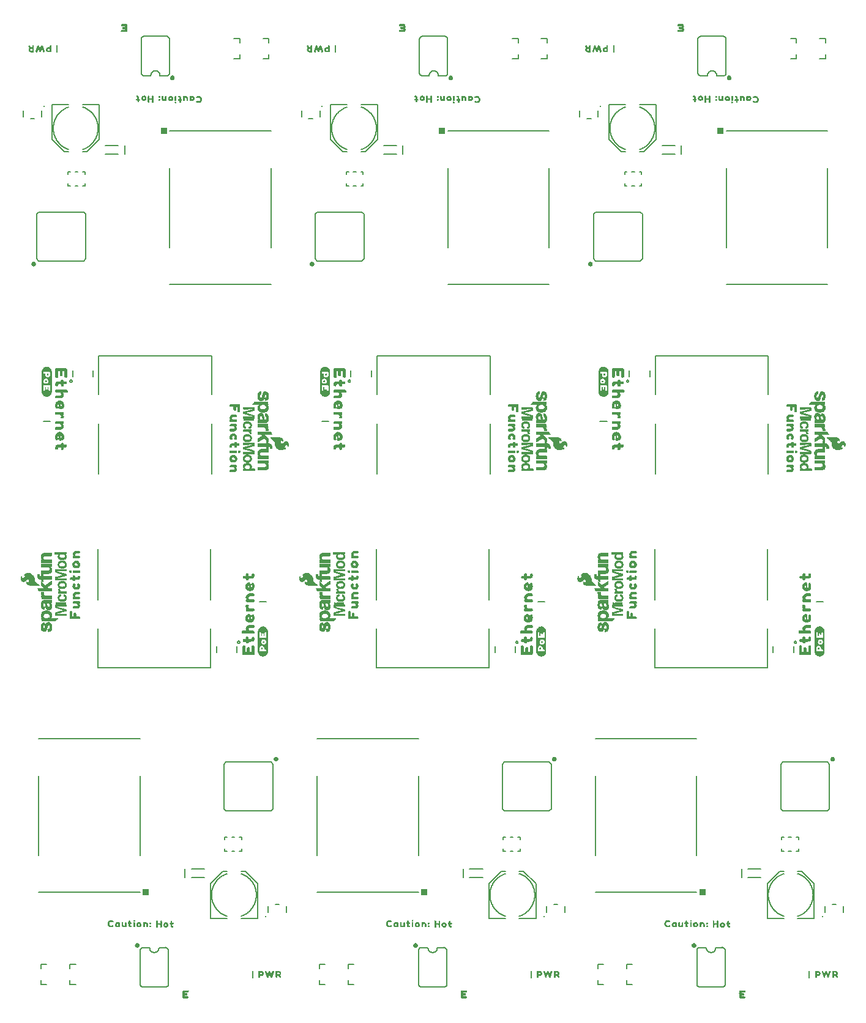
<source format=gto>
G04 EAGLE Gerber RS-274X export*
G75*
%MOMM*%
%FSLAX34Y34*%
%LPD*%
%INSilkscreen Top*%
%IPPOS*%
%AMOC8*
5,1,8,0,0,1.08239X$1,22.5*%
G01*
%ADD10C,0.203200*%
%ADD11R,0.640000X0.040000*%
%ADD12R,0.800000X0.040000*%
%ADD13R,0.840000X0.040000*%
%ADD14R,0.280000X0.040000*%
%ADD15R,0.600000X0.040000*%
%ADD16R,0.680000X0.040000*%
%ADD17R,0.760000X0.040000*%
%ADD18C,0.152400*%
%ADD19C,0.254000*%
%ADD20C,0.177800*%
%ADD21R,0.889000X0.889000*%

G36*
X725286Y500154D02*
X725286Y500154D01*
X725288Y500151D01*
X725988Y500251D01*
X725993Y500256D01*
X725997Y500253D01*
X726597Y500453D01*
X726599Y500456D01*
X726601Y500455D01*
X727301Y500755D01*
X727302Y500757D01*
X727303Y500756D01*
X728503Y501356D01*
X728507Y501363D01*
X728512Y501362D01*
X729012Y501762D01*
X729013Y501766D01*
X729016Y501765D01*
X729516Y502265D01*
X729517Y502269D01*
X729520Y502269D01*
X730320Y503269D01*
X730320Y503273D01*
X730322Y503273D01*
X730722Y503873D01*
X730722Y503878D01*
X730725Y503880D01*
X730722Y503884D01*
X730729Y503886D01*
X730928Y504585D01*
X731128Y505184D01*
X731128Y505186D01*
X731129Y505186D01*
X731329Y505886D01*
X731327Y505890D01*
X731330Y505892D01*
X731430Y506492D01*
X731427Y506497D01*
X731431Y506500D01*
X731431Y534900D01*
X731427Y534904D01*
X731430Y534907D01*
X731331Y535603D01*
X731331Y536300D01*
X731324Y536309D01*
X731328Y536316D01*
X731128Y536915D01*
X730929Y537614D01*
X730923Y537618D01*
X730925Y537622D01*
X730625Y538222D01*
X730621Y538224D01*
X730622Y538227D01*
X730222Y538827D01*
X730219Y538828D01*
X730220Y538831D01*
X729420Y539831D01*
X729416Y539832D01*
X729416Y539835D01*
X728916Y540335D01*
X728909Y540336D01*
X728909Y540341D01*
X728309Y540741D01*
X728304Y540741D01*
X728303Y540744D01*
X727103Y541344D01*
X727098Y541343D01*
X727097Y541347D01*
X726497Y541547D01*
X726495Y541546D01*
X726495Y541547D01*
X725795Y541747D01*
X725791Y541746D01*
X725790Y541749D01*
X725190Y541849D01*
X725184Y541846D01*
X725181Y541849D01*
X724481Y541849D01*
X724477Y541846D01*
X724474Y541849D01*
X723074Y541649D01*
X723074Y541648D01*
X723073Y541649D01*
X722473Y541549D01*
X722466Y541541D01*
X722459Y541544D01*
X721259Y540944D01*
X721257Y540940D01*
X721254Y540941D01*
X720654Y540541D01*
X720653Y540538D01*
X720651Y540538D01*
X719651Y539738D01*
X719649Y539731D01*
X719644Y539732D01*
X719144Y539132D01*
X719144Y539131D01*
X719143Y539131D01*
X718743Y538631D01*
X718743Y538623D01*
X718737Y538622D01*
X718137Y537422D01*
X718139Y537415D01*
X718134Y537414D01*
X717934Y536714D01*
X717936Y536710D01*
X717933Y536708D01*
X717833Y536108D01*
X717833Y536107D01*
X717733Y535407D01*
X717735Y535402D01*
X717732Y535400D01*
X717732Y506500D01*
X717735Y506496D01*
X717733Y506493D01*
X717833Y505793D01*
X717836Y505789D01*
X717834Y505786D01*
X718034Y505086D01*
X718035Y505085D01*
X718035Y505084D01*
X718235Y504484D01*
X718239Y504481D01*
X718237Y504478D01*
X718837Y503278D01*
X718842Y503276D01*
X718840Y503273D01*
X719240Y502673D01*
X719247Y502670D01*
X719247Y502665D01*
X719747Y502165D01*
X719751Y502165D01*
X719751Y502162D01*
X720751Y501362D01*
X720754Y501361D01*
X720754Y501359D01*
X721354Y500959D01*
X721359Y500959D01*
X721359Y500956D01*
X721959Y500656D01*
X721965Y500657D01*
X721966Y500653D01*
X722566Y500453D01*
X722567Y500454D01*
X722568Y500453D01*
X723268Y500253D01*
X723273Y500255D01*
X723274Y500251D01*
X723974Y500151D01*
X723979Y500154D01*
X723981Y500151D01*
X725281Y500151D01*
X725286Y500154D01*
G37*
G36*
X1110350Y500154D02*
X1110350Y500154D01*
X1110352Y500151D01*
X1111052Y500251D01*
X1111057Y500256D01*
X1111061Y500253D01*
X1111661Y500453D01*
X1111663Y500456D01*
X1111665Y500455D01*
X1112365Y500755D01*
X1112366Y500757D01*
X1112367Y500756D01*
X1113567Y501356D01*
X1113571Y501363D01*
X1113576Y501362D01*
X1114076Y501762D01*
X1114077Y501766D01*
X1114080Y501765D01*
X1114580Y502265D01*
X1114581Y502269D01*
X1114584Y502269D01*
X1115384Y503269D01*
X1115384Y503273D01*
X1115386Y503273D01*
X1115786Y503873D01*
X1115786Y503878D01*
X1115789Y503880D01*
X1115786Y503884D01*
X1115793Y503886D01*
X1115992Y504585D01*
X1116192Y505184D01*
X1116192Y505186D01*
X1116193Y505186D01*
X1116393Y505886D01*
X1116391Y505890D01*
X1116394Y505892D01*
X1116494Y506492D01*
X1116491Y506497D01*
X1116495Y506500D01*
X1116495Y534900D01*
X1116491Y534904D01*
X1116494Y534907D01*
X1116395Y535603D01*
X1116395Y536300D01*
X1116388Y536309D01*
X1116392Y536316D01*
X1116192Y536915D01*
X1115993Y537614D01*
X1115987Y537618D01*
X1115989Y537622D01*
X1115689Y538222D01*
X1115685Y538224D01*
X1115686Y538227D01*
X1115286Y538827D01*
X1115283Y538828D01*
X1115284Y538831D01*
X1114484Y539831D01*
X1114480Y539832D01*
X1114480Y539835D01*
X1113980Y540335D01*
X1113973Y540336D01*
X1113973Y540341D01*
X1113373Y540741D01*
X1113368Y540741D01*
X1113367Y540744D01*
X1112167Y541344D01*
X1112162Y541343D01*
X1112161Y541347D01*
X1111561Y541547D01*
X1111559Y541546D01*
X1111559Y541547D01*
X1110859Y541747D01*
X1110855Y541746D01*
X1110854Y541749D01*
X1110254Y541849D01*
X1110248Y541846D01*
X1110245Y541849D01*
X1109545Y541849D01*
X1109541Y541846D01*
X1109538Y541849D01*
X1108138Y541649D01*
X1108138Y541648D01*
X1108137Y541649D01*
X1107537Y541549D01*
X1107530Y541541D01*
X1107523Y541544D01*
X1106323Y540944D01*
X1106321Y540940D01*
X1106318Y540941D01*
X1105718Y540541D01*
X1105717Y540538D01*
X1105715Y540538D01*
X1104715Y539738D01*
X1104713Y539731D01*
X1104708Y539732D01*
X1104208Y539132D01*
X1104208Y539131D01*
X1104207Y539131D01*
X1103807Y538631D01*
X1103807Y538623D01*
X1103801Y538622D01*
X1103201Y537422D01*
X1103203Y537415D01*
X1103198Y537414D01*
X1102998Y536714D01*
X1103000Y536710D01*
X1102997Y536708D01*
X1102897Y536108D01*
X1102897Y536107D01*
X1102797Y535407D01*
X1102799Y535402D01*
X1102796Y535400D01*
X1102796Y506500D01*
X1102799Y506496D01*
X1102797Y506493D01*
X1102897Y505793D01*
X1102900Y505789D01*
X1102898Y505786D01*
X1103098Y505086D01*
X1103099Y505085D01*
X1103099Y505084D01*
X1103299Y504484D01*
X1103303Y504481D01*
X1103301Y504478D01*
X1103901Y503278D01*
X1103906Y503276D01*
X1103904Y503273D01*
X1104304Y502673D01*
X1104311Y502670D01*
X1104311Y502665D01*
X1104811Y502165D01*
X1104815Y502165D01*
X1104815Y502162D01*
X1105815Y501362D01*
X1105818Y501361D01*
X1105818Y501359D01*
X1106418Y500959D01*
X1106423Y500959D01*
X1106423Y500956D01*
X1107023Y500656D01*
X1107029Y500657D01*
X1107030Y500653D01*
X1107630Y500453D01*
X1107631Y500454D01*
X1107632Y500453D01*
X1108332Y500253D01*
X1108337Y500255D01*
X1108338Y500251D01*
X1109038Y500151D01*
X1109043Y500154D01*
X1109045Y500151D01*
X1110345Y500151D01*
X1110350Y500154D01*
G37*
G36*
X340196Y500154D02*
X340196Y500154D01*
X340199Y500151D01*
X340899Y500251D01*
X340904Y500256D01*
X340908Y500253D01*
X341508Y500453D01*
X341509Y500456D01*
X341511Y500455D01*
X342211Y500755D01*
X342213Y500757D01*
X342214Y500756D01*
X343414Y501356D01*
X343417Y501363D01*
X343423Y501362D01*
X343923Y501762D01*
X343924Y501766D01*
X343927Y501765D01*
X344427Y502265D01*
X344427Y502269D01*
X344430Y502269D01*
X345230Y503269D01*
X345231Y503273D01*
X345233Y503273D01*
X345633Y503873D01*
X345633Y503878D01*
X345635Y503880D01*
X345633Y503884D01*
X345639Y503886D01*
X345839Y504585D01*
X346039Y505184D01*
X346038Y505186D01*
X346039Y505186D01*
X346239Y505886D01*
X346238Y505890D01*
X346241Y505892D01*
X346341Y506492D01*
X346338Y506497D01*
X346341Y506500D01*
X346341Y534900D01*
X346338Y534904D01*
X346341Y534907D01*
X346241Y535603D01*
X346241Y536300D01*
X346234Y536309D01*
X346239Y536316D01*
X346039Y536915D01*
X345839Y537614D01*
X345834Y537618D01*
X345836Y537622D01*
X345536Y538222D01*
X345532Y538224D01*
X345533Y538227D01*
X345133Y538827D01*
X345130Y538828D01*
X345130Y538831D01*
X344330Y539831D01*
X344326Y539832D01*
X344327Y539835D01*
X343827Y540335D01*
X343820Y540336D01*
X343819Y540341D01*
X343219Y540741D01*
X343215Y540741D01*
X343214Y540744D01*
X342014Y541344D01*
X342009Y541343D01*
X342008Y541347D01*
X341408Y541547D01*
X341406Y541546D01*
X341406Y541547D01*
X340706Y541747D01*
X340702Y541746D01*
X340700Y541749D01*
X340100Y541849D01*
X340095Y541846D01*
X340092Y541849D01*
X339392Y541849D01*
X339388Y541846D01*
X339385Y541849D01*
X337985Y541649D01*
X337984Y541648D01*
X337984Y541649D01*
X337384Y541549D01*
X337377Y541541D01*
X337370Y541544D01*
X336170Y540944D01*
X336168Y540940D01*
X336165Y540941D01*
X335565Y540541D01*
X335564Y540538D01*
X335561Y540538D01*
X334561Y539738D01*
X334559Y539731D01*
X334554Y539732D01*
X334054Y539132D01*
X334054Y539131D01*
X333654Y538631D01*
X333653Y538623D01*
X333648Y538622D01*
X333048Y537422D01*
X333049Y537415D01*
X333045Y537414D01*
X332845Y536714D01*
X332846Y536710D01*
X332843Y536708D01*
X332743Y536108D01*
X332744Y536107D01*
X332743Y536107D01*
X332643Y535407D01*
X332646Y535402D01*
X332643Y535400D01*
X332643Y506500D01*
X332646Y506496D01*
X332643Y506493D01*
X332743Y505793D01*
X332747Y505789D01*
X332745Y505786D01*
X332945Y505086D01*
X332946Y505085D01*
X332945Y505084D01*
X333145Y504484D01*
X333150Y504481D01*
X333148Y504478D01*
X333748Y503278D01*
X333752Y503276D01*
X333751Y503273D01*
X334151Y502673D01*
X334158Y502670D01*
X334157Y502665D01*
X334657Y502165D01*
X334661Y502165D01*
X334661Y502162D01*
X335661Y501362D01*
X335665Y501361D01*
X335665Y501359D01*
X336265Y500959D01*
X336269Y500959D01*
X336270Y500956D01*
X336870Y500656D01*
X336875Y500657D01*
X336876Y500653D01*
X337476Y500453D01*
X337478Y500454D01*
X337478Y500453D01*
X338178Y500253D01*
X338183Y500255D01*
X338185Y500251D01*
X338885Y500151D01*
X338890Y500154D01*
X338892Y500151D01*
X340192Y500151D01*
X340196Y500154D01*
G37*
G36*
X425686Y859751D02*
X425686Y859751D01*
X425688Y859749D01*
X427088Y859949D01*
X427089Y859949D01*
X427090Y859949D01*
X427690Y860049D01*
X427697Y860057D01*
X427703Y860053D01*
X428903Y860653D01*
X428906Y860658D01*
X428909Y860656D01*
X429509Y861056D01*
X429510Y861060D01*
X429512Y861059D01*
X430512Y861859D01*
X430514Y861866D01*
X430519Y861866D01*
X431019Y862466D01*
X431019Y862467D01*
X431020Y862467D01*
X431420Y862967D01*
X431420Y862974D01*
X431425Y862975D01*
X432025Y864175D01*
X432024Y864182D01*
X432029Y864184D01*
X432229Y864884D01*
X432227Y864888D01*
X432230Y864889D01*
X432330Y865489D01*
X432330Y865490D01*
X432430Y866190D01*
X432428Y866195D01*
X432431Y866197D01*
X432431Y895097D01*
X432427Y895102D01*
X432430Y895104D01*
X432330Y895804D01*
X432327Y895808D01*
X432329Y895811D01*
X432129Y896511D01*
X432127Y896512D01*
X432128Y896513D01*
X431928Y897113D01*
X431924Y897116D01*
X431925Y897119D01*
X431325Y898319D01*
X431321Y898322D01*
X431322Y898325D01*
X430922Y898925D01*
X430916Y898927D01*
X430916Y898932D01*
X430416Y899432D01*
X430412Y899433D01*
X430412Y899436D01*
X429412Y900236D01*
X429409Y900236D01*
X429409Y900238D01*
X428809Y900638D01*
X428804Y900638D01*
X428803Y900641D01*
X428203Y900941D01*
X428198Y900941D01*
X428197Y900944D01*
X427597Y901144D01*
X427595Y901144D01*
X427595Y901145D01*
X426895Y901345D01*
X426890Y901343D01*
X426888Y901346D01*
X426188Y901446D01*
X426184Y901444D01*
X426181Y901447D01*
X424881Y901447D01*
X424877Y901443D01*
X424874Y901446D01*
X424174Y901346D01*
X424170Y901341D01*
X424166Y901344D01*
X423566Y901144D01*
X423564Y901142D01*
X423562Y901143D01*
X422862Y900843D01*
X422861Y900841D01*
X422859Y900841D01*
X421659Y900241D01*
X421656Y900235D01*
X421651Y900236D01*
X421151Y899836D01*
X421150Y899832D01*
X421147Y899832D01*
X420647Y899332D01*
X420646Y899328D01*
X420643Y899328D01*
X419843Y898328D01*
X419843Y898325D01*
X419840Y898325D01*
X419440Y897725D01*
X419441Y897714D01*
X419434Y897711D01*
X419234Y897012D01*
X419035Y896413D01*
X419035Y896411D01*
X419034Y896411D01*
X418834Y895711D01*
X418836Y895707D01*
X418833Y895706D01*
X418733Y895106D01*
X418736Y895100D01*
X418732Y895097D01*
X418732Y866697D01*
X418735Y866693D01*
X418733Y866690D01*
X418832Y865994D01*
X418832Y865297D01*
X418839Y865288D01*
X418835Y865282D01*
X419034Y864683D01*
X419234Y863984D01*
X419240Y863980D01*
X419237Y863975D01*
X419537Y863375D01*
X419542Y863373D01*
X419540Y863370D01*
X419940Y862770D01*
X419944Y862769D01*
X419943Y862767D01*
X420743Y861767D01*
X420747Y861766D01*
X420747Y861763D01*
X421247Y861263D01*
X421254Y861262D01*
X421254Y861256D01*
X421854Y860856D01*
X421859Y860857D01*
X421859Y860853D01*
X423059Y860253D01*
X423065Y860254D01*
X423066Y860251D01*
X423666Y860051D01*
X423667Y860051D01*
X423668Y860050D01*
X424368Y859850D01*
X424372Y859852D01*
X424373Y859849D01*
X424973Y859749D01*
X424979Y859752D01*
X424981Y859748D01*
X425681Y859748D01*
X425686Y859751D01*
G37*
G36*
X40622Y859751D02*
X40622Y859751D01*
X40624Y859749D01*
X42024Y859949D01*
X42025Y859949D01*
X42026Y859949D01*
X42626Y860049D01*
X42633Y860057D01*
X42639Y860053D01*
X43839Y860653D01*
X43842Y860658D01*
X43845Y860656D01*
X44445Y861056D01*
X44446Y861060D01*
X44448Y861059D01*
X45448Y861859D01*
X45450Y861866D01*
X45455Y861866D01*
X45955Y862466D01*
X45955Y862467D01*
X45956Y862467D01*
X46356Y862967D01*
X46356Y862974D01*
X46361Y862975D01*
X46961Y864175D01*
X46960Y864182D01*
X46965Y864184D01*
X47165Y864884D01*
X47163Y864888D01*
X47166Y864889D01*
X47266Y865489D01*
X47266Y865490D01*
X47366Y866190D01*
X47364Y866195D01*
X47367Y866197D01*
X47367Y895097D01*
X47363Y895102D01*
X47366Y895104D01*
X47266Y895804D01*
X47263Y895808D01*
X47265Y895811D01*
X47065Y896511D01*
X47063Y896512D01*
X47064Y896513D01*
X46864Y897113D01*
X46860Y897116D01*
X46861Y897119D01*
X46261Y898319D01*
X46257Y898322D01*
X46258Y898325D01*
X45858Y898925D01*
X45852Y898927D01*
X45852Y898932D01*
X45352Y899432D01*
X45348Y899433D01*
X45348Y899436D01*
X44348Y900236D01*
X44345Y900236D01*
X44345Y900238D01*
X43745Y900638D01*
X43740Y900638D01*
X43739Y900641D01*
X43139Y900941D01*
X43134Y900941D01*
X43133Y900944D01*
X42533Y901144D01*
X42531Y901144D01*
X42531Y901145D01*
X41831Y901345D01*
X41826Y901343D01*
X41824Y901346D01*
X41124Y901446D01*
X41120Y901444D01*
X41117Y901447D01*
X39817Y901447D01*
X39813Y901443D01*
X39810Y901446D01*
X39110Y901346D01*
X39106Y901341D01*
X39102Y901344D01*
X38502Y901144D01*
X38500Y901142D01*
X38498Y901143D01*
X37798Y900843D01*
X37797Y900841D01*
X37795Y900841D01*
X36595Y900241D01*
X36592Y900235D01*
X36587Y900236D01*
X36087Y899836D01*
X36086Y899832D01*
X36083Y899832D01*
X35583Y899332D01*
X35582Y899328D01*
X35579Y899328D01*
X34779Y898328D01*
X34779Y898325D01*
X34776Y898325D01*
X34376Y897725D01*
X34377Y897714D01*
X34370Y897711D01*
X34170Y897012D01*
X33971Y896413D01*
X33971Y896411D01*
X33970Y896411D01*
X33770Y895711D01*
X33772Y895707D01*
X33769Y895706D01*
X33669Y895106D01*
X33672Y895100D01*
X33668Y895097D01*
X33668Y866697D01*
X33671Y866693D01*
X33669Y866690D01*
X33768Y865994D01*
X33768Y865297D01*
X33775Y865288D01*
X33771Y865282D01*
X33970Y864683D01*
X34170Y863984D01*
X34176Y863980D01*
X34173Y863975D01*
X34473Y863375D01*
X34478Y863373D01*
X34476Y863370D01*
X34876Y862770D01*
X34880Y862769D01*
X34879Y862767D01*
X35679Y861767D01*
X35683Y861766D01*
X35683Y861763D01*
X36183Y861263D01*
X36190Y861262D01*
X36190Y861256D01*
X36790Y860856D01*
X36795Y860857D01*
X36795Y860853D01*
X37995Y860253D01*
X38001Y860254D01*
X38002Y860251D01*
X38602Y860051D01*
X38603Y860051D01*
X38604Y860050D01*
X39304Y859850D01*
X39308Y859852D01*
X39309Y859849D01*
X39909Y859749D01*
X39915Y859752D01*
X39917Y859748D01*
X40617Y859748D01*
X40622Y859751D01*
G37*
G36*
X810775Y859751D02*
X810775Y859751D01*
X810778Y859749D01*
X812178Y859949D01*
X812179Y859949D01*
X812779Y860049D01*
X812786Y860057D01*
X812793Y860053D01*
X813993Y860653D01*
X813995Y860658D01*
X813998Y860656D01*
X814598Y861056D01*
X814599Y861060D01*
X814602Y861059D01*
X815602Y861859D01*
X815603Y861866D01*
X815609Y861866D01*
X816109Y862466D01*
X816109Y862467D01*
X816509Y862967D01*
X816509Y862974D01*
X816515Y862975D01*
X817115Y864175D01*
X817114Y864182D01*
X817118Y864184D01*
X817318Y864884D01*
X817317Y864888D01*
X817319Y864889D01*
X817419Y865489D01*
X817419Y865490D01*
X817420Y865490D01*
X817520Y866190D01*
X817517Y866195D01*
X817520Y866197D01*
X817520Y895097D01*
X817517Y895102D01*
X817520Y895104D01*
X817420Y895804D01*
X817416Y895808D01*
X817418Y895811D01*
X817218Y896511D01*
X817217Y896512D01*
X817218Y896513D01*
X817018Y897113D01*
X817013Y897116D01*
X817015Y897119D01*
X816415Y898319D01*
X816411Y898322D01*
X816412Y898325D01*
X816012Y898925D01*
X816005Y898927D01*
X816006Y898932D01*
X815506Y899432D01*
X815502Y899433D01*
X815502Y899436D01*
X814502Y900236D01*
X814498Y900236D01*
X814498Y900238D01*
X813898Y900638D01*
X813893Y900638D01*
X813893Y900641D01*
X813293Y900941D01*
X813288Y900941D01*
X813286Y900944D01*
X812686Y901144D01*
X812685Y901144D01*
X812684Y901145D01*
X811984Y901345D01*
X811980Y901343D01*
X811978Y901346D01*
X811278Y901446D01*
X811273Y901444D01*
X811271Y901447D01*
X809971Y901447D01*
X809967Y901443D01*
X809964Y901446D01*
X809264Y901346D01*
X809259Y901341D01*
X809255Y901344D01*
X808655Y901144D01*
X808653Y901142D01*
X808651Y901143D01*
X807951Y900843D01*
X807950Y900841D01*
X807949Y900841D01*
X806749Y900241D01*
X806745Y900235D01*
X806740Y900236D01*
X806240Y899836D01*
X806239Y899832D01*
X806236Y899832D01*
X805736Y899332D01*
X805735Y899328D01*
X805732Y899328D01*
X804932Y898328D01*
X804932Y898325D01*
X804930Y898325D01*
X804530Y897725D01*
X804531Y897714D01*
X804523Y897711D01*
X804324Y897012D01*
X804124Y896413D01*
X804125Y896411D01*
X804123Y896411D01*
X803923Y895711D01*
X803925Y895707D01*
X803922Y895706D01*
X803822Y895106D01*
X803825Y895100D01*
X803822Y895097D01*
X803822Y866697D01*
X803825Y866693D01*
X803822Y866690D01*
X803922Y865994D01*
X803922Y865297D01*
X803929Y865288D01*
X803924Y865282D01*
X804124Y864683D01*
X804323Y863984D01*
X804329Y863980D01*
X804327Y863975D01*
X804627Y863375D01*
X804631Y863373D01*
X804630Y863370D01*
X805030Y862770D01*
X805033Y862769D01*
X805032Y862767D01*
X805832Y861767D01*
X805836Y861766D01*
X805836Y861763D01*
X806336Y861263D01*
X806343Y861262D01*
X806344Y861256D01*
X806944Y860856D01*
X806948Y860857D01*
X806949Y860853D01*
X808149Y860253D01*
X808154Y860254D01*
X808155Y860251D01*
X808755Y860051D01*
X808757Y860051D01*
X808757Y860050D01*
X809457Y859850D01*
X809461Y859852D01*
X809463Y859849D01*
X810063Y859749D01*
X810068Y859752D01*
X810071Y859748D01*
X810771Y859748D01*
X810775Y859751D01*
G37*
G36*
X800345Y598251D02*
X800345Y598251D01*
X800396Y598253D01*
X800428Y598271D01*
X800464Y598279D01*
X800504Y598312D01*
X800548Y598336D01*
X800569Y598366D01*
X800598Y598389D01*
X800619Y598436D01*
X800648Y598478D01*
X800656Y598520D01*
X800669Y598548D01*
X800668Y598578D01*
X800676Y598620D01*
X800676Y598720D01*
X800670Y598746D01*
X800672Y598773D01*
X800650Y598830D01*
X800636Y598889D01*
X800619Y598909D01*
X800609Y598935D01*
X800550Y598993D01*
X800526Y599022D01*
X800516Y599027D01*
X800506Y599036D01*
X800238Y599216D01*
X799964Y599489D01*
X799944Y599501D01*
X799924Y599524D01*
X799545Y599808D01*
X799064Y600289D01*
X799051Y600297D01*
X799039Y600312D01*
X798452Y600801D01*
X797864Y601389D01*
X797841Y601403D01*
X797816Y601429D01*
X797142Y601911D01*
X795864Y603189D01*
X795851Y603197D01*
X795839Y603212D01*
X795268Y603688D01*
X794508Y604638D01*
X794259Y605054D01*
X794176Y605551D01*
X794176Y607420D01*
X794170Y607446D01*
X794170Y607483D01*
X793970Y608683D01*
X793964Y608698D01*
X793962Y608720D01*
X793786Y609368D01*
X793682Y609748D01*
X793662Y609820D01*
X793653Y609837D01*
X793648Y609861D01*
X793248Y610861D01*
X793233Y610883D01*
X793221Y610916D01*
X792621Y611916D01*
X792601Y611936D01*
X792582Y611970D01*
X791882Y612770D01*
X791872Y612777D01*
X791864Y612789D01*
X791064Y613589D01*
X791047Y613600D01*
X791029Y613620D01*
X790129Y614320D01*
X790106Y614331D01*
X790080Y614352D01*
X788280Y615352D01*
X788246Y615362D01*
X788197Y615386D01*
X786397Y615886D01*
X786364Y615888D01*
X786317Y615900D01*
X784517Y616000D01*
X784481Y615993D01*
X784425Y615994D01*
X782825Y615694D01*
X782802Y615683D01*
X782768Y615678D01*
X781368Y615178D01*
X781343Y615162D01*
X781304Y615148D01*
X780104Y614448D01*
X780081Y614427D01*
X780043Y614404D01*
X779143Y613604D01*
X779140Y613600D01*
X779055Y613490D01*
X778655Y612690D01*
X778643Y612640D01*
X778622Y612592D01*
X778624Y612557D01*
X778615Y612522D01*
X778627Y612471D01*
X778629Y612419D01*
X778646Y612388D01*
X778654Y612353D01*
X778687Y612313D01*
X778711Y612267D01*
X778741Y612246D01*
X778764Y612219D01*
X778811Y612197D01*
X778853Y612167D01*
X778894Y612159D01*
X778921Y612147D01*
X778953Y612148D01*
X778995Y612140D01*
X779734Y612140D01*
X780151Y612001D01*
X780251Y611852D01*
X780315Y611658D01*
X780315Y611110D01*
X779966Y610411D01*
X779785Y610140D01*
X779491Y609748D01*
X779487Y609739D01*
X779479Y609731D01*
X779300Y609462D01*
X779070Y609233D01*
X779060Y609228D01*
X778725Y609060D01*
X778709Y609047D01*
X778684Y609036D01*
X778439Y608873D01*
X778103Y608789D01*
X778091Y608783D01*
X778075Y608781D01*
X777895Y608721D01*
X777741Y608772D01*
X777565Y608860D01*
X777543Y608866D01*
X777516Y608881D01*
X777264Y608965D01*
X777061Y609100D01*
X776820Y609421D01*
X776658Y609744D01*
X776568Y610195D01*
X776565Y610202D01*
X776564Y610212D01*
X776476Y610567D01*
X776476Y610758D01*
X776556Y611000D01*
X776560Y611037D01*
X776576Y611120D01*
X776576Y611420D01*
X776570Y611445D01*
X776572Y611471D01*
X776550Y611529D01*
X776536Y611589D01*
X776520Y611609D01*
X776511Y611633D01*
X776465Y611675D01*
X776426Y611722D01*
X776402Y611733D01*
X776384Y611750D01*
X776324Y611768D01*
X776268Y611793D01*
X776242Y611792D01*
X776217Y611800D01*
X776156Y611789D01*
X776095Y611787D01*
X776072Y611774D01*
X776047Y611770D01*
X775975Y611722D01*
X775943Y611704D01*
X775937Y611696D01*
X775927Y611689D01*
X775827Y611589D01*
X775814Y611569D01*
X775791Y611548D01*
X775491Y611148D01*
X775480Y611122D01*
X775455Y611090D01*
X775155Y610490D01*
X775151Y610473D01*
X775139Y610454D01*
X774839Y609654D01*
X774839Y609647D01*
X774835Y609640D01*
X774535Y608740D01*
X774531Y608702D01*
X774515Y608620D01*
X774515Y607620D01*
X774522Y607592D01*
X774521Y607552D01*
X774721Y606452D01*
X774736Y606417D01*
X774762Y606338D01*
X775362Y605238D01*
X775385Y605212D01*
X775411Y605167D01*
X776211Y604267D01*
X776239Y604248D01*
X776274Y604211D01*
X776974Y603711D01*
X777011Y603696D01*
X777075Y603659D01*
X777975Y603359D01*
X778013Y603356D01*
X778095Y603340D01*
X778895Y603340D01*
X778928Y603347D01*
X778978Y603349D01*
X779878Y603549D01*
X779913Y603566D01*
X779980Y603588D01*
X780880Y604088D01*
X780905Y604110D01*
X780946Y604134D01*
X781746Y604834D01*
X781747Y604835D01*
X781748Y604836D01*
X782646Y605634D01*
X783401Y606294D01*
X783973Y606540D01*
X784534Y606540D01*
X785011Y606381D01*
X785412Y606060D01*
X785742Y605564D01*
X785915Y604873D01*
X785915Y604158D01*
X785829Y603729D01*
X785657Y603298D01*
X785500Y603062D01*
X785270Y602833D01*
X785132Y602763D01*
X784950Y602672D01*
X784734Y602600D01*
X784557Y602600D01*
X784364Y602665D01*
X784138Y602816D01*
X783828Y603125D01*
X783756Y603340D01*
X783744Y603360D01*
X783736Y603390D01*
X783536Y603790D01*
X783511Y603819D01*
X783464Y603889D01*
X783364Y603989D01*
X783343Y604002D01*
X783327Y604021D01*
X783270Y604047D01*
X783217Y604080D01*
X783192Y604083D01*
X783169Y604093D01*
X783107Y604091D01*
X783045Y604097D01*
X783021Y604088D01*
X782996Y604087D01*
X782941Y604057D01*
X782883Y604035D01*
X782866Y604017D01*
X782844Y604005D01*
X782790Y603935D01*
X782765Y603908D01*
X782762Y603899D01*
X782755Y603890D01*
X782655Y603690D01*
X782652Y603675D01*
X782643Y603662D01*
X782617Y603528D01*
X782615Y603522D01*
X782615Y603521D01*
X782615Y603520D01*
X782615Y603367D01*
X782527Y603012D01*
X782526Y602976D01*
X782515Y602920D01*
X782515Y602120D01*
X782521Y602094D01*
X782520Y602058D01*
X782620Y601458D01*
X782633Y601427D01*
X782642Y601379D01*
X783042Y600379D01*
X783064Y600348D01*
X783091Y600292D01*
X783379Y599908D01*
X783669Y599424D01*
X783684Y599410D01*
X783692Y599391D01*
X783769Y599321D01*
X783790Y599300D01*
X783795Y599298D01*
X783800Y599294D01*
X784300Y598994D01*
X784312Y598990D01*
X784325Y598980D01*
X784925Y598680D01*
X784948Y598674D01*
X784975Y598659D01*
X785575Y598459D01*
X785608Y598456D01*
X785653Y598442D01*
X787453Y598242D01*
X787472Y598244D01*
X787495Y598240D01*
X800295Y598240D01*
X800345Y598251D01*
G37*
G36*
X30192Y598251D02*
X30192Y598251D01*
X30243Y598253D01*
X30275Y598271D01*
X30311Y598279D01*
X30350Y598312D01*
X30395Y598336D01*
X30416Y598366D01*
X30444Y598389D01*
X30465Y598436D01*
X30495Y598478D01*
X30503Y598520D01*
X30515Y598548D01*
X30514Y598578D01*
X30522Y598620D01*
X30522Y598720D01*
X30516Y598746D01*
X30519Y598773D01*
X30497Y598830D01*
X30483Y598889D01*
X30466Y598909D01*
X30456Y598935D01*
X30397Y598993D01*
X30373Y599022D01*
X30363Y599027D01*
X30353Y599036D01*
X30084Y599216D01*
X29811Y599489D01*
X29791Y599501D01*
X29770Y599524D01*
X29392Y599808D01*
X28911Y600289D01*
X28898Y600297D01*
X28885Y600312D01*
X28299Y600801D01*
X27711Y601389D01*
X27688Y601403D01*
X27663Y601429D01*
X26989Y601911D01*
X25711Y603189D01*
X25698Y603197D01*
X25685Y603212D01*
X25115Y603688D01*
X24355Y604638D01*
X24105Y605054D01*
X24022Y605551D01*
X24022Y607420D01*
X24016Y607446D01*
X24017Y607483D01*
X23817Y608683D01*
X23810Y608698D01*
X23809Y608720D01*
X23632Y609368D01*
X23529Y609748D01*
X23509Y609820D01*
X23500Y609837D01*
X23495Y609861D01*
X23095Y610861D01*
X23080Y610883D01*
X23068Y610916D01*
X22468Y611916D01*
X22448Y611936D01*
X22428Y611970D01*
X21728Y612770D01*
X21719Y612777D01*
X21711Y612789D01*
X20911Y613589D01*
X20893Y613600D01*
X20875Y613620D01*
X19975Y614320D01*
X19952Y614331D01*
X19927Y614352D01*
X18127Y615352D01*
X18092Y615362D01*
X18044Y615386D01*
X16244Y615886D01*
X16210Y615888D01*
X16163Y615900D01*
X14363Y616000D01*
X14328Y615993D01*
X14272Y615994D01*
X12672Y615694D01*
X12648Y615683D01*
X12614Y615678D01*
X11214Y615178D01*
X11189Y615162D01*
X11150Y615148D01*
X9950Y614448D01*
X9928Y614427D01*
X9889Y614404D01*
X8989Y613604D01*
X8986Y613600D01*
X8902Y613490D01*
X8502Y612690D01*
X8490Y612640D01*
X8469Y612592D01*
X8470Y612557D01*
X8462Y612522D01*
X8473Y612471D01*
X8475Y612419D01*
X8493Y612388D01*
X8501Y612353D01*
X8533Y612313D01*
X8558Y612267D01*
X8587Y612246D01*
X8610Y612219D01*
X8657Y612197D01*
X8700Y612167D01*
X8741Y612159D01*
X8768Y612147D01*
X8799Y612148D01*
X8842Y612140D01*
X9580Y612140D01*
X9998Y612001D01*
X10097Y611852D01*
X10162Y611658D01*
X10162Y611110D01*
X9813Y610411D01*
X9631Y610140D01*
X9338Y609748D01*
X9334Y609739D01*
X9326Y609731D01*
X9147Y609462D01*
X8917Y609233D01*
X8907Y609228D01*
X8572Y609060D01*
X8556Y609047D01*
X8531Y609036D01*
X8286Y608873D01*
X7950Y608789D01*
X7938Y608783D01*
X7922Y608781D01*
X7742Y608721D01*
X7588Y608772D01*
X7412Y608860D01*
X7389Y608866D01*
X7362Y608881D01*
X7111Y608965D01*
X6907Y609100D01*
X6667Y609421D01*
X6505Y609744D01*
X6415Y610195D01*
X6411Y610202D01*
X6411Y610212D01*
X6322Y610567D01*
X6322Y610758D01*
X6403Y611000D01*
X6406Y611037D01*
X6422Y611120D01*
X6422Y611420D01*
X6416Y611445D01*
X6419Y611471D01*
X6397Y611529D01*
X6383Y611589D01*
X6366Y611609D01*
X6357Y611633D01*
X6312Y611675D01*
X6273Y611722D01*
X6249Y611733D01*
X6230Y611750D01*
X6171Y611768D01*
X6114Y611793D01*
X6089Y611792D01*
X6064Y611800D01*
X6003Y611789D01*
X5941Y611787D01*
X5919Y611774D01*
X5893Y611770D01*
X5822Y611722D01*
X5789Y611704D01*
X5783Y611696D01*
X5773Y611689D01*
X5673Y611589D01*
X5661Y611569D01*
X5638Y611548D01*
X5338Y611148D01*
X5326Y611122D01*
X5302Y611090D01*
X5002Y610490D01*
X4998Y610473D01*
X4986Y610454D01*
X4686Y609654D01*
X4685Y609647D01*
X4681Y609640D01*
X4381Y608740D01*
X4378Y608702D01*
X4362Y608620D01*
X4362Y607620D01*
X4368Y607592D01*
X4368Y607552D01*
X4568Y606452D01*
X4583Y606417D01*
X4608Y606338D01*
X5208Y605238D01*
X5231Y605212D01*
X5258Y605167D01*
X6058Y604267D01*
X6086Y604248D01*
X6121Y604211D01*
X6821Y603711D01*
X6857Y603696D01*
X6922Y603659D01*
X7822Y603359D01*
X7859Y603356D01*
X7942Y603340D01*
X8742Y603340D01*
X8775Y603347D01*
X8825Y603349D01*
X9725Y603549D01*
X9760Y603566D01*
X9827Y603588D01*
X10727Y604088D01*
X10751Y604110D01*
X10792Y604134D01*
X11592Y604834D01*
X11593Y604835D01*
X11595Y604836D01*
X12492Y605634D01*
X13247Y606294D01*
X13820Y606540D01*
X14380Y606540D01*
X14857Y606381D01*
X15258Y606060D01*
X15589Y605564D01*
X15762Y604873D01*
X15762Y604158D01*
X15676Y603729D01*
X15504Y603298D01*
X15347Y603062D01*
X15117Y602833D01*
X14978Y602763D01*
X14796Y602672D01*
X14580Y602600D01*
X14404Y602600D01*
X14211Y602665D01*
X13984Y602816D01*
X13674Y603125D01*
X13603Y603340D01*
X13590Y603360D01*
X13582Y603390D01*
X13382Y603790D01*
X13358Y603819D01*
X13311Y603889D01*
X13211Y603989D01*
X13190Y604002D01*
X13174Y604021D01*
X13117Y604047D01*
X13064Y604080D01*
X13039Y604083D01*
X13016Y604093D01*
X12953Y604091D01*
X12891Y604097D01*
X12868Y604088D01*
X12843Y604087D01*
X12788Y604057D01*
X12729Y604035D01*
X12712Y604017D01*
X12690Y604005D01*
X12636Y603935D01*
X12612Y603908D01*
X12609Y603899D01*
X12602Y603890D01*
X12502Y603690D01*
X12498Y603675D01*
X12489Y603662D01*
X12463Y603528D01*
X12462Y603522D01*
X12462Y603521D01*
X12462Y603520D01*
X12462Y603367D01*
X12373Y603012D01*
X12373Y602976D01*
X12362Y602920D01*
X12362Y602120D01*
X12368Y602094D01*
X12367Y602058D01*
X12467Y601458D01*
X12480Y601427D01*
X12489Y601379D01*
X12889Y600379D01*
X12911Y600348D01*
X12938Y600292D01*
X13226Y599908D01*
X13516Y599424D01*
X13530Y599410D01*
X13539Y599391D01*
X13616Y599321D01*
X13637Y599300D01*
X13642Y599298D01*
X13646Y599294D01*
X14146Y598994D01*
X14159Y598990D01*
X14172Y598980D01*
X14772Y598680D01*
X14795Y598674D01*
X14822Y598659D01*
X15422Y598459D01*
X15455Y598456D01*
X15500Y598442D01*
X17300Y598242D01*
X17319Y598244D01*
X17342Y598240D01*
X30142Y598240D01*
X30192Y598251D01*
G37*
G36*
X415281Y598251D02*
X415281Y598251D01*
X415332Y598253D01*
X415364Y598271D01*
X415400Y598279D01*
X415440Y598312D01*
X415484Y598336D01*
X415505Y598366D01*
X415534Y598389D01*
X415555Y598436D01*
X415584Y598478D01*
X415592Y598520D01*
X415605Y598548D01*
X415604Y598578D01*
X415612Y598620D01*
X415612Y598720D01*
X415606Y598746D01*
X415608Y598773D01*
X415586Y598830D01*
X415572Y598889D01*
X415555Y598909D01*
X415545Y598935D01*
X415486Y598993D01*
X415462Y599022D01*
X415452Y599027D01*
X415442Y599036D01*
X415174Y599216D01*
X414900Y599489D01*
X414880Y599501D01*
X414860Y599524D01*
X414481Y599808D01*
X414000Y600289D01*
X413987Y600297D01*
X413975Y600312D01*
X413388Y600801D01*
X412800Y601389D01*
X412777Y601403D01*
X412752Y601429D01*
X412078Y601911D01*
X410800Y603189D01*
X410787Y603197D01*
X410775Y603212D01*
X410204Y603688D01*
X409444Y604638D01*
X409195Y605054D01*
X409112Y605551D01*
X409112Y607420D01*
X409106Y607446D01*
X409106Y607483D01*
X408906Y608683D01*
X408900Y608698D01*
X408898Y608720D01*
X408722Y609368D01*
X408618Y609748D01*
X408598Y609820D01*
X408589Y609837D01*
X408584Y609861D01*
X408184Y610861D01*
X408169Y610883D01*
X408157Y610916D01*
X407557Y611916D01*
X407537Y611936D01*
X407518Y611970D01*
X406818Y612770D01*
X406808Y612777D01*
X406800Y612789D01*
X406000Y613589D01*
X405983Y613600D01*
X405965Y613620D01*
X405065Y614320D01*
X405042Y614331D01*
X405016Y614352D01*
X403216Y615352D01*
X403182Y615362D01*
X403133Y615386D01*
X401333Y615886D01*
X401300Y615888D01*
X401253Y615900D01*
X399453Y616000D01*
X399417Y615993D01*
X399361Y615994D01*
X397761Y615694D01*
X397738Y615683D01*
X397704Y615678D01*
X396304Y615178D01*
X396279Y615162D01*
X396240Y615148D01*
X395040Y614448D01*
X395017Y614427D01*
X394979Y614404D01*
X394079Y613604D01*
X394076Y613600D01*
X393991Y613490D01*
X393591Y612690D01*
X393579Y612640D01*
X393558Y612592D01*
X393560Y612557D01*
X393551Y612522D01*
X393563Y612471D01*
X393565Y612419D01*
X393582Y612388D01*
X393590Y612353D01*
X393623Y612313D01*
X393647Y612267D01*
X393677Y612246D01*
X393700Y612219D01*
X393747Y612197D01*
X393789Y612167D01*
X393830Y612159D01*
X393857Y612147D01*
X393889Y612148D01*
X393931Y612140D01*
X394670Y612140D01*
X395087Y612001D01*
X395187Y611852D01*
X395251Y611658D01*
X395251Y611110D01*
X394902Y610411D01*
X394721Y610140D01*
X394427Y609748D01*
X394423Y609739D01*
X394415Y609731D01*
X394236Y609462D01*
X394006Y609233D01*
X393996Y609228D01*
X393661Y609060D01*
X393645Y609047D01*
X393620Y609036D01*
X393375Y608873D01*
X393039Y608789D01*
X393027Y608783D01*
X393011Y608781D01*
X392831Y608721D01*
X392677Y608772D01*
X392501Y608860D01*
X392479Y608866D01*
X392452Y608881D01*
X392200Y608965D01*
X391997Y609100D01*
X391756Y609421D01*
X391594Y609744D01*
X391504Y610195D01*
X391501Y610202D01*
X391500Y610212D01*
X391412Y610567D01*
X391412Y610758D01*
X391492Y611000D01*
X391496Y611037D01*
X391512Y611120D01*
X391512Y611420D01*
X391506Y611445D01*
X391508Y611471D01*
X391486Y611529D01*
X391472Y611589D01*
X391456Y611609D01*
X391447Y611633D01*
X391401Y611675D01*
X391362Y611722D01*
X391338Y611733D01*
X391320Y611750D01*
X391260Y611768D01*
X391204Y611793D01*
X391178Y611792D01*
X391153Y611800D01*
X391092Y611789D01*
X391031Y611787D01*
X391008Y611774D01*
X390983Y611770D01*
X390911Y611722D01*
X390879Y611704D01*
X390873Y611696D01*
X390863Y611689D01*
X390763Y611589D01*
X390750Y611569D01*
X390727Y611548D01*
X390427Y611148D01*
X390416Y611122D01*
X390391Y611090D01*
X390091Y610490D01*
X390087Y610473D01*
X390075Y610454D01*
X389775Y609654D01*
X389775Y609647D01*
X389771Y609640D01*
X389471Y608740D01*
X389467Y608702D01*
X389451Y608620D01*
X389451Y607620D01*
X389458Y607592D01*
X389457Y607552D01*
X389657Y606452D01*
X389672Y606417D01*
X389698Y606338D01*
X390298Y605238D01*
X390321Y605212D01*
X390347Y605167D01*
X391147Y604267D01*
X391175Y604248D01*
X391210Y604211D01*
X391910Y603711D01*
X391947Y603696D01*
X392011Y603659D01*
X392911Y603359D01*
X392949Y603356D01*
X393031Y603340D01*
X393831Y603340D01*
X393864Y603347D01*
X393914Y603349D01*
X394814Y603549D01*
X394849Y603566D01*
X394916Y603588D01*
X395816Y604088D01*
X395841Y604110D01*
X395882Y604134D01*
X396682Y604834D01*
X396683Y604835D01*
X396684Y604836D01*
X397582Y605634D01*
X398337Y606294D01*
X398909Y606540D01*
X399470Y606540D01*
X399947Y606381D01*
X400348Y606060D01*
X400678Y605564D01*
X400851Y604873D01*
X400851Y604158D01*
X400765Y603729D01*
X400593Y603298D01*
X400436Y603062D01*
X400206Y602833D01*
X400068Y602763D01*
X399886Y602672D01*
X399670Y602600D01*
X399493Y602600D01*
X399300Y602665D01*
X399074Y602816D01*
X398764Y603125D01*
X398692Y603340D01*
X398680Y603360D01*
X398672Y603390D01*
X398472Y603790D01*
X398447Y603819D01*
X398400Y603889D01*
X398300Y603989D01*
X398279Y604002D01*
X398263Y604021D01*
X398206Y604047D01*
X398153Y604080D01*
X398128Y604083D01*
X398105Y604093D01*
X398043Y604091D01*
X397981Y604097D01*
X397957Y604088D01*
X397932Y604087D01*
X397877Y604057D01*
X397819Y604035D01*
X397802Y604017D01*
X397780Y604005D01*
X397726Y603935D01*
X397701Y603908D01*
X397698Y603899D01*
X397691Y603890D01*
X397591Y603690D01*
X397588Y603675D01*
X397579Y603662D01*
X397553Y603528D01*
X397551Y603522D01*
X397551Y603521D01*
X397551Y603520D01*
X397551Y603367D01*
X397463Y603012D01*
X397462Y602976D01*
X397451Y602920D01*
X397451Y602120D01*
X397457Y602094D01*
X397456Y602058D01*
X397556Y601458D01*
X397569Y601427D01*
X397578Y601379D01*
X397978Y600379D01*
X398000Y600348D01*
X398027Y600292D01*
X398315Y599908D01*
X398605Y599424D01*
X398620Y599410D01*
X398628Y599391D01*
X398705Y599321D01*
X398726Y599300D01*
X398731Y599298D01*
X398736Y599294D01*
X399236Y598994D01*
X399248Y598990D01*
X399261Y598980D01*
X399861Y598680D01*
X399884Y598674D01*
X399911Y598659D01*
X400511Y598459D01*
X400544Y598456D01*
X400589Y598442D01*
X402389Y598242D01*
X402408Y598244D01*
X402431Y598240D01*
X415231Y598240D01*
X415281Y598251D01*
G37*
G36*
X365682Y785604D02*
X365682Y785604D01*
X365737Y785604D01*
X367337Y785904D01*
X367361Y785914D01*
X367395Y785919D01*
X368795Y786419D01*
X368820Y786435D01*
X368859Y786449D01*
X370059Y787149D01*
X370082Y787171D01*
X370120Y787193D01*
X371020Y787993D01*
X371023Y787997D01*
X371043Y788023D01*
X371049Y788028D01*
X371052Y788035D01*
X371108Y788107D01*
X371508Y788907D01*
X371520Y788958D01*
X371541Y789005D01*
X371539Y789041D01*
X371548Y789076D01*
X371536Y789126D01*
X371534Y789178D01*
X371517Y789210D01*
X371509Y789245D01*
X371476Y789285D01*
X371451Y789330D01*
X371422Y789351D01*
X371399Y789379D01*
X371352Y789400D01*
X371310Y789430D01*
X371269Y789438D01*
X371241Y789450D01*
X371210Y789449D01*
X371167Y789458D01*
X370429Y789458D01*
X370011Y789597D01*
X369912Y789746D01*
X369848Y789939D01*
X369848Y790488D01*
X370197Y791186D01*
X370378Y791458D01*
X370672Y791849D01*
X370675Y791858D01*
X370684Y791866D01*
X370863Y792135D01*
X371093Y792365D01*
X371325Y792481D01*
X371437Y792537D01*
X371454Y792551D01*
X371478Y792561D01*
X371724Y792724D01*
X372060Y792809D01*
X372071Y792815D01*
X372088Y792817D01*
X372267Y792877D01*
X372422Y792825D01*
X372597Y792737D01*
X372620Y792732D01*
X372647Y792717D01*
X372899Y792633D01*
X373102Y792497D01*
X373343Y792177D01*
X373505Y791853D01*
X373595Y791403D01*
X373598Y791395D01*
X373599Y791385D01*
X373687Y791031D01*
X373687Y790839D01*
X373607Y790598D01*
X373603Y790560D01*
X373587Y790477D01*
X373587Y790177D01*
X373593Y790152D01*
X373591Y790127D01*
X373613Y790069D01*
X373627Y790009D01*
X373643Y789989D01*
X373652Y789965D01*
X373698Y789923D01*
X373737Y789875D01*
X373760Y789864D01*
X373779Y789847D01*
X373839Y789829D01*
X373895Y789804D01*
X373921Y789805D01*
X373945Y789798D01*
X374006Y789808D01*
X374068Y789811D01*
X374091Y789823D01*
X374116Y789827D01*
X374188Y789876D01*
X374220Y789893D01*
X374226Y789902D01*
X374236Y789909D01*
X374336Y790009D01*
X374349Y790029D01*
X374372Y790049D01*
X374672Y790449D01*
X374683Y790476D01*
X374708Y790507D01*
X375008Y791107D01*
X375012Y791125D01*
X375023Y791144D01*
X375323Y791944D01*
X375324Y791950D01*
X375328Y791957D01*
X375628Y792857D01*
X375632Y792895D01*
X375648Y792977D01*
X375648Y793977D01*
X375641Y794006D01*
X375642Y794045D01*
X375442Y795145D01*
X375426Y795180D01*
X375420Y795200D01*
X375420Y795204D01*
X375417Y795209D01*
X375401Y795260D01*
X374801Y796360D01*
X374778Y796386D01*
X374752Y796430D01*
X374692Y796497D01*
X374354Y796877D01*
X374016Y797258D01*
X373952Y797330D01*
X373924Y797350D01*
X373888Y797387D01*
X373188Y797887D01*
X373152Y797902D01*
X373088Y797938D01*
X372188Y798238D01*
X372150Y798242D01*
X372067Y798258D01*
X371267Y798258D01*
X371234Y798250D01*
X371185Y798249D01*
X370285Y798049D01*
X370250Y798032D01*
X370183Y798010D01*
X369283Y797510D01*
X369258Y797488D01*
X369217Y797464D01*
X368417Y796764D01*
X368416Y796762D01*
X368415Y796762D01*
X367517Y795963D01*
X366762Y795303D01*
X366189Y795058D01*
X365629Y795058D01*
X365152Y795217D01*
X364751Y795537D01*
X364420Y796034D01*
X364248Y796724D01*
X364248Y797440D01*
X364333Y797869D01*
X364506Y798299D01*
X364663Y798535D01*
X364893Y798765D01*
X365213Y798925D01*
X365429Y798997D01*
X365606Y798997D01*
X365799Y798933D01*
X366025Y798782D01*
X366335Y798472D01*
X366407Y798257D01*
X366419Y798237D01*
X366427Y798207D01*
X366627Y797807D01*
X366651Y797778D01*
X366699Y797709D01*
X366799Y797609D01*
X366820Y797595D01*
X366836Y797576D01*
X366893Y797550D01*
X366946Y797517D01*
X366971Y797515D01*
X366993Y797504D01*
X367056Y797507D01*
X367118Y797501D01*
X367142Y797510D01*
X367167Y797510D01*
X367222Y797540D01*
X367280Y797562D01*
X367297Y797581D01*
X367319Y797592D01*
X367373Y797662D01*
X367398Y797689D01*
X367401Y797698D01*
X367408Y797707D01*
X367508Y797907D01*
X367511Y797922D01*
X367520Y797935D01*
X367546Y798069D01*
X367548Y798076D01*
X367548Y798077D01*
X367548Y798231D01*
X367636Y798585D01*
X367637Y798622D01*
X367648Y798677D01*
X367648Y799477D01*
X367642Y799504D01*
X367642Y799540D01*
X367542Y800140D01*
X367530Y800171D01*
X367520Y800219D01*
X367120Y801219D01*
X367099Y801250D01*
X367072Y801306D01*
X366783Y801690D01*
X366493Y802173D01*
X366479Y802188D01*
X366471Y802207D01*
X366394Y802276D01*
X366373Y802297D01*
X366368Y802299D01*
X366363Y802303D01*
X365863Y802603D01*
X365850Y802608D01*
X365837Y802618D01*
X365237Y802918D01*
X365215Y802923D01*
X365188Y802938D01*
X364588Y803138D01*
X364555Y803141D01*
X364509Y803155D01*
X362709Y803355D01*
X362691Y803353D01*
X362667Y803358D01*
X349867Y803358D01*
X349818Y803346D01*
X349767Y803344D01*
X349734Y803327D01*
X349699Y803318D01*
X349659Y803286D01*
X349615Y803261D01*
X349593Y803231D01*
X349565Y803208D01*
X349544Y803161D01*
X349515Y803120D01*
X349507Y803078D01*
X349494Y803050D01*
X349495Y803019D01*
X349487Y802977D01*
X349487Y802877D01*
X349493Y802851D01*
X349491Y802824D01*
X349513Y802768D01*
X349527Y802709D01*
X349544Y802688D01*
X349553Y802663D01*
X349613Y802604D01*
X349637Y802575D01*
X349647Y802571D01*
X349656Y802561D01*
X349925Y802382D01*
X350199Y802109D01*
X350219Y802096D01*
X350239Y802073D01*
X350618Y801789D01*
X351099Y801309D01*
X351112Y801300D01*
X351124Y801285D01*
X351711Y800796D01*
X352299Y800209D01*
X352321Y800194D01*
X352346Y800168D01*
X353021Y799686D01*
X354299Y798409D01*
X354312Y798400D01*
X354324Y798385D01*
X354895Y797910D01*
X355655Y796960D01*
X355904Y796544D01*
X355987Y796046D01*
X355987Y794177D01*
X355993Y794151D01*
X355992Y794115D01*
X356192Y792915D01*
X356199Y792899D01*
X356201Y792877D01*
X356243Y792721D01*
X356347Y792341D01*
X356451Y791961D01*
X356501Y791777D01*
X356510Y791760D01*
X356514Y791736D01*
X356914Y790736D01*
X356929Y790715D01*
X356941Y790682D01*
X357541Y789682D01*
X357561Y789661D01*
X357581Y789627D01*
X358281Y788827D01*
X358291Y788820D01*
X358299Y788809D01*
X359099Y788009D01*
X359116Y787998D01*
X359134Y787977D01*
X360034Y787277D01*
X360057Y787267D01*
X360083Y787245D01*
X361883Y786245D01*
X361917Y786235D01*
X361966Y786211D01*
X363766Y785711D01*
X363799Y785710D01*
X363846Y785698D01*
X365646Y785598D01*
X365682Y785604D01*
G37*
G36*
X750746Y785604D02*
X750746Y785604D01*
X750801Y785604D01*
X752401Y785904D01*
X752425Y785914D01*
X752459Y785919D01*
X753859Y786419D01*
X753884Y786435D01*
X753923Y786449D01*
X755123Y787149D01*
X755146Y787171D01*
X755184Y787193D01*
X756084Y787993D01*
X756087Y787997D01*
X756107Y788023D01*
X756113Y788028D01*
X756116Y788035D01*
X756172Y788107D01*
X756572Y788907D01*
X756584Y788958D01*
X756605Y789005D01*
X756603Y789041D01*
X756612Y789076D01*
X756600Y789126D01*
X756598Y789178D01*
X756581Y789210D01*
X756573Y789245D01*
X756540Y789285D01*
X756515Y789330D01*
X756486Y789351D01*
X756463Y789379D01*
X756416Y789400D01*
X756374Y789430D01*
X756333Y789438D01*
X756305Y789450D01*
X756274Y789449D01*
X756231Y789458D01*
X755493Y789458D01*
X755075Y789597D01*
X754976Y789746D01*
X754912Y789939D01*
X754912Y790488D01*
X755261Y791186D01*
X755442Y791458D01*
X755736Y791849D01*
X755739Y791858D01*
X755748Y791866D01*
X755927Y792135D01*
X756157Y792365D01*
X756389Y792481D01*
X756501Y792537D01*
X756518Y792551D01*
X756542Y792561D01*
X756788Y792724D01*
X757124Y792809D01*
X757135Y792815D01*
X757152Y792817D01*
X757331Y792877D01*
X757486Y792825D01*
X757661Y792737D01*
X757684Y792732D01*
X757711Y792717D01*
X757963Y792633D01*
X758166Y792497D01*
X758407Y792177D01*
X758569Y791853D01*
X758659Y791403D01*
X758662Y791395D01*
X758663Y791385D01*
X758751Y791031D01*
X758751Y790839D01*
X758671Y790598D01*
X758667Y790560D01*
X758651Y790477D01*
X758651Y790177D01*
X758657Y790152D01*
X758655Y790127D01*
X758677Y790069D01*
X758691Y790009D01*
X758707Y789989D01*
X758716Y789965D01*
X758762Y789923D01*
X758801Y789875D01*
X758824Y789864D01*
X758843Y789847D01*
X758903Y789829D01*
X758959Y789804D01*
X758985Y789805D01*
X759009Y789798D01*
X759070Y789808D01*
X759132Y789811D01*
X759155Y789823D01*
X759180Y789827D01*
X759252Y789876D01*
X759284Y789893D01*
X759290Y789902D01*
X759300Y789909D01*
X759400Y790009D01*
X759413Y790029D01*
X759436Y790049D01*
X759736Y790449D01*
X759747Y790476D01*
X759772Y790507D01*
X760072Y791107D01*
X760076Y791125D01*
X760087Y791144D01*
X760387Y791944D01*
X760388Y791950D01*
X760392Y791957D01*
X760692Y792857D01*
X760696Y792895D01*
X760712Y792977D01*
X760712Y793977D01*
X760705Y794006D01*
X760706Y794045D01*
X760506Y795145D01*
X760490Y795180D01*
X760484Y795200D01*
X760484Y795204D01*
X760481Y795209D01*
X760465Y795260D01*
X759865Y796360D01*
X759842Y796386D01*
X759816Y796430D01*
X759756Y796497D01*
X759418Y796877D01*
X759080Y797258D01*
X759016Y797330D01*
X758988Y797350D01*
X758952Y797387D01*
X758252Y797887D01*
X758216Y797902D01*
X758152Y797938D01*
X757252Y798238D01*
X757214Y798242D01*
X757131Y798258D01*
X756331Y798258D01*
X756298Y798250D01*
X756249Y798249D01*
X755349Y798049D01*
X755314Y798032D01*
X755247Y798010D01*
X754347Y797510D01*
X754322Y797488D01*
X754281Y797464D01*
X753481Y796764D01*
X753480Y796762D01*
X753479Y796762D01*
X752581Y795963D01*
X751826Y795303D01*
X751253Y795058D01*
X750693Y795058D01*
X750216Y795217D01*
X749815Y795537D01*
X749484Y796034D01*
X749312Y796724D01*
X749312Y797440D01*
X749397Y797869D01*
X749570Y798299D01*
X749727Y798535D01*
X749957Y798765D01*
X750277Y798925D01*
X750493Y798997D01*
X750670Y798997D01*
X750863Y798933D01*
X751089Y798782D01*
X751399Y798472D01*
X751471Y798257D01*
X751483Y798237D01*
X751491Y798207D01*
X751691Y797807D01*
X751715Y797778D01*
X751763Y797709D01*
X751863Y797609D01*
X751884Y797595D01*
X751900Y797576D01*
X751957Y797550D01*
X752010Y797517D01*
X752035Y797515D01*
X752057Y797504D01*
X752120Y797507D01*
X752182Y797501D01*
X752206Y797510D01*
X752231Y797510D01*
X752286Y797540D01*
X752344Y797562D01*
X752361Y797581D01*
X752383Y797592D01*
X752437Y797662D01*
X752462Y797689D01*
X752465Y797698D01*
X752472Y797707D01*
X752572Y797907D01*
X752575Y797922D01*
X752584Y797935D01*
X752610Y798069D01*
X752612Y798076D01*
X752612Y798077D01*
X752612Y798231D01*
X752700Y798585D01*
X752701Y798622D01*
X752712Y798677D01*
X752712Y799477D01*
X752706Y799504D01*
X752706Y799540D01*
X752606Y800140D01*
X752594Y800171D01*
X752584Y800219D01*
X752184Y801219D01*
X752163Y801250D01*
X752136Y801306D01*
X751847Y801690D01*
X751557Y802173D01*
X751543Y802188D01*
X751535Y802207D01*
X751458Y802276D01*
X751437Y802297D01*
X751432Y802299D01*
X751427Y802303D01*
X750927Y802603D01*
X750914Y802608D01*
X750901Y802618D01*
X750301Y802918D01*
X750279Y802923D01*
X750252Y802938D01*
X749652Y803138D01*
X749619Y803141D01*
X749573Y803155D01*
X747773Y803355D01*
X747755Y803353D01*
X747731Y803358D01*
X734931Y803358D01*
X734882Y803346D01*
X734831Y803344D01*
X734798Y803327D01*
X734763Y803318D01*
X734723Y803286D01*
X734679Y803261D01*
X734657Y803231D01*
X734629Y803208D01*
X734608Y803161D01*
X734579Y803120D01*
X734571Y803078D01*
X734558Y803050D01*
X734559Y803019D01*
X734551Y802977D01*
X734551Y802877D01*
X734557Y802851D01*
X734555Y802824D01*
X734577Y802768D01*
X734591Y802709D01*
X734608Y802688D01*
X734617Y802663D01*
X734677Y802604D01*
X734701Y802575D01*
X734711Y802571D01*
X734720Y802561D01*
X734989Y802382D01*
X735263Y802109D01*
X735283Y802096D01*
X735303Y802073D01*
X735682Y801789D01*
X736163Y801309D01*
X736176Y801300D01*
X736188Y801285D01*
X736775Y800796D01*
X737363Y800209D01*
X737385Y800194D01*
X737410Y800168D01*
X738085Y799686D01*
X739363Y798409D01*
X739376Y798400D01*
X739388Y798385D01*
X739959Y797910D01*
X740719Y796960D01*
X740968Y796544D01*
X741051Y796046D01*
X741051Y794177D01*
X741057Y794151D01*
X741056Y794115D01*
X741256Y792915D01*
X741263Y792899D01*
X741265Y792877D01*
X741307Y792721D01*
X741411Y792341D01*
X741515Y791961D01*
X741565Y791777D01*
X741574Y791760D01*
X741578Y791736D01*
X741978Y790736D01*
X741993Y790715D01*
X742005Y790682D01*
X742605Y789682D01*
X742625Y789661D01*
X742645Y789627D01*
X743345Y788827D01*
X743355Y788820D01*
X743363Y788809D01*
X744163Y788009D01*
X744180Y787998D01*
X744198Y787977D01*
X745098Y787277D01*
X745121Y787267D01*
X745147Y787245D01*
X746947Y786245D01*
X746981Y786235D01*
X747030Y786211D01*
X748830Y785711D01*
X748863Y785710D01*
X748910Y785698D01*
X750710Y785598D01*
X750746Y785604D01*
G37*
G36*
X1135835Y785604D02*
X1135835Y785604D01*
X1135891Y785604D01*
X1137491Y785904D01*
X1137515Y785914D01*
X1137549Y785919D01*
X1138949Y786419D01*
X1138974Y786435D01*
X1139012Y786449D01*
X1140212Y787149D01*
X1140235Y787171D01*
X1140273Y787193D01*
X1141173Y787993D01*
X1141176Y787997D01*
X1141196Y788023D01*
X1141202Y788028D01*
X1141205Y788035D01*
X1141261Y788107D01*
X1141661Y788907D01*
X1141673Y788958D01*
X1141694Y789005D01*
X1141693Y789041D01*
X1141701Y789076D01*
X1141689Y789126D01*
X1141688Y789178D01*
X1141670Y789210D01*
X1141662Y789245D01*
X1141629Y789285D01*
X1141605Y789330D01*
X1141575Y789351D01*
X1141553Y789379D01*
X1141505Y789400D01*
X1141463Y789430D01*
X1141422Y789438D01*
X1141395Y789450D01*
X1141364Y789449D01*
X1141321Y789458D01*
X1140583Y789458D01*
X1140165Y789597D01*
X1140065Y789746D01*
X1140001Y789939D01*
X1140001Y790488D01*
X1140350Y791186D01*
X1140531Y791458D01*
X1140825Y791849D01*
X1140829Y791858D01*
X1140837Y791866D01*
X1141016Y792135D01*
X1141246Y792365D01*
X1141478Y792481D01*
X1141479Y792481D01*
X1141591Y792537D01*
X1141607Y792551D01*
X1141632Y792561D01*
X1141877Y792724D01*
X1142213Y792809D01*
X1142225Y792815D01*
X1142241Y792817D01*
X1142421Y792877D01*
X1142575Y792825D01*
X1142751Y792737D01*
X1142774Y792732D01*
X1142801Y792717D01*
X1143052Y792633D01*
X1143256Y792497D01*
X1143496Y792177D01*
X1143658Y791853D01*
X1143748Y791403D01*
X1143751Y791395D01*
X1143752Y791385D01*
X1143841Y791031D01*
X1143841Y790839D01*
X1143760Y790598D01*
X1143757Y790560D01*
X1143741Y790477D01*
X1143741Y790177D01*
X1143746Y790152D01*
X1143744Y790127D01*
X1143766Y790069D01*
X1143780Y790009D01*
X1143796Y789989D01*
X1143806Y789965D01*
X1143851Y789923D01*
X1143890Y789875D01*
X1143914Y789864D01*
X1143933Y789847D01*
X1143992Y789829D01*
X1144048Y789804D01*
X1144074Y789805D01*
X1144099Y789798D01*
X1144160Y789808D01*
X1144222Y789811D01*
X1144244Y789823D01*
X1144270Y789827D01*
X1144341Y789876D01*
X1144374Y789893D01*
X1144379Y789902D01*
X1144390Y789909D01*
X1144490Y790009D01*
X1144502Y790029D01*
X1144525Y790049D01*
X1144825Y790449D01*
X1144837Y790476D01*
X1144861Y790507D01*
X1145161Y791107D01*
X1145165Y791125D01*
X1145177Y791144D01*
X1145477Y791944D01*
X1145478Y791950D01*
X1145482Y791957D01*
X1145782Y792857D01*
X1145785Y792895D01*
X1145801Y792977D01*
X1145801Y793977D01*
X1145794Y794006D01*
X1145795Y794045D01*
X1145595Y795145D01*
X1145580Y795180D01*
X1145574Y795200D01*
X1145573Y795204D01*
X1145571Y795209D01*
X1145555Y795260D01*
X1144955Y796360D01*
X1144931Y796386D01*
X1144905Y796430D01*
X1144845Y796497D01*
X1144507Y796877D01*
X1144169Y797258D01*
X1144105Y797330D01*
X1144077Y797350D01*
X1144042Y797387D01*
X1143342Y797887D01*
X1143306Y797902D01*
X1143241Y797938D01*
X1142341Y798238D01*
X1142303Y798242D01*
X1142221Y798258D01*
X1141421Y798258D01*
X1141388Y798250D01*
X1141338Y798249D01*
X1140438Y798049D01*
X1140403Y798032D01*
X1140336Y798010D01*
X1139436Y797510D01*
X1139412Y797488D01*
X1139370Y797464D01*
X1138570Y796764D01*
X1138570Y796762D01*
X1138568Y796762D01*
X1137670Y795963D01*
X1136916Y795303D01*
X1136343Y795058D01*
X1135783Y795058D01*
X1135305Y795217D01*
X1134904Y795537D01*
X1134574Y796034D01*
X1134401Y796724D01*
X1134401Y797440D01*
X1134487Y797869D01*
X1134659Y798299D01*
X1134816Y798535D01*
X1135046Y798765D01*
X1135367Y798925D01*
X1135583Y798997D01*
X1135759Y798997D01*
X1135952Y798933D01*
X1136179Y798782D01*
X1136488Y798472D01*
X1136560Y798257D01*
X1136572Y798237D01*
X1136581Y798207D01*
X1136781Y797807D01*
X1136805Y797778D01*
X1136852Y797709D01*
X1136952Y797609D01*
X1136973Y797595D01*
X1136989Y797576D01*
X1137046Y797550D01*
X1137099Y797517D01*
X1137124Y797515D01*
X1137147Y797504D01*
X1137209Y797507D01*
X1137272Y797501D01*
X1137295Y797510D01*
X1137320Y797510D01*
X1137375Y797540D01*
X1137434Y797562D01*
X1137451Y797581D01*
X1137473Y797592D01*
X1137526Y797662D01*
X1137551Y797689D01*
X1137554Y797698D01*
X1137561Y797707D01*
X1137661Y797907D01*
X1137665Y797922D01*
X1137673Y797935D01*
X1137700Y798069D01*
X1137701Y798076D01*
X1137701Y798077D01*
X1137701Y798231D01*
X1137790Y798585D01*
X1137790Y798622D01*
X1137801Y798677D01*
X1137801Y799477D01*
X1137795Y799504D01*
X1137796Y799540D01*
X1137696Y800140D01*
X1137683Y800171D01*
X1137674Y800219D01*
X1137274Y801219D01*
X1137252Y801250D01*
X1137225Y801306D01*
X1136937Y801690D01*
X1136647Y802173D01*
X1136633Y802188D01*
X1136624Y802207D01*
X1136547Y802276D01*
X1136526Y802297D01*
X1136521Y802299D01*
X1136516Y802303D01*
X1136016Y802603D01*
X1136004Y802608D01*
X1135991Y802618D01*
X1135391Y802918D01*
X1135368Y802923D01*
X1135341Y802938D01*
X1134741Y803138D01*
X1134708Y803141D01*
X1134663Y803155D01*
X1132863Y803355D01*
X1132844Y803353D01*
X1132821Y803358D01*
X1120021Y803358D01*
X1119971Y803346D01*
X1119920Y803344D01*
X1119888Y803327D01*
X1119852Y803318D01*
X1119813Y803286D01*
X1119768Y803261D01*
X1119747Y803231D01*
X1119718Y803208D01*
X1119698Y803161D01*
X1119668Y803120D01*
X1119660Y803078D01*
X1119648Y803050D01*
X1119649Y803019D01*
X1119641Y802977D01*
X1119641Y802877D01*
X1119647Y802851D01*
X1119644Y802824D01*
X1119666Y802768D01*
X1119680Y802709D01*
X1119697Y802688D01*
X1119707Y802663D01*
X1119766Y802604D01*
X1119790Y802575D01*
X1119800Y802571D01*
X1119810Y802561D01*
X1120079Y802382D01*
X1120352Y802109D01*
X1120372Y802096D01*
X1120393Y802073D01*
X1120771Y801789D01*
X1121252Y801309D01*
X1121265Y801300D01*
X1121277Y801285D01*
X1121864Y800796D01*
X1122452Y800209D01*
X1122475Y800194D01*
X1122500Y800168D01*
X1123174Y799686D01*
X1124452Y798409D01*
X1124465Y798400D01*
X1124477Y798385D01*
X1125048Y797910D01*
X1125808Y796960D01*
X1126058Y796544D01*
X1126141Y796046D01*
X1126141Y794177D01*
X1126147Y794151D01*
X1126146Y794115D01*
X1126346Y792915D01*
X1126352Y792899D01*
X1126354Y792877D01*
X1126397Y792721D01*
X1126500Y792341D01*
X1126604Y791961D01*
X1126654Y791777D01*
X1126663Y791760D01*
X1126668Y791736D01*
X1127068Y790736D01*
X1127083Y790715D01*
X1127095Y790682D01*
X1127695Y789682D01*
X1127715Y789661D01*
X1127735Y789627D01*
X1128435Y788827D01*
X1128444Y788820D01*
X1128452Y788809D01*
X1129252Y788009D01*
X1129270Y787998D01*
X1129287Y787977D01*
X1130187Y787277D01*
X1130210Y787267D01*
X1130236Y787245D01*
X1132036Y786245D01*
X1132071Y786235D01*
X1132119Y786211D01*
X1133919Y785711D01*
X1133953Y785710D01*
X1134000Y785698D01*
X1135800Y785598D01*
X1135835Y785604D01*
G37*
G36*
X341193Y837898D02*
X341193Y837898D01*
X341216Y837905D01*
X341247Y837906D01*
X342647Y838206D01*
X342661Y838212D01*
X342679Y838214D01*
X343979Y838614D01*
X344012Y838633D01*
X344072Y838657D01*
X345172Y839357D01*
X345191Y839376D01*
X345222Y839395D01*
X346222Y840295D01*
X346244Y840326D01*
X346288Y840373D01*
X346988Y841473D01*
X347000Y841506D01*
X347026Y841550D01*
X347526Y842950D01*
X347530Y842988D01*
X347547Y843052D01*
X347647Y844552D01*
X347645Y844563D01*
X347648Y844577D01*
X347648Y845277D01*
X347642Y845304D01*
X347642Y845340D01*
X347442Y846540D01*
X347438Y846551D01*
X347393Y846673D01*
X346793Y847673D01*
X346778Y847689D01*
X346764Y847715D01*
X346364Y848215D01*
X346350Y848227D01*
X346336Y848246D01*
X346185Y848397D01*
X346967Y848397D01*
X346968Y848397D01*
X346970Y848397D01*
X347052Y848417D01*
X347136Y848437D01*
X347137Y848437D01*
X347138Y848438D01*
X347203Y848492D01*
X347270Y848547D01*
X347270Y848548D01*
X347271Y848549D01*
X347306Y848627D01*
X347341Y848705D01*
X347341Y848706D01*
X347341Y848707D01*
X347340Y848852D01*
X347140Y849852D01*
X347137Y849860D01*
X347136Y849870D01*
X347039Y850261D01*
X346940Y850752D01*
X346937Y850760D01*
X346936Y850770D01*
X346848Y851124D01*
X346848Y851577D01*
X346841Y851608D01*
X346840Y851652D01*
X346740Y852152D01*
X346737Y852160D01*
X346736Y852170D01*
X346636Y852570D01*
X346634Y852574D01*
X346634Y852578D01*
X346595Y852650D01*
X346557Y852724D01*
X346553Y852726D01*
X346551Y852730D01*
X346484Y852778D01*
X346418Y852827D01*
X346413Y852827D01*
X346410Y852830D01*
X346267Y852858D01*
X327767Y852858D01*
X327757Y852855D01*
X327747Y852857D01*
X327674Y852836D01*
X327599Y852818D01*
X327591Y852812D01*
X327581Y852809D01*
X327470Y852715D01*
X327084Y852231D01*
X326199Y851346D01*
X326189Y851330D01*
X326170Y851315D01*
X324984Y849831D01*
X324099Y848946D01*
X324085Y848924D01*
X324065Y848908D01*
X324040Y848852D01*
X324007Y848799D01*
X324005Y848773D01*
X323994Y848750D01*
X323996Y848688D01*
X323991Y848627D01*
X324000Y848603D01*
X324001Y848577D01*
X324030Y848522D01*
X324052Y848465D01*
X324071Y848447D01*
X324083Y848425D01*
X324134Y848389D01*
X324179Y848347D01*
X324204Y848340D01*
X324225Y848325D01*
X324310Y848308D01*
X324345Y848298D01*
X324355Y848300D01*
X324367Y848297D01*
X333608Y848297D01*
X333330Y848074D01*
X333312Y848052D01*
X333241Y847973D01*
X332641Y846973D01*
X332637Y846960D01*
X332627Y846947D01*
X332327Y846347D01*
X332318Y846309D01*
X332292Y846240D01*
X331992Y844440D01*
X331995Y844401D01*
X331991Y844327D01*
X332191Y842827D01*
X332201Y842799D01*
X332207Y842757D01*
X332607Y841557D01*
X332627Y841524D01*
X332660Y841454D01*
X333460Y840354D01*
X333479Y840337D01*
X333499Y840309D01*
X334399Y839409D01*
X334432Y839388D01*
X334485Y839344D01*
X335585Y838744D01*
X335602Y838739D01*
X335621Y838726D01*
X336821Y838226D01*
X336848Y838222D01*
X336882Y838207D01*
X338182Y837907D01*
X338207Y837907D01*
X338240Y837898D01*
X339640Y837798D01*
X339663Y837802D01*
X339693Y837798D01*
X341193Y837898D01*
G37*
G36*
X726257Y837898D02*
X726257Y837898D01*
X726280Y837905D01*
X726311Y837906D01*
X727711Y838206D01*
X727725Y838212D01*
X727743Y838214D01*
X729043Y838614D01*
X729076Y838633D01*
X729136Y838657D01*
X730236Y839357D01*
X730255Y839376D01*
X730286Y839395D01*
X731286Y840295D01*
X731308Y840326D01*
X731352Y840373D01*
X732052Y841473D01*
X732064Y841506D01*
X732090Y841550D01*
X732590Y842950D01*
X732594Y842988D01*
X732611Y843052D01*
X732711Y844552D01*
X732709Y844563D01*
X732712Y844577D01*
X732712Y845277D01*
X732706Y845304D01*
X732706Y845340D01*
X732506Y846540D01*
X732502Y846551D01*
X732457Y846673D01*
X731857Y847673D01*
X731842Y847689D01*
X731828Y847715D01*
X731428Y848215D01*
X731414Y848227D01*
X731400Y848246D01*
X731249Y848397D01*
X732031Y848397D01*
X732032Y848397D01*
X732034Y848397D01*
X732116Y848417D01*
X732200Y848437D01*
X732201Y848437D01*
X732202Y848438D01*
X732267Y848492D01*
X732334Y848547D01*
X732334Y848548D01*
X732335Y848549D01*
X732370Y848627D01*
X732405Y848705D01*
X732405Y848706D01*
X732405Y848707D01*
X732404Y848852D01*
X732204Y849852D01*
X732201Y849860D01*
X732200Y849870D01*
X732103Y850261D01*
X732004Y850752D01*
X732001Y850760D01*
X732000Y850770D01*
X731912Y851124D01*
X731912Y851577D01*
X731905Y851608D01*
X731904Y851652D01*
X731804Y852152D01*
X731801Y852160D01*
X731800Y852170D01*
X731700Y852570D01*
X731698Y852574D01*
X731698Y852578D01*
X731659Y852650D01*
X731621Y852724D01*
X731617Y852726D01*
X731615Y852730D01*
X731548Y852778D01*
X731482Y852827D01*
X731477Y852827D01*
X731474Y852830D01*
X731331Y852858D01*
X712831Y852858D01*
X712821Y852855D01*
X712811Y852857D01*
X712738Y852836D01*
X712663Y852818D01*
X712655Y852812D01*
X712645Y852809D01*
X712534Y852715D01*
X712148Y852231D01*
X711263Y851346D01*
X711253Y851330D01*
X711234Y851315D01*
X710048Y849831D01*
X709163Y848946D01*
X709149Y848924D01*
X709129Y848908D01*
X709104Y848852D01*
X709071Y848799D01*
X709069Y848773D01*
X709058Y848750D01*
X709060Y848688D01*
X709055Y848627D01*
X709064Y848603D01*
X709065Y848577D01*
X709094Y848522D01*
X709116Y848465D01*
X709135Y848447D01*
X709147Y848425D01*
X709198Y848389D01*
X709243Y848347D01*
X709268Y848340D01*
X709289Y848325D01*
X709374Y848308D01*
X709409Y848298D01*
X709419Y848300D01*
X709431Y848297D01*
X718672Y848297D01*
X718394Y848074D01*
X718376Y848052D01*
X718305Y847973D01*
X717705Y846973D01*
X717701Y846960D01*
X717691Y846947D01*
X717391Y846347D01*
X717382Y846309D01*
X717356Y846240D01*
X717056Y844440D01*
X717059Y844401D01*
X717055Y844327D01*
X717255Y842827D01*
X717265Y842799D01*
X717271Y842757D01*
X717671Y841557D01*
X717691Y841524D01*
X717724Y841454D01*
X718524Y840354D01*
X718543Y840337D01*
X718563Y840309D01*
X719463Y839409D01*
X719496Y839388D01*
X719549Y839344D01*
X720649Y838744D01*
X720666Y838739D01*
X720685Y838726D01*
X721885Y838226D01*
X721912Y838222D01*
X721946Y838207D01*
X723246Y837907D01*
X723271Y837907D01*
X723304Y837898D01*
X724704Y837798D01*
X724727Y837802D01*
X724757Y837798D01*
X726257Y837898D01*
G37*
G36*
X1111346Y837898D02*
X1111346Y837898D01*
X1111369Y837905D01*
X1111401Y837906D01*
X1112801Y838206D01*
X1112814Y838212D01*
X1112833Y838214D01*
X1114133Y838614D01*
X1114166Y838633D01*
X1114225Y838657D01*
X1115325Y839357D01*
X1115344Y839376D01*
X1115375Y839395D01*
X1116375Y840295D01*
X1116397Y840326D01*
X1116442Y840373D01*
X1117142Y841473D01*
X1117153Y841506D01*
X1117179Y841550D01*
X1117679Y842950D01*
X1117683Y842988D01*
X1117700Y843052D01*
X1117800Y844552D01*
X1117798Y844563D01*
X1117801Y844577D01*
X1117801Y845277D01*
X1117795Y845304D01*
X1117796Y845340D01*
X1117596Y846540D01*
X1117591Y846551D01*
X1117547Y846673D01*
X1116947Y847673D01*
X1116931Y847689D01*
X1116918Y847715D01*
X1116518Y848215D01*
X1116503Y848227D01*
X1116490Y848246D01*
X1116339Y848397D01*
X1117121Y848397D01*
X1117122Y848397D01*
X1117123Y848397D01*
X1117206Y848417D01*
X1117290Y848437D01*
X1117291Y848438D01*
X1117356Y848492D01*
X1117423Y848547D01*
X1117424Y848548D01*
X1117425Y848549D01*
X1117459Y848627D01*
X1117494Y848705D01*
X1117494Y848706D01*
X1117495Y848707D01*
X1117494Y848852D01*
X1117294Y849852D01*
X1117290Y849860D01*
X1117290Y849870D01*
X1117192Y850261D01*
X1117094Y850752D01*
X1117090Y850760D01*
X1117090Y850770D01*
X1117001Y851124D01*
X1117001Y851577D01*
X1116994Y851608D01*
X1116994Y851652D01*
X1116894Y852152D01*
X1116890Y852160D01*
X1116890Y852170D01*
X1116790Y852570D01*
X1116788Y852574D01*
X1116788Y852578D01*
X1116748Y852650D01*
X1116711Y852724D01*
X1116707Y852726D01*
X1116705Y852730D01*
X1116638Y852778D01*
X1116571Y852827D01*
X1116567Y852827D01*
X1116563Y852830D01*
X1116421Y852858D01*
X1097921Y852858D01*
X1097911Y852855D01*
X1097901Y852857D01*
X1097827Y852836D01*
X1097752Y852818D01*
X1097744Y852812D01*
X1097734Y852809D01*
X1097624Y852715D01*
X1097237Y852231D01*
X1096352Y851346D01*
X1096342Y851330D01*
X1096324Y851315D01*
X1095137Y849831D01*
X1094252Y848946D01*
X1094238Y848924D01*
X1094218Y848908D01*
X1094193Y848852D01*
X1094161Y848799D01*
X1094158Y848773D01*
X1094148Y848750D01*
X1094150Y848688D01*
X1094144Y848627D01*
X1094153Y848603D01*
X1094154Y848577D01*
X1094184Y848522D01*
X1094206Y848465D01*
X1094225Y848447D01*
X1094237Y848425D01*
X1094287Y848389D01*
X1094333Y848347D01*
X1094358Y848340D01*
X1094379Y848325D01*
X1094463Y848308D01*
X1094499Y848298D01*
X1094509Y848300D01*
X1094521Y848297D01*
X1103762Y848297D01*
X1103483Y848074D01*
X1103466Y848052D01*
X1103395Y847973D01*
X1102795Y846973D01*
X1102791Y846960D01*
X1102781Y846947D01*
X1102481Y846347D01*
X1102472Y846309D01*
X1102446Y846240D01*
X1102146Y844440D01*
X1102148Y844401D01*
X1102144Y844327D01*
X1102344Y842827D01*
X1102355Y842799D01*
X1102360Y842757D01*
X1102760Y841557D01*
X1102780Y841524D01*
X1102813Y841454D01*
X1103613Y840354D01*
X1103633Y840337D01*
X1103652Y840309D01*
X1104552Y839409D01*
X1104585Y839388D01*
X1104639Y839344D01*
X1105739Y838744D01*
X1105756Y838739D01*
X1105775Y838726D01*
X1106975Y838226D01*
X1107002Y838222D01*
X1107035Y838207D01*
X1108335Y837907D01*
X1108361Y837907D01*
X1108394Y837898D01*
X1109794Y837798D01*
X1109816Y837802D01*
X1109846Y837798D01*
X1111346Y837898D01*
G37*
G36*
X52252Y548742D02*
X52252Y548742D01*
X52262Y548740D01*
X52336Y548762D01*
X52411Y548779D01*
X52419Y548786D01*
X52429Y548789D01*
X52539Y548882D01*
X52926Y549366D01*
X53811Y550251D01*
X53821Y550267D01*
X53839Y550282D01*
X55026Y551766D01*
X55911Y552651D01*
X55924Y552673D01*
X55944Y552689D01*
X55970Y552746D01*
X56002Y552798D01*
X56005Y552824D01*
X56015Y552848D01*
X56013Y552909D01*
X56019Y552971D01*
X56010Y552995D01*
X56009Y553021D01*
X55979Y553075D01*
X55957Y553133D01*
X55938Y553150D01*
X55926Y553173D01*
X55876Y553208D01*
X55830Y553250D01*
X55805Y553258D01*
X55784Y553273D01*
X55700Y553289D01*
X55664Y553300D01*
X55654Y553298D01*
X55642Y553300D01*
X46401Y553300D01*
X46680Y553523D01*
X46697Y553546D01*
X46768Y553624D01*
X47368Y554624D01*
X47372Y554637D01*
X47382Y554650D01*
X47682Y555250D01*
X47691Y555288D01*
X47717Y555358D01*
X48017Y557158D01*
X48015Y557196D01*
X48019Y557270D01*
X47819Y558770D01*
X47808Y558798D01*
X47803Y558840D01*
X47403Y560040D01*
X47382Y560073D01*
X47350Y560144D01*
X46550Y561244D01*
X46530Y561261D01*
X46511Y561289D01*
X45611Y562189D01*
X45578Y562209D01*
X45524Y562254D01*
X44424Y562854D01*
X44407Y562859D01*
X44388Y562871D01*
X43188Y563371D01*
X43161Y563376D01*
X43128Y563391D01*
X41828Y563691D01*
X41802Y563690D01*
X41769Y563699D01*
X40369Y563799D01*
X40346Y563796D01*
X40317Y563799D01*
X38817Y563699D01*
X38794Y563692D01*
X38762Y563692D01*
X37362Y563392D01*
X37349Y563385D01*
X37330Y563383D01*
X36030Y562983D01*
X35997Y562964D01*
X35938Y562941D01*
X34838Y562241D01*
X34819Y562221D01*
X34788Y562203D01*
X33788Y561303D01*
X33766Y561271D01*
X33721Y561224D01*
X33021Y560124D01*
X33010Y560092D01*
X32984Y560048D01*
X32484Y558648D01*
X32480Y558609D01*
X32463Y558545D01*
X32363Y557045D01*
X32364Y557034D01*
X32362Y557020D01*
X32362Y556320D01*
X32368Y556294D01*
X32367Y556258D01*
X32567Y555058D01*
X32572Y555046D01*
X32616Y554924D01*
X33216Y553924D01*
X33232Y553908D01*
X33245Y553882D01*
X33645Y553382D01*
X33660Y553371D01*
X33673Y553351D01*
X33824Y553200D01*
X33042Y553200D01*
X33041Y553200D01*
X33040Y553200D01*
X32957Y553180D01*
X32873Y553161D01*
X32872Y553160D01*
X32871Y553160D01*
X32807Y553106D01*
X32740Y553051D01*
X32739Y553050D01*
X32738Y553049D01*
X32703Y552970D01*
X32669Y552892D01*
X32669Y552891D01*
X32668Y552890D01*
X32669Y552745D01*
X32869Y551745D01*
X32873Y551738D01*
X32873Y551728D01*
X32971Y551337D01*
X33069Y550845D01*
X33073Y550838D01*
X33073Y550828D01*
X33162Y550473D01*
X33162Y550020D01*
X33169Y549990D01*
X33169Y549945D01*
X33269Y549445D01*
X33273Y549438D01*
X33273Y549428D01*
X33373Y549028D01*
X33375Y549024D01*
X33375Y549019D01*
X33415Y548947D01*
X33452Y548874D01*
X33456Y548871D01*
X33458Y548867D01*
X33525Y548820D01*
X33592Y548771D01*
X33596Y548770D01*
X33600Y548767D01*
X33742Y548740D01*
X52242Y548740D01*
X52252Y548742D01*
G37*
G36*
X822405Y548742D02*
X822405Y548742D01*
X822416Y548740D01*
X822489Y548762D01*
X822564Y548779D01*
X822572Y548786D01*
X822582Y548789D01*
X822692Y548882D01*
X823079Y549366D01*
X823964Y550251D01*
X823974Y550267D01*
X823992Y550282D01*
X825179Y551766D01*
X826064Y552651D01*
X826078Y552673D01*
X826098Y552689D01*
X826123Y552746D01*
X826156Y552798D01*
X826158Y552824D01*
X826169Y552848D01*
X826166Y552909D01*
X826172Y552971D01*
X826163Y552995D01*
X826162Y553021D01*
X826133Y553075D01*
X826111Y553133D01*
X826092Y553150D01*
X826079Y553173D01*
X826029Y553208D01*
X825984Y553250D01*
X825959Y553258D01*
X825938Y553273D01*
X825853Y553289D01*
X825817Y553300D01*
X825807Y553298D01*
X825795Y553300D01*
X816554Y553300D01*
X816833Y553523D01*
X816851Y553546D01*
X816921Y553624D01*
X817521Y554624D01*
X817526Y554637D01*
X817536Y554650D01*
X817836Y555250D01*
X817845Y555288D01*
X817870Y555358D01*
X818170Y557158D01*
X818168Y557196D01*
X818172Y557270D01*
X817972Y558770D01*
X817962Y558798D01*
X817956Y558840D01*
X817556Y560040D01*
X817536Y560073D01*
X817503Y560144D01*
X816703Y561244D01*
X816683Y561261D01*
X816664Y561289D01*
X815764Y562189D01*
X815731Y562209D01*
X815678Y562254D01*
X814578Y562854D01*
X814560Y562859D01*
X814542Y562871D01*
X813342Y563371D01*
X813315Y563376D01*
X813281Y563391D01*
X811981Y563691D01*
X811955Y563690D01*
X811923Y563699D01*
X810523Y563799D01*
X810500Y563796D01*
X810470Y563799D01*
X808970Y563699D01*
X808947Y563692D01*
X808916Y563692D01*
X807516Y563392D01*
X807502Y563385D01*
X807484Y563383D01*
X806184Y562983D01*
X806151Y562964D01*
X806091Y562941D01*
X804991Y562241D01*
X804972Y562221D01*
X804941Y562203D01*
X803941Y561303D01*
X803919Y561271D01*
X803875Y561224D01*
X803175Y560124D01*
X803163Y560092D01*
X803137Y560048D01*
X802637Y558648D01*
X802633Y558609D01*
X802616Y558545D01*
X802516Y557045D01*
X802518Y557034D01*
X802515Y557020D01*
X802515Y556320D01*
X802521Y556294D01*
X802520Y556258D01*
X802720Y555058D01*
X802725Y555046D01*
X802769Y554924D01*
X803369Y553924D01*
X803385Y553908D01*
X803398Y553882D01*
X803798Y553382D01*
X803813Y553371D01*
X803827Y553351D01*
X803977Y553200D01*
X803195Y553200D01*
X803194Y553200D01*
X803193Y553200D01*
X803111Y553180D01*
X803027Y553161D01*
X803026Y553160D01*
X803025Y553160D01*
X802960Y553106D01*
X802893Y553051D01*
X802893Y553050D01*
X802892Y553049D01*
X802857Y552970D01*
X802822Y552892D01*
X802822Y552891D01*
X802822Y552890D01*
X802823Y552745D01*
X803023Y551745D01*
X803026Y551738D01*
X803027Y551728D01*
X803124Y551337D01*
X803223Y550845D01*
X803226Y550838D01*
X803227Y550828D01*
X803315Y550473D01*
X803315Y550020D01*
X803322Y549990D01*
X803323Y549945D01*
X803423Y549445D01*
X803426Y549438D01*
X803427Y549428D01*
X803527Y549028D01*
X803529Y549024D01*
X803529Y549019D01*
X803568Y548947D01*
X803606Y548874D01*
X803609Y548871D01*
X803611Y548867D01*
X803679Y548820D01*
X803745Y548771D01*
X803750Y548770D01*
X803753Y548767D01*
X803895Y548740D01*
X822395Y548740D01*
X822405Y548742D01*
G37*
G36*
X437341Y548742D02*
X437341Y548742D01*
X437352Y548740D01*
X437425Y548762D01*
X437500Y548779D01*
X437508Y548786D01*
X437518Y548789D01*
X437628Y548882D01*
X438015Y549366D01*
X438900Y550251D01*
X438910Y550267D01*
X438928Y550282D01*
X440115Y551766D01*
X441000Y552651D01*
X441014Y552673D01*
X441034Y552689D01*
X441059Y552746D01*
X441092Y552798D01*
X441094Y552824D01*
X441105Y552848D01*
X441102Y552909D01*
X441108Y552971D01*
X441099Y552995D01*
X441098Y553021D01*
X441069Y553075D01*
X441047Y553133D01*
X441028Y553150D01*
X441015Y553173D01*
X440965Y553208D01*
X440920Y553250D01*
X440895Y553258D01*
X440874Y553273D01*
X440789Y553289D01*
X440753Y553300D01*
X440743Y553298D01*
X440731Y553300D01*
X431490Y553300D01*
X431769Y553523D01*
X431787Y553546D01*
X431857Y553624D01*
X432457Y554624D01*
X432462Y554637D01*
X432472Y554650D01*
X432772Y555250D01*
X432781Y555288D01*
X432806Y555358D01*
X433106Y557158D01*
X433104Y557196D01*
X433108Y557270D01*
X432908Y558770D01*
X432898Y558798D01*
X432892Y558840D01*
X432492Y560040D01*
X432472Y560073D01*
X432439Y560144D01*
X431639Y561244D01*
X431619Y561261D01*
X431600Y561289D01*
X430700Y562189D01*
X430667Y562209D01*
X430614Y562254D01*
X429514Y562854D01*
X429496Y562859D01*
X429478Y562871D01*
X428278Y563371D01*
X428251Y563376D01*
X428217Y563391D01*
X426917Y563691D01*
X426891Y563690D01*
X426859Y563699D01*
X425459Y563799D01*
X425436Y563796D01*
X425406Y563799D01*
X423906Y563699D01*
X423883Y563692D01*
X423852Y563692D01*
X422452Y563392D01*
X422438Y563385D01*
X422420Y563383D01*
X421120Y562983D01*
X421087Y562964D01*
X421027Y562941D01*
X419927Y562241D01*
X419908Y562221D01*
X419877Y562203D01*
X418877Y561303D01*
X418855Y561271D01*
X418811Y561224D01*
X418111Y560124D01*
X418099Y560092D01*
X418073Y560048D01*
X417573Y558648D01*
X417569Y558609D01*
X417552Y558545D01*
X417452Y557045D01*
X417454Y557034D01*
X417451Y557020D01*
X417451Y556320D01*
X417457Y556294D01*
X417456Y556258D01*
X417656Y555058D01*
X417661Y555046D01*
X417705Y554924D01*
X418305Y553924D01*
X418321Y553908D01*
X418334Y553882D01*
X418734Y553382D01*
X418749Y553371D01*
X418763Y553351D01*
X418913Y553200D01*
X418131Y553200D01*
X418130Y553200D01*
X418129Y553200D01*
X418047Y553180D01*
X417963Y553161D01*
X417962Y553160D01*
X417961Y553160D01*
X417896Y553106D01*
X417829Y553051D01*
X417829Y553050D01*
X417828Y553049D01*
X417793Y552970D01*
X417758Y552892D01*
X417758Y552891D01*
X417758Y552890D01*
X417759Y552745D01*
X417959Y551745D01*
X417962Y551738D01*
X417963Y551728D01*
X418060Y551337D01*
X418159Y550845D01*
X418162Y550838D01*
X418163Y550828D01*
X418251Y550473D01*
X418251Y550020D01*
X418258Y549990D01*
X418259Y549945D01*
X418359Y549445D01*
X418362Y549438D01*
X418363Y549428D01*
X418463Y549028D01*
X418465Y549024D01*
X418465Y549019D01*
X418504Y548947D01*
X418542Y548874D01*
X418545Y548871D01*
X418547Y548867D01*
X418615Y548820D01*
X418681Y548771D01*
X418686Y548770D01*
X418689Y548767D01*
X418831Y548740D01*
X437331Y548740D01*
X437341Y548742D01*
G37*
G36*
X1090604Y826371D02*
X1090604Y826371D01*
X1090605Y826371D01*
X1091133Y826384D01*
X1091140Y826390D01*
X1091143Y826387D01*
X1091148Y826392D01*
X1091153Y826386D01*
X1093438Y826390D01*
X1093451Y826401D01*
X1093461Y826396D01*
X1093915Y826639D01*
X1093924Y826659D01*
X1093934Y826667D01*
X1093939Y826668D01*
X1094091Y827162D01*
X1094088Y827172D01*
X1094094Y827176D01*
X1094104Y829262D01*
X1094478Y829478D01*
X1094901Y829343D01*
X1094948Y828859D01*
X1094948Y827275D01*
X1094952Y827270D01*
X1094948Y827266D01*
X1095045Y826755D01*
X1095063Y826738D01*
X1095063Y826724D01*
X1095476Y826417D01*
X1095497Y826417D01*
X1095505Y826407D01*
X1096560Y826385D01*
X1096572Y826394D01*
X1096580Y826389D01*
X1097056Y826589D01*
X1097069Y826611D01*
X1097070Y826612D01*
X1097082Y826615D01*
X1097279Y827092D01*
X1097275Y827105D01*
X1097282Y827110D01*
X1097283Y829202D01*
X1097619Y829490D01*
X1098068Y829712D01*
X1098083Y829742D01*
X1098095Y829748D01*
X1098189Y830256D01*
X1098186Y830261D01*
X1098188Y830263D01*
X1098187Y830263D01*
X1098189Y830265D01*
X1098189Y833437D01*
X1098188Y833439D01*
X1098189Y833440D01*
X1098153Y833964D01*
X1098135Y833985D01*
X1098136Y833999D01*
X1097744Y834326D01*
X1097730Y834327D01*
X1097727Y834335D01*
X1094700Y835283D01*
X1092170Y836051D01*
X1092168Y836050D01*
X1092167Y836052D01*
X1091703Y836154D01*
X1091703Y836153D01*
X1091702Y836154D01*
X1091192Y836254D01*
X1091163Y836240D01*
X1091147Y836260D01*
X1091146Y836265D01*
X1090657Y836430D01*
X1090655Y836429D01*
X1090654Y836430D01*
X1088605Y837000D01*
X1088604Y836999D01*
X1088604Y837000D01*
X1087572Y837259D01*
X1087571Y837258D01*
X1087570Y837259D01*
X1086750Y837432D01*
X1089600Y838079D01*
X1089601Y838080D01*
X1089601Y838079D01*
X1090634Y838332D01*
X1090635Y838334D01*
X1090637Y838333D01*
X1091146Y838485D01*
X1091163Y838508D01*
X1091164Y838509D01*
X1091166Y838507D01*
X1091175Y838516D01*
X1091185Y838508D01*
X1093900Y839220D01*
X1093901Y839220D01*
X1096457Y839935D01*
X1096458Y839935D01*
X1097476Y840236D01*
X1097480Y840241D01*
X1097484Y840239D01*
X1097950Y840472D01*
X1097963Y840499D01*
X1097976Y840504D01*
X1098100Y841004D01*
X1098096Y841012D01*
X1098101Y841016D01*
X1098098Y844732D01*
X1098087Y844746D01*
X1098091Y844757D01*
X1097835Y845194D01*
X1097806Y845206D01*
X1097799Y845218D01*
X1097281Y845287D01*
X1097276Y845285D01*
X1097274Y845288D01*
X1091146Y845285D01*
X1091145Y845286D01*
X1091143Y845285D01*
X1091134Y845285D01*
X1091131Y845288D01*
X1082749Y845281D01*
X1082730Y845267D01*
X1082718Y845270D01*
X1082325Y844960D01*
X1082317Y844933D01*
X1082306Y844925D01*
X1082264Y844407D01*
X1082265Y844404D01*
X1082264Y844403D01*
X1082264Y842831D01*
X1082274Y842818D01*
X1082269Y842809D01*
X1082498Y842361D01*
X1082527Y842347D01*
X1082533Y842335D01*
X1083038Y842241D01*
X1083044Y842244D01*
X1083047Y842240D01*
X1088810Y842242D01*
X1088810Y842243D01*
X1088811Y842242D01*
X1090906Y842267D01*
X1090917Y842275D01*
X1090924Y842266D01*
X1091621Y842283D01*
X1091622Y842283D01*
X1093213Y842328D01*
X1093214Y842328D01*
X1094805Y842393D01*
X1094806Y842394D01*
X1095646Y842446D01*
X1095470Y842349D01*
X1093920Y842012D01*
X1091334Y841411D01*
X1091317Y841391D01*
X1091316Y841390D01*
X1091304Y841389D01*
X1091303Y841391D01*
X1091294Y841391D01*
X1091291Y841393D01*
X1090706Y841246D01*
X1087092Y840356D01*
X1084001Y839564D01*
X1082973Y839293D01*
X1082970Y839289D01*
X1082968Y839291D01*
X1082477Y839103D01*
X1082462Y839078D01*
X1082448Y839075D01*
X1082266Y838597D01*
X1082266Y838596D01*
X1082269Y838585D01*
X1082262Y838580D01*
X1082262Y836984D01*
X1082264Y836982D01*
X1082263Y836980D01*
X1082306Y836455D01*
X1082325Y836434D01*
X1082325Y836420D01*
X1082731Y836106D01*
X1082744Y836106D01*
X1082747Y836097D01*
X1086827Y834893D01*
X1086828Y834893D01*
X1090928Y833759D01*
X1090931Y833760D01*
X1093833Y833030D01*
X1093834Y833030D01*
X1093834Y833029D01*
X1095374Y832668D01*
X1095611Y832576D01*
X1095355Y832557D01*
X1093243Y832610D01*
X1093242Y832610D01*
X1091132Y832637D01*
X1091130Y832635D01*
X1083002Y832658D01*
X1082995Y832653D01*
X1082990Y832657D01*
X1082490Y832534D01*
X1082469Y832508D01*
X1082456Y832504D01*
X1082265Y832032D01*
X1082269Y832019D01*
X1082262Y832014D01*
X1082262Y830426D01*
X1082263Y830425D01*
X1082262Y830424D01*
X1082283Y829897D01*
X1082299Y829877D01*
X1082297Y829864D01*
X1082653Y829504D01*
X1082673Y829501D01*
X1082678Y829490D01*
X1083153Y829393D01*
X1083262Y828937D01*
X1083262Y827355D01*
X1083264Y827352D01*
X1083262Y827350D01*
X1083316Y826828D01*
X1083332Y826811D01*
X1083330Y826798D01*
X1083697Y826436D01*
X1083720Y826433D01*
X1083727Y826422D01*
X1084249Y826371D01*
X1084252Y826373D01*
X1084254Y826371D01*
X1090603Y826371D01*
X1090604Y826371D01*
G37*
G36*
X705515Y826371D02*
X705515Y826371D01*
X706043Y826384D01*
X706051Y826390D01*
X706053Y826387D01*
X706059Y826392D01*
X706064Y826386D01*
X708348Y826390D01*
X708362Y826401D01*
X708371Y826396D01*
X708825Y826639D01*
X708834Y826659D01*
X708845Y826667D01*
X708849Y826668D01*
X709002Y827162D01*
X708998Y827172D01*
X709004Y827176D01*
X709014Y829262D01*
X709389Y829478D01*
X709812Y829343D01*
X709858Y828859D01*
X709858Y827275D01*
X709862Y827270D01*
X709859Y827266D01*
X709955Y826755D01*
X709974Y826738D01*
X709974Y826724D01*
X710387Y826417D01*
X710408Y826417D01*
X710415Y826407D01*
X711471Y826385D01*
X711483Y826394D01*
X711491Y826389D01*
X711966Y826589D01*
X711979Y826611D01*
X711980Y826612D01*
X711993Y826615D01*
X712189Y827092D01*
X712186Y827105D01*
X712193Y827110D01*
X712194Y829202D01*
X712530Y829490D01*
X712979Y829712D01*
X712993Y829742D01*
X713005Y829748D01*
X713099Y830256D01*
X713096Y830261D01*
X713098Y830263D01*
X713100Y830265D01*
X713100Y833437D01*
X713098Y833439D01*
X713100Y833440D01*
X713064Y833964D01*
X713046Y833985D01*
X713046Y833999D01*
X712655Y834326D01*
X712641Y834327D01*
X712638Y834335D01*
X709611Y835283D01*
X709610Y835283D01*
X707081Y836051D01*
X707078Y836050D01*
X707077Y836052D01*
X706614Y836154D01*
X706613Y836153D01*
X706613Y836154D01*
X706103Y836254D01*
X706074Y836240D01*
X706058Y836260D01*
X706057Y836265D01*
X705567Y836430D01*
X705565Y836429D01*
X705565Y836430D01*
X703515Y837000D01*
X703514Y836999D01*
X703514Y837000D01*
X702483Y837259D01*
X702481Y837258D01*
X702481Y837259D01*
X701661Y837432D01*
X704511Y838079D01*
X704511Y838080D01*
X704512Y838079D01*
X705545Y838332D01*
X705546Y838334D01*
X705547Y838333D01*
X706056Y838485D01*
X706073Y838508D01*
X706074Y838509D01*
X706077Y838507D01*
X706086Y838516D01*
X706096Y838508D01*
X708811Y839220D01*
X708812Y839220D01*
X711368Y839935D01*
X711369Y839935D01*
X712387Y840236D01*
X712391Y840241D01*
X712395Y840239D01*
X712861Y840472D01*
X712874Y840499D01*
X712886Y840504D01*
X713010Y841004D01*
X713007Y841012D01*
X713012Y841016D01*
X713008Y844732D01*
X712997Y844746D01*
X713002Y844757D01*
X712746Y845194D01*
X712716Y845206D01*
X712710Y845218D01*
X712191Y845287D01*
X712187Y845285D01*
X712185Y845288D01*
X706056Y845285D01*
X706055Y845286D01*
X706054Y845285D01*
X706044Y845285D01*
X706042Y845288D01*
X697659Y845281D01*
X697641Y845267D01*
X697629Y845270D01*
X697235Y844960D01*
X697228Y844933D01*
X697217Y844925D01*
X697174Y844407D01*
X697176Y844404D01*
X697174Y844403D01*
X697174Y842831D01*
X697184Y842818D01*
X697180Y842809D01*
X697409Y842361D01*
X697437Y842347D01*
X697443Y842335D01*
X697948Y842241D01*
X697954Y842244D01*
X697957Y842240D01*
X703721Y842242D01*
X703721Y842243D01*
X703721Y842242D01*
X705817Y842267D01*
X705827Y842275D01*
X705835Y842266D01*
X706532Y842283D01*
X708124Y842328D01*
X708125Y842328D01*
X709716Y842393D01*
X709716Y842394D01*
X709717Y842394D01*
X710556Y842446D01*
X710380Y842349D01*
X708831Y842012D01*
X708830Y842012D01*
X706245Y841411D01*
X706228Y841391D01*
X706227Y841390D01*
X706214Y841389D01*
X706213Y841391D01*
X706205Y841391D01*
X706201Y841393D01*
X705617Y841246D01*
X702003Y840356D01*
X702002Y840356D01*
X698912Y839564D01*
X698911Y839564D01*
X697883Y839293D01*
X697881Y839289D01*
X697878Y839291D01*
X697387Y839103D01*
X697372Y839078D01*
X697359Y839075D01*
X697176Y838597D01*
X697177Y838597D01*
X697176Y838597D01*
X697177Y838596D01*
X697180Y838585D01*
X697173Y838580D01*
X697173Y836984D01*
X697175Y836982D01*
X697173Y836980D01*
X697217Y836455D01*
X697236Y836434D01*
X697236Y836420D01*
X697642Y836106D01*
X697655Y836106D01*
X697658Y836097D01*
X701738Y834893D01*
X705838Y833759D01*
X705842Y833760D01*
X708744Y833030D01*
X708744Y833029D01*
X710285Y832668D01*
X710522Y832576D01*
X710265Y832557D01*
X708154Y832610D01*
X708153Y832610D01*
X706043Y832637D01*
X706040Y832635D01*
X697912Y832658D01*
X697905Y832653D01*
X697900Y832657D01*
X697400Y832534D01*
X697379Y832508D01*
X697366Y832504D01*
X697176Y832032D01*
X697180Y832019D01*
X697172Y832014D01*
X697172Y830426D01*
X697173Y830425D01*
X697172Y830424D01*
X697193Y829897D01*
X697209Y829877D01*
X697207Y829864D01*
X697564Y829504D01*
X697584Y829501D01*
X697589Y829490D01*
X698064Y829393D01*
X698173Y828937D01*
X698173Y827355D01*
X698175Y827352D01*
X698173Y827350D01*
X698227Y826828D01*
X698243Y826811D01*
X698241Y826798D01*
X698607Y826436D01*
X698630Y826433D01*
X698637Y826422D01*
X699160Y826371D01*
X699163Y826373D01*
X699165Y826371D01*
X705514Y826371D01*
X705515Y826371D01*
G37*
G36*
X320451Y826371D02*
X320451Y826371D01*
X320979Y826384D01*
X320987Y826390D01*
X320989Y826387D01*
X320995Y826392D01*
X321000Y826386D01*
X323284Y826390D01*
X323298Y826401D01*
X323307Y826396D01*
X323761Y826639D01*
X323770Y826659D01*
X323781Y826667D01*
X323785Y826668D01*
X323938Y827162D01*
X323934Y827172D01*
X323940Y827176D01*
X323950Y829262D01*
X324325Y829478D01*
X324748Y829343D01*
X324794Y828859D01*
X324794Y827275D01*
X324798Y827270D01*
X324795Y827266D01*
X324891Y826755D01*
X324910Y826738D01*
X324910Y826724D01*
X325323Y826417D01*
X325344Y826417D01*
X325351Y826407D01*
X326407Y826385D01*
X326419Y826394D01*
X326427Y826389D01*
X326902Y826589D01*
X326915Y826611D01*
X326916Y826612D01*
X326929Y826615D01*
X327125Y827092D01*
X327122Y827105D01*
X327129Y827110D01*
X327130Y829202D01*
X327466Y829490D01*
X327915Y829712D01*
X327929Y829742D01*
X327941Y829748D01*
X328035Y830256D01*
X328032Y830261D01*
X328034Y830263D01*
X328036Y830265D01*
X328036Y833437D01*
X328034Y833439D01*
X328036Y833440D01*
X328000Y833964D01*
X327982Y833985D01*
X327982Y833999D01*
X327591Y834326D01*
X327577Y834327D01*
X327574Y834335D01*
X324547Y835283D01*
X324546Y835283D01*
X322017Y836051D01*
X322014Y836050D01*
X322013Y836052D01*
X321550Y836154D01*
X321549Y836153D01*
X321549Y836154D01*
X321039Y836254D01*
X321010Y836240D01*
X320994Y836260D01*
X320993Y836265D01*
X320503Y836430D01*
X320501Y836429D01*
X320501Y836430D01*
X318451Y837000D01*
X318450Y836999D01*
X318450Y837000D01*
X317419Y837259D01*
X317417Y837258D01*
X317417Y837259D01*
X316597Y837432D01*
X319447Y838079D01*
X319447Y838080D01*
X319448Y838079D01*
X320481Y838332D01*
X320482Y838334D01*
X320483Y838333D01*
X320992Y838485D01*
X321009Y838508D01*
X321010Y838509D01*
X321013Y838507D01*
X321022Y838516D01*
X321032Y838508D01*
X323747Y839220D01*
X323748Y839220D01*
X326304Y839935D01*
X326305Y839935D01*
X327323Y840236D01*
X327327Y840241D01*
X327331Y840239D01*
X327797Y840472D01*
X327810Y840499D01*
X327822Y840504D01*
X327946Y841004D01*
X327943Y841012D01*
X327948Y841016D01*
X327944Y844732D01*
X327933Y844746D01*
X327938Y844757D01*
X327682Y845194D01*
X327652Y845206D01*
X327646Y845218D01*
X327127Y845287D01*
X327123Y845285D01*
X327121Y845288D01*
X320992Y845285D01*
X320991Y845286D01*
X320990Y845285D01*
X320980Y845285D01*
X320978Y845288D01*
X312595Y845281D01*
X312577Y845267D01*
X312565Y845270D01*
X312171Y844960D01*
X312164Y844933D01*
X312153Y844925D01*
X312110Y844407D01*
X312112Y844404D01*
X312110Y844403D01*
X312110Y842831D01*
X312120Y842818D01*
X312116Y842809D01*
X312345Y842361D01*
X312373Y842347D01*
X312379Y842335D01*
X312884Y842241D01*
X312890Y842244D01*
X312893Y842240D01*
X318657Y842242D01*
X318657Y842243D01*
X318657Y842242D01*
X320753Y842267D01*
X320763Y842275D01*
X320771Y842266D01*
X321468Y842283D01*
X323060Y842328D01*
X323061Y842328D01*
X324652Y842393D01*
X324652Y842394D01*
X324653Y842394D01*
X325492Y842446D01*
X325316Y842349D01*
X323767Y842012D01*
X323766Y842012D01*
X321181Y841411D01*
X321164Y841391D01*
X321163Y841390D01*
X321150Y841389D01*
X321149Y841391D01*
X321141Y841391D01*
X321137Y841393D01*
X320553Y841246D01*
X316939Y840356D01*
X316938Y840356D01*
X313848Y839564D01*
X313847Y839564D01*
X312819Y839293D01*
X312817Y839289D01*
X312814Y839291D01*
X312323Y839103D01*
X312308Y839078D01*
X312295Y839075D01*
X312112Y838597D01*
X312113Y838597D01*
X312112Y838597D01*
X312113Y838596D01*
X312116Y838585D01*
X312109Y838580D01*
X312109Y836984D01*
X312111Y836982D01*
X312109Y836980D01*
X312153Y836455D01*
X312172Y836434D01*
X312172Y836420D01*
X312578Y836106D01*
X312591Y836106D01*
X312594Y836097D01*
X316674Y834893D01*
X320774Y833759D01*
X320778Y833760D01*
X323680Y833030D01*
X323680Y833029D01*
X325221Y832668D01*
X325458Y832576D01*
X325201Y832557D01*
X323090Y832610D01*
X323089Y832610D01*
X320979Y832637D01*
X320976Y832635D01*
X312848Y832658D01*
X312841Y832653D01*
X312836Y832657D01*
X312336Y832534D01*
X312315Y832508D01*
X312302Y832504D01*
X312112Y832032D01*
X312116Y832019D01*
X312108Y832014D01*
X312108Y830426D01*
X312109Y830425D01*
X312108Y830424D01*
X312129Y829897D01*
X312145Y829877D01*
X312143Y829864D01*
X312500Y829504D01*
X312520Y829501D01*
X312525Y829490D01*
X313000Y829393D01*
X313109Y828937D01*
X313109Y827355D01*
X313111Y827352D01*
X313109Y827350D01*
X313163Y826828D01*
X313179Y826811D01*
X313177Y826798D01*
X313543Y826436D01*
X313566Y826433D01*
X313573Y826422D01*
X314096Y826371D01*
X314099Y826373D01*
X314101Y826371D01*
X320450Y826371D01*
X320451Y826371D01*
G37*
G36*
X59017Y556313D02*
X59017Y556313D01*
X59018Y556312D01*
X59019Y556313D01*
X59029Y556313D01*
X59031Y556310D01*
X67414Y556316D01*
X67432Y556330D01*
X67445Y556327D01*
X67838Y556637D01*
X67845Y556665D01*
X67857Y556672D01*
X67899Y557190D01*
X67897Y557193D01*
X67899Y557194D01*
X67899Y558766D01*
X67889Y558779D01*
X67894Y558789D01*
X67665Y559236D01*
X67636Y559250D01*
X67630Y559262D01*
X67125Y559356D01*
X67119Y559353D01*
X67116Y559357D01*
X61353Y559355D01*
X61352Y559355D01*
X59257Y559330D01*
X59246Y559322D01*
X59239Y559331D01*
X58541Y559314D01*
X56949Y559269D01*
X55358Y559204D01*
X55357Y559203D01*
X55357Y559204D01*
X54517Y559152D01*
X54693Y559248D01*
X56242Y559585D01*
X56243Y559586D01*
X56243Y559585D01*
X58828Y560186D01*
X58845Y560207D01*
X58847Y560207D01*
X58859Y560209D01*
X58862Y560212D01*
X58872Y560204D01*
X59457Y560351D01*
X63071Y561241D01*
X66162Y562033D01*
X67190Y562305D01*
X67193Y562308D01*
X67195Y562307D01*
X67686Y562495D01*
X67701Y562519D01*
X67714Y562523D01*
X67897Y563000D01*
X67893Y563013D01*
X67900Y563018D01*
X67900Y564613D01*
X67898Y564615D01*
X67900Y564617D01*
X67857Y565142D01*
X67838Y565164D01*
X67838Y565177D01*
X67432Y565492D01*
X67419Y565492D01*
X67416Y565500D01*
X63336Y566705D01*
X63335Y566704D01*
X63335Y566705D01*
X59235Y567839D01*
X59231Y567837D01*
X56330Y568568D01*
X56329Y568568D01*
X54788Y568929D01*
X54552Y569022D01*
X54808Y569040D01*
X56920Y568988D01*
X59031Y568961D01*
X59033Y568963D01*
X67161Y568939D01*
X67168Y568945D01*
X67173Y568941D01*
X67673Y569064D01*
X67694Y569090D01*
X67707Y569093D01*
X67897Y569565D01*
X67897Y569566D01*
X67894Y569579D01*
X67901Y569584D01*
X67901Y571171D01*
X67900Y571172D01*
X67901Y571173D01*
X67880Y571700D01*
X67864Y571720D01*
X67866Y571733D01*
X67510Y572094D01*
X67490Y572097D01*
X67484Y572108D01*
X67009Y572204D01*
X66901Y572661D01*
X66901Y574242D01*
X66898Y574246D01*
X66901Y574247D01*
X66847Y574770D01*
X66831Y574787D01*
X66833Y574800D01*
X66466Y575162D01*
X66443Y575165D01*
X66436Y575176D01*
X65914Y575227D01*
X65911Y575225D01*
X65909Y575227D01*
X59559Y575227D01*
X59559Y575226D01*
X59558Y575227D01*
X59030Y575213D01*
X59023Y575207D01*
X59020Y575210D01*
X59015Y575205D01*
X59010Y575211D01*
X56725Y575207D01*
X56712Y575197D01*
X56702Y575201D01*
X56248Y574958D01*
X56237Y574934D01*
X56224Y574929D01*
X56071Y574436D01*
X56075Y574426D01*
X56069Y574421D01*
X56059Y572336D01*
X55685Y572119D01*
X55261Y572254D01*
X55215Y572739D01*
X55215Y574322D01*
X55211Y574328D01*
X55214Y574331D01*
X55118Y574843D01*
X55099Y574860D01*
X55099Y574873D01*
X54687Y575181D01*
X54665Y575181D01*
X54658Y575191D01*
X53603Y575212D01*
X53591Y575204D01*
X53583Y575208D01*
X53107Y575009D01*
X53094Y574986D01*
X53081Y574982D01*
X52884Y574506D01*
X52888Y574492D01*
X52880Y574487D01*
X52879Y572395D01*
X52544Y572107D01*
X52095Y571885D01*
X52084Y571864D01*
X52075Y571857D01*
X52077Y571854D01*
X52068Y571850D01*
X51974Y571341D01*
X51977Y571335D01*
X51973Y571332D01*
X51973Y568160D01*
X51975Y568158D01*
X51974Y568157D01*
X52010Y567633D01*
X52028Y567612D01*
X52027Y567599D01*
X52419Y567271D01*
X52433Y567271D01*
X52436Y567262D01*
X55463Y566315D01*
X55463Y566314D01*
X57992Y565546D01*
X57995Y565547D01*
X57996Y565545D01*
X58460Y565444D01*
X58461Y565444D01*
X58971Y565344D01*
X59000Y565358D01*
X59015Y565337D01*
X59017Y565333D01*
X59506Y565168D01*
X59508Y565169D01*
X59509Y565167D01*
X61558Y564598D01*
X61559Y564598D01*
X62591Y564339D01*
X62592Y564339D01*
X62593Y564338D01*
X63413Y564165D01*
X60563Y563518D01*
X60562Y563518D01*
X59529Y563265D01*
X59527Y563264D01*
X59526Y563265D01*
X59017Y563112D01*
X59000Y563088D01*
X58997Y563091D01*
X58988Y563082D01*
X58978Y563090D01*
X56262Y562378D01*
X56262Y562377D01*
X53706Y561663D01*
X53705Y561662D01*
X52687Y561362D01*
X52683Y561357D01*
X52679Y561359D01*
X52213Y561126D01*
X52202Y561103D01*
X52198Y561100D01*
X52199Y561099D01*
X52187Y561093D01*
X52063Y560593D01*
X52067Y560585D01*
X52062Y560582D01*
X52065Y556866D01*
X52076Y556851D01*
X52072Y556841D01*
X52328Y556403D01*
X52357Y556391D01*
X52364Y556379D01*
X52882Y556310D01*
X52886Y556312D01*
X52889Y556310D01*
X59017Y556313D01*
G37*
G36*
X444107Y556313D02*
X444107Y556313D01*
X444107Y556312D01*
X444109Y556313D01*
X444119Y556313D01*
X444121Y556310D01*
X452504Y556316D01*
X452522Y556330D01*
X452534Y556327D01*
X452928Y556637D01*
X452935Y556665D01*
X452946Y556672D01*
X452988Y557190D01*
X452987Y557193D01*
X452989Y557194D01*
X452989Y558766D01*
X452979Y558779D01*
X452983Y558789D01*
X452754Y559236D01*
X452726Y559250D01*
X452719Y559262D01*
X452215Y559356D01*
X452209Y559353D01*
X452206Y559357D01*
X446442Y559355D01*
X444346Y559330D01*
X444336Y559322D01*
X444328Y559331D01*
X443631Y559314D01*
X442039Y559269D01*
X442038Y559269D01*
X440447Y559204D01*
X440446Y559203D01*
X440446Y559204D01*
X439607Y559152D01*
X439783Y559248D01*
X441332Y559585D01*
X441332Y559586D01*
X441333Y559585D01*
X443918Y560186D01*
X443935Y560207D01*
X443936Y560207D01*
X443949Y560209D01*
X443951Y560212D01*
X443961Y560204D01*
X444546Y560351D01*
X448160Y561241D01*
X451251Y562033D01*
X452280Y562305D01*
X452282Y562308D01*
X452285Y562307D01*
X452775Y562495D01*
X452791Y562519D01*
X452804Y562523D01*
X452987Y563000D01*
X452983Y563013D01*
X452990Y563018D01*
X452990Y564613D01*
X452988Y564615D01*
X452990Y564617D01*
X452946Y565142D01*
X452927Y565164D01*
X452927Y565177D01*
X452521Y565492D01*
X452508Y565492D01*
X452505Y565500D01*
X448425Y566705D01*
X448425Y566704D01*
X448424Y566705D01*
X444324Y567839D01*
X444321Y567837D01*
X441419Y568568D01*
X439878Y568929D01*
X439641Y569022D01*
X439898Y569040D01*
X442009Y568988D01*
X442010Y568988D01*
X444120Y568961D01*
X444123Y568963D01*
X452250Y568939D01*
X452258Y568945D01*
X452262Y568941D01*
X452763Y569064D01*
X452784Y569090D01*
X452797Y569093D01*
X452987Y569565D01*
X452987Y569566D01*
X452983Y569579D01*
X452990Y569584D01*
X452990Y571171D01*
X452990Y571172D01*
X452990Y571173D01*
X452970Y571700D01*
X452954Y571720D01*
X452955Y571733D01*
X452599Y572094D01*
X452579Y572097D01*
X452574Y572108D01*
X452099Y572204D01*
X451990Y572661D01*
X451990Y574242D01*
X451988Y574246D01*
X451990Y574247D01*
X451936Y574770D01*
X451920Y574787D01*
X451922Y574800D01*
X451555Y575162D01*
X451532Y575165D01*
X451526Y575176D01*
X451003Y575227D01*
X451000Y575225D01*
X450998Y575227D01*
X444649Y575227D01*
X444648Y575226D01*
X444648Y575227D01*
X444120Y575213D01*
X444112Y575207D01*
X444110Y575210D01*
X444104Y575205D01*
X444099Y575211D01*
X441815Y575207D01*
X441801Y575197D01*
X441791Y575201D01*
X441337Y574958D01*
X441326Y574934D01*
X441314Y574929D01*
X441161Y574436D01*
X441164Y574426D01*
X441159Y574421D01*
X441149Y572336D01*
X440774Y572119D01*
X440351Y572254D01*
X440305Y572739D01*
X440305Y574322D01*
X440300Y574328D01*
X440304Y574331D01*
X440208Y574843D01*
X440189Y574860D01*
X440189Y574873D01*
X439776Y575181D01*
X439755Y575181D01*
X439748Y575191D01*
X438692Y575212D01*
X438680Y575204D01*
X438672Y575208D01*
X438197Y575009D01*
X438183Y574986D01*
X438170Y574982D01*
X437974Y574506D01*
X437977Y574492D01*
X437970Y574487D01*
X437969Y572395D01*
X437633Y572107D01*
X437184Y571885D01*
X437174Y571864D01*
X437164Y571857D01*
X437166Y571854D01*
X437157Y571850D01*
X437064Y571341D01*
X437067Y571335D01*
X437063Y571332D01*
X437063Y568160D01*
X437064Y568158D01*
X437063Y568157D01*
X437099Y567633D01*
X437117Y567612D01*
X437116Y567599D01*
X437508Y567271D01*
X437522Y567271D01*
X437525Y567262D01*
X440552Y566315D01*
X440553Y566315D01*
X440553Y566314D01*
X443082Y565546D01*
X443085Y565547D01*
X443086Y565545D01*
X443549Y565444D01*
X443550Y565444D01*
X444060Y565344D01*
X444089Y565358D01*
X444105Y565337D01*
X444106Y565333D01*
X444596Y565168D01*
X444598Y565169D01*
X444598Y565167D01*
X446648Y564598D01*
X446649Y564598D01*
X447680Y564339D01*
X447682Y564339D01*
X447682Y564338D01*
X448502Y564165D01*
X445652Y563518D01*
X445651Y563518D01*
X444618Y563265D01*
X444617Y563264D01*
X444616Y563265D01*
X444107Y563112D01*
X444089Y563088D01*
X444086Y563091D01*
X444077Y563082D01*
X444067Y563090D01*
X441352Y562378D01*
X441351Y562377D01*
X438795Y561663D01*
X438795Y561662D01*
X438794Y561662D01*
X437776Y561362D01*
X437772Y561357D01*
X437768Y561359D01*
X437302Y561126D01*
X437291Y561103D01*
X437287Y561100D01*
X437289Y561099D01*
X437276Y561093D01*
X437152Y560593D01*
X437156Y560585D01*
X437151Y560582D01*
X437154Y556866D01*
X437165Y556851D01*
X437161Y556841D01*
X437417Y556403D01*
X437447Y556391D01*
X437453Y556379D01*
X437971Y556310D01*
X437976Y556312D01*
X437978Y556310D01*
X444107Y556313D01*
G37*
G36*
X829171Y556313D02*
X829171Y556313D01*
X829171Y556312D01*
X829173Y556313D01*
X829183Y556313D01*
X829185Y556310D01*
X837568Y556316D01*
X837586Y556330D01*
X837598Y556327D01*
X837992Y556637D01*
X837999Y556665D01*
X838010Y556672D01*
X838052Y557190D01*
X838051Y557193D01*
X838053Y557194D01*
X838053Y558766D01*
X838043Y558779D01*
X838047Y558789D01*
X837818Y559236D01*
X837790Y559250D01*
X837783Y559262D01*
X837279Y559356D01*
X837273Y559353D01*
X837270Y559357D01*
X831506Y559355D01*
X829410Y559330D01*
X829400Y559322D01*
X829392Y559331D01*
X828695Y559314D01*
X827103Y559269D01*
X827102Y559269D01*
X825511Y559204D01*
X825510Y559203D01*
X825510Y559204D01*
X824671Y559152D01*
X824847Y559248D01*
X826396Y559585D01*
X826396Y559586D01*
X826397Y559585D01*
X828982Y560186D01*
X828999Y560207D01*
X829000Y560207D01*
X829013Y560209D01*
X829015Y560212D01*
X829025Y560204D01*
X829610Y560351D01*
X833224Y561241D01*
X836315Y562033D01*
X837344Y562305D01*
X837346Y562308D01*
X837349Y562307D01*
X837839Y562495D01*
X837855Y562519D01*
X837868Y562523D01*
X838051Y563000D01*
X838047Y563013D01*
X838054Y563018D01*
X838054Y564613D01*
X838052Y564615D01*
X838054Y564617D01*
X838010Y565142D01*
X837991Y565164D01*
X837991Y565177D01*
X837585Y565492D01*
X837572Y565492D01*
X837569Y565500D01*
X833489Y566705D01*
X833489Y566704D01*
X833488Y566705D01*
X829388Y567839D01*
X829385Y567837D01*
X826483Y568568D01*
X824942Y568929D01*
X824705Y569022D01*
X824962Y569040D01*
X827073Y568988D01*
X827074Y568988D01*
X829184Y568961D01*
X829187Y568963D01*
X837314Y568939D01*
X837322Y568945D01*
X837326Y568941D01*
X837827Y569064D01*
X837848Y569090D01*
X837861Y569093D01*
X838051Y569565D01*
X838051Y569566D01*
X838047Y569579D01*
X838054Y569584D01*
X838054Y571171D01*
X838054Y571172D01*
X838054Y571173D01*
X838034Y571700D01*
X838018Y571720D01*
X838019Y571733D01*
X837663Y572094D01*
X837643Y572097D01*
X837638Y572108D01*
X837163Y572204D01*
X837054Y572661D01*
X837054Y574242D01*
X837052Y574246D01*
X837054Y574247D01*
X837000Y574770D01*
X836984Y574787D01*
X836986Y574800D01*
X836619Y575162D01*
X836596Y575165D01*
X836590Y575176D01*
X836067Y575227D01*
X836064Y575225D01*
X836062Y575227D01*
X829713Y575227D01*
X829712Y575226D01*
X829712Y575227D01*
X829184Y575213D01*
X829176Y575207D01*
X829174Y575210D01*
X829168Y575205D01*
X829163Y575211D01*
X826879Y575207D01*
X826865Y575197D01*
X826855Y575201D01*
X826401Y574958D01*
X826390Y574934D01*
X826378Y574929D01*
X826225Y574436D01*
X826228Y574426D01*
X826223Y574421D01*
X826213Y572336D01*
X825838Y572119D01*
X825415Y572254D01*
X825369Y572739D01*
X825369Y574322D01*
X825364Y574328D01*
X825368Y574331D01*
X825272Y574843D01*
X825253Y574860D01*
X825253Y574873D01*
X824840Y575181D01*
X824819Y575181D01*
X824812Y575191D01*
X823756Y575212D01*
X823744Y575204D01*
X823736Y575208D01*
X823261Y575009D01*
X823247Y574986D01*
X823234Y574982D01*
X823038Y574506D01*
X823041Y574492D01*
X823034Y574487D01*
X823033Y572395D01*
X822697Y572107D01*
X822248Y571885D01*
X822238Y571864D01*
X822228Y571857D01*
X822230Y571854D01*
X822221Y571850D01*
X822128Y571341D01*
X822131Y571335D01*
X822127Y571332D01*
X822127Y568160D01*
X822128Y568158D01*
X822127Y568157D01*
X822163Y567633D01*
X822181Y567612D01*
X822180Y567599D01*
X822572Y567271D01*
X822586Y567271D01*
X822589Y567262D01*
X825616Y566315D01*
X825617Y566315D01*
X825617Y566314D01*
X828146Y565546D01*
X828149Y565547D01*
X828150Y565545D01*
X828613Y565444D01*
X828614Y565444D01*
X829124Y565344D01*
X829153Y565358D01*
X829169Y565337D01*
X829170Y565333D01*
X829660Y565168D01*
X829662Y565169D01*
X829662Y565167D01*
X831712Y564598D01*
X831713Y564598D01*
X832744Y564339D01*
X832746Y564339D01*
X832746Y564338D01*
X833566Y564165D01*
X830716Y563518D01*
X830715Y563518D01*
X829682Y563265D01*
X829681Y563264D01*
X829680Y563265D01*
X829171Y563112D01*
X829153Y563088D01*
X829150Y563091D01*
X829141Y563082D01*
X829131Y563090D01*
X826416Y562378D01*
X826415Y562377D01*
X823859Y561663D01*
X823859Y561662D01*
X823858Y561662D01*
X822840Y561362D01*
X822836Y561357D01*
X822832Y561359D01*
X822366Y561126D01*
X822355Y561103D01*
X822351Y561100D01*
X822353Y561099D01*
X822340Y561093D01*
X822216Y560593D01*
X822220Y560585D01*
X822215Y560582D01*
X822218Y556866D01*
X822229Y556851D01*
X822225Y556841D01*
X822481Y556403D01*
X822511Y556391D01*
X822517Y556379D01*
X823035Y556310D01*
X823040Y556312D01*
X823042Y556310D01*
X829171Y556313D01*
G37*
G36*
X1103095Y822914D02*
X1103095Y822914D01*
X1103170Y822927D01*
X1103180Y822934D01*
X1103190Y822937D01*
X1103218Y822960D01*
X1103290Y823009D01*
X1103346Y823065D01*
X1103411Y823097D01*
X1103621Y823097D01*
X1103636Y823101D01*
X1103651Y823098D01*
X1103783Y823135D01*
X1103790Y823137D01*
X1103791Y823137D01*
X1103911Y823197D01*
X1104021Y823197D01*
X1104036Y823201D01*
X1104051Y823198D01*
X1104183Y823235D01*
X1104190Y823237D01*
X1104191Y823237D01*
X1104311Y823297D01*
X1105121Y823297D01*
X1105136Y823301D01*
X1105151Y823298D01*
X1105283Y823335D01*
X1105290Y823337D01*
X1105291Y823337D01*
X1105411Y823397D01*
X1114021Y823397D01*
X1114051Y823404D01*
X1114095Y823405D01*
X1114595Y823505D01*
X1114622Y823517D01*
X1114662Y823524D01*
X1115162Y823724D01*
X1115174Y823733D01*
X1115191Y823737D01*
X1115591Y823937D01*
X1115613Y823956D01*
X1115649Y823973D01*
X1116049Y824273D01*
X1116074Y824303D01*
X1116125Y824349D01*
X1117025Y825549D01*
X1117040Y825584D01*
X1117074Y825636D01*
X1117274Y826136D01*
X1117278Y826165D01*
X1117294Y826203D01*
X1117387Y826669D01*
X1117574Y827136D01*
X1117578Y827165D01*
X1117594Y827203D01*
X1117694Y827703D01*
X1117693Y827734D01*
X1117701Y827777D01*
X1117701Y828340D01*
X1117794Y828803D01*
X1117793Y828834D01*
X1117801Y828877D01*
X1117801Y831177D01*
X1117794Y831208D01*
X1117794Y831252D01*
X1117695Y831747D01*
X1117596Y832340D01*
X1117586Y832364D01*
X1117582Y832398D01*
X1117389Y832975D01*
X1117294Y833452D01*
X1117282Y833479D01*
X1117274Y833519D01*
X1117074Y834019D01*
X1117059Y834040D01*
X1117047Y834073D01*
X1116447Y835073D01*
X1116435Y835086D01*
X1116425Y835106D01*
X1116125Y835506D01*
X1116095Y835531D01*
X1116049Y835582D01*
X1115649Y835882D01*
X1115633Y835889D01*
X1115616Y835903D01*
X1115133Y836193D01*
X1114749Y836482D01*
X1114715Y836497D01*
X1114641Y836538D01*
X1114041Y836738D01*
X1114015Y836741D01*
X1113983Y836752D01*
X1112783Y836952D01*
X1112702Y836947D01*
X1112620Y836944D01*
X1112616Y836942D01*
X1112610Y836941D01*
X1112540Y836900D01*
X1112468Y836861D01*
X1112465Y836857D01*
X1112460Y836855D01*
X1112415Y836786D01*
X1112368Y836720D01*
X1112367Y836714D01*
X1112365Y836710D01*
X1112361Y836683D01*
X1112341Y836577D01*
X1112341Y832677D01*
X1112352Y832628D01*
X1112354Y832577D01*
X1112372Y832544D01*
X1112380Y832509D01*
X1112413Y832469D01*
X1112437Y832425D01*
X1112467Y832403D01*
X1112490Y832375D01*
X1112537Y832354D01*
X1112579Y832325D01*
X1112620Y832317D01*
X1112648Y832304D01*
X1112679Y832305D01*
X1112721Y832297D01*
X1113131Y832297D01*
X1113251Y832237D01*
X1113274Y832232D01*
X1113301Y832217D01*
X1113575Y832125D01*
X1113696Y832065D01*
X1114008Y831752D01*
X1114441Y830888D01*
X1114441Y829267D01*
X1114381Y829147D01*
X1114377Y829132D01*
X1114368Y829120D01*
X1114360Y829077D01*
X1114349Y829054D01*
X1114350Y829028D01*
X1114342Y828986D01*
X1114341Y828979D01*
X1114341Y828978D01*
X1114341Y828977D01*
X1114341Y828867D01*
X1114137Y828461D01*
X1114051Y828418D01*
X1114022Y828393D01*
X1113952Y828346D01*
X1113896Y828290D01*
X1113678Y828181D01*
X1113431Y828058D01*
X1112548Y828058D01*
X1112309Y828237D01*
X1112068Y828637D01*
X1111884Y829190D01*
X1111694Y829857D01*
X1111598Y830525D01*
X1111399Y832319D01*
X1111299Y833219D01*
X1111291Y833241D01*
X1111290Y833270D01*
X1111090Y834070D01*
X1111081Y834087D01*
X1111077Y834111D01*
X1110777Y834911D01*
X1110762Y834933D01*
X1110751Y834966D01*
X1110351Y835666D01*
X1110330Y835688D01*
X1110310Y835725D01*
X1109710Y836425D01*
X1109682Y836445D01*
X1109609Y836508D01*
X1108909Y836908D01*
X1108879Y836917D01*
X1108841Y836938D01*
X1107941Y837238D01*
X1107918Y837240D01*
X1107889Y837252D01*
X1106789Y837452D01*
X1106779Y837451D01*
X1106646Y837450D01*
X1106183Y837358D01*
X1105721Y837358D01*
X1105706Y837354D01*
X1105690Y837356D01*
X1105559Y837320D01*
X1105552Y837318D01*
X1105551Y837318D01*
X1105530Y837307D01*
X1105196Y837140D01*
X1104746Y837050D01*
X1104745Y837050D01*
X1104744Y837050D01*
X1104610Y836994D01*
X1104310Y836794D01*
X1104303Y836787D01*
X1104293Y836782D01*
X1103901Y836488D01*
X1103610Y836294D01*
X1103588Y836271D01*
X1103552Y836246D01*
X1103252Y835946D01*
X1103232Y835914D01*
X1103181Y835847D01*
X1102991Y835469D01*
X1102804Y835188D01*
X1102797Y835169D01*
X1102781Y835147D01*
X1102581Y834747D01*
X1102577Y834734D01*
X1102568Y834719D01*
X1102368Y834219D01*
X1102364Y834196D01*
X1102352Y834170D01*
X1102252Y833770D01*
X1102251Y833733D01*
X1102241Y833677D01*
X1102241Y833215D01*
X1102148Y832752D01*
X1102149Y832721D01*
X1102141Y832677D01*
X1102141Y831577D01*
X1102149Y831541D01*
X1102160Y831457D01*
X1102241Y831216D01*
X1102241Y830877D01*
X1102249Y830841D01*
X1102253Y830811D01*
X1102254Y830782D01*
X1102258Y830775D01*
X1102260Y830757D01*
X1102341Y830516D01*
X1102341Y830277D01*
X1102349Y830241D01*
X1102360Y830157D01*
X1102760Y828957D01*
X1102780Y828925D01*
X1102804Y828866D01*
X1102976Y828609D01*
X1103060Y828357D01*
X1103080Y828325D01*
X1103104Y828266D01*
X1103304Y827966D01*
X1103327Y827945D01*
X1103352Y827909D01*
X1103489Y827771D01*
X1103469Y827758D01*
X1103321Y827758D01*
X1103247Y827740D01*
X1103172Y827727D01*
X1103162Y827720D01*
X1103152Y827718D01*
X1103123Y827694D01*
X1103052Y827646D01*
X1103046Y827640D01*
X1102972Y827627D01*
X1102962Y827620D01*
X1102952Y827618D01*
X1102923Y827594D01*
X1102852Y827546D01*
X1102851Y827545D01*
X1102820Y827544D01*
X1102788Y827527D01*
X1102752Y827518D01*
X1102713Y827486D01*
X1102668Y827461D01*
X1102647Y827431D01*
X1102618Y827408D01*
X1102598Y827361D01*
X1102568Y827320D01*
X1102560Y827278D01*
X1102548Y827250D01*
X1102549Y827219D01*
X1102541Y827177D01*
X1102541Y823277D01*
X1102552Y823228D01*
X1102554Y823177D01*
X1102572Y823144D01*
X1102580Y823109D01*
X1102613Y823069D01*
X1102637Y823025D01*
X1102667Y823003D01*
X1102690Y822975D01*
X1102737Y822954D01*
X1102779Y822925D01*
X1102820Y822917D01*
X1102848Y822904D01*
X1102879Y822905D01*
X1102921Y822897D01*
X1103021Y822897D01*
X1103095Y822914D01*
G37*
G36*
X332941Y822914D02*
X332941Y822914D01*
X333016Y822927D01*
X333026Y822934D01*
X333036Y822937D01*
X333065Y822960D01*
X333136Y823009D01*
X333193Y823065D01*
X333257Y823097D01*
X333467Y823097D01*
X333483Y823101D01*
X333498Y823098D01*
X333629Y823135D01*
X333636Y823137D01*
X333637Y823137D01*
X333757Y823197D01*
X333867Y823197D01*
X333883Y823201D01*
X333898Y823198D01*
X334029Y823235D01*
X334036Y823237D01*
X334037Y823237D01*
X334157Y823297D01*
X334967Y823297D01*
X334983Y823301D01*
X334998Y823298D01*
X335129Y823335D01*
X335136Y823337D01*
X335137Y823337D01*
X335257Y823397D01*
X343867Y823397D01*
X343898Y823404D01*
X343942Y823405D01*
X344442Y823505D01*
X344469Y823517D01*
X344509Y823524D01*
X345009Y823724D01*
X345020Y823733D01*
X345037Y823737D01*
X345437Y823937D01*
X345460Y823956D01*
X345496Y823973D01*
X345896Y824273D01*
X345921Y824303D01*
X345972Y824349D01*
X346872Y825549D01*
X346887Y825584D01*
X346920Y825636D01*
X347120Y826136D01*
X347125Y826165D01*
X347140Y826203D01*
X347233Y826669D01*
X347420Y827136D01*
X347425Y827165D01*
X347440Y827203D01*
X347540Y827703D01*
X347539Y827734D01*
X347548Y827777D01*
X347548Y828340D01*
X347640Y828803D01*
X347639Y828834D01*
X347648Y828877D01*
X347648Y831177D01*
X347641Y831208D01*
X347640Y831252D01*
X347541Y831747D01*
X347442Y832340D01*
X347433Y832364D01*
X347428Y832398D01*
X347236Y832975D01*
X347140Y833452D01*
X347128Y833479D01*
X347120Y833519D01*
X346920Y834019D01*
X346905Y834040D01*
X346893Y834073D01*
X346293Y835073D01*
X346281Y835086D01*
X346272Y835106D01*
X345972Y835506D01*
X345942Y835531D01*
X345896Y835582D01*
X345496Y835882D01*
X345480Y835889D01*
X345463Y835903D01*
X344980Y836193D01*
X344596Y836482D01*
X344561Y836497D01*
X344488Y836538D01*
X343888Y836738D01*
X343862Y836741D01*
X343830Y836752D01*
X342630Y836952D01*
X342549Y836947D01*
X342467Y836944D01*
X342462Y836942D01*
X342457Y836941D01*
X342386Y836900D01*
X342315Y836861D01*
X342312Y836857D01*
X342307Y836855D01*
X342262Y836786D01*
X342215Y836720D01*
X342214Y836714D01*
X342211Y836710D01*
X342208Y836683D01*
X342187Y836577D01*
X342187Y832677D01*
X342199Y832628D01*
X342201Y832577D01*
X342218Y832544D01*
X342227Y832509D01*
X342259Y832469D01*
X342283Y832425D01*
X342313Y832403D01*
X342337Y832375D01*
X342383Y832354D01*
X342425Y832325D01*
X342467Y832317D01*
X342495Y832304D01*
X342526Y832305D01*
X342567Y832297D01*
X342978Y832297D01*
X343097Y832237D01*
X343120Y832232D01*
X343147Y832217D01*
X343422Y832125D01*
X343542Y832065D01*
X343855Y831752D01*
X344287Y830888D01*
X344287Y829267D01*
X344227Y829147D01*
X344224Y829132D01*
X344215Y829120D01*
X344207Y829077D01*
X344196Y829054D01*
X344197Y829028D01*
X344189Y828986D01*
X344187Y828979D01*
X344187Y828978D01*
X344187Y828977D01*
X344187Y828867D01*
X343984Y828461D01*
X343897Y828418D01*
X343868Y828393D01*
X343799Y828346D01*
X343742Y828290D01*
X343525Y828181D01*
X343278Y828058D01*
X342394Y828058D01*
X342155Y828237D01*
X341915Y828637D01*
X341731Y829190D01*
X341540Y829857D01*
X341445Y830525D01*
X341245Y832319D01*
X341145Y833219D01*
X341138Y833241D01*
X341136Y833270D01*
X340936Y834070D01*
X340928Y834087D01*
X340923Y834111D01*
X340623Y834911D01*
X340609Y834933D01*
X340598Y834966D01*
X340198Y835666D01*
X340177Y835688D01*
X340156Y835725D01*
X339556Y836425D01*
X339529Y836445D01*
X339456Y836508D01*
X338756Y836908D01*
X338726Y836917D01*
X338688Y836938D01*
X337788Y837238D01*
X337764Y837240D01*
X337735Y837252D01*
X336635Y837452D01*
X336625Y837451D01*
X336493Y837450D01*
X336030Y837358D01*
X335567Y837358D01*
X335552Y837354D01*
X335537Y837356D01*
X335406Y837320D01*
X335399Y837318D01*
X335398Y837318D01*
X335397Y837318D01*
X335377Y837307D01*
X335043Y837140D01*
X334593Y837050D01*
X334592Y837050D01*
X334590Y837050D01*
X334456Y836994D01*
X334156Y836794D01*
X334150Y836787D01*
X334139Y836782D01*
X333748Y836488D01*
X333456Y836294D01*
X333435Y836271D01*
X333399Y836246D01*
X333099Y835946D01*
X333079Y835914D01*
X333027Y835847D01*
X332838Y835469D01*
X332651Y835188D01*
X332644Y835169D01*
X332627Y835147D01*
X332427Y834747D01*
X332424Y834734D01*
X332414Y834719D01*
X332214Y834219D01*
X332211Y834196D01*
X332199Y834170D01*
X332099Y833770D01*
X332098Y833733D01*
X332087Y833677D01*
X332087Y833215D01*
X331995Y832752D01*
X331996Y832721D01*
X331987Y832677D01*
X331987Y831577D01*
X331996Y831541D01*
X332007Y831457D01*
X332087Y831216D01*
X332087Y830877D01*
X332096Y830841D01*
X332100Y830811D01*
X332101Y830782D01*
X332104Y830775D01*
X332107Y830757D01*
X332187Y830516D01*
X332187Y830277D01*
X332196Y830241D01*
X332207Y830157D01*
X332607Y828957D01*
X332627Y828925D01*
X332651Y828866D01*
X332823Y828609D01*
X332907Y828357D01*
X332927Y828325D01*
X332951Y828266D01*
X333151Y827966D01*
X333174Y827945D01*
X333199Y827909D01*
X333336Y827771D01*
X333315Y827758D01*
X333167Y827758D01*
X333093Y827740D01*
X333019Y827727D01*
X333008Y827720D01*
X332999Y827718D01*
X332970Y827694D01*
X332899Y827646D01*
X332892Y827640D01*
X332819Y827627D01*
X332808Y827620D01*
X332799Y827618D01*
X332770Y827594D01*
X332699Y827546D01*
X332698Y827545D01*
X332667Y827544D01*
X332634Y827527D01*
X332599Y827518D01*
X332559Y827486D01*
X332515Y827461D01*
X332493Y827431D01*
X332465Y827408D01*
X332444Y827361D01*
X332415Y827320D01*
X332407Y827278D01*
X332394Y827250D01*
X332395Y827219D01*
X332387Y827177D01*
X332387Y823277D01*
X332399Y823228D01*
X332401Y823177D01*
X332418Y823144D01*
X332427Y823109D01*
X332459Y823069D01*
X332483Y823025D01*
X332513Y823003D01*
X332537Y822975D01*
X332583Y822954D01*
X332625Y822925D01*
X332667Y822917D01*
X332695Y822904D01*
X332726Y822905D01*
X332767Y822897D01*
X332867Y822897D01*
X332941Y822914D01*
G37*
G36*
X718005Y822914D02*
X718005Y822914D01*
X718080Y822927D01*
X718090Y822934D01*
X718100Y822937D01*
X718129Y822960D01*
X718200Y823009D01*
X718257Y823065D01*
X718321Y823097D01*
X718531Y823097D01*
X718547Y823101D01*
X718562Y823098D01*
X718693Y823135D01*
X718700Y823137D01*
X718701Y823137D01*
X718821Y823197D01*
X718931Y823197D01*
X718947Y823201D01*
X718962Y823198D01*
X719093Y823235D01*
X719100Y823237D01*
X719101Y823237D01*
X719221Y823297D01*
X720031Y823297D01*
X720047Y823301D01*
X720062Y823298D01*
X720193Y823335D01*
X720200Y823337D01*
X720201Y823337D01*
X720321Y823397D01*
X728931Y823397D01*
X728962Y823404D01*
X729006Y823405D01*
X729506Y823505D01*
X729533Y823517D01*
X729573Y823524D01*
X730073Y823724D01*
X730084Y823733D01*
X730101Y823737D01*
X730501Y823937D01*
X730524Y823956D01*
X730560Y823973D01*
X730960Y824273D01*
X730985Y824303D01*
X731036Y824349D01*
X731936Y825549D01*
X731951Y825584D01*
X731984Y825636D01*
X732184Y826136D01*
X732189Y826165D01*
X732204Y826203D01*
X732297Y826669D01*
X732484Y827136D01*
X732489Y827165D01*
X732504Y827203D01*
X732604Y827703D01*
X732603Y827734D01*
X732612Y827777D01*
X732612Y828340D01*
X732704Y828803D01*
X732703Y828834D01*
X732712Y828877D01*
X732712Y831177D01*
X732705Y831208D01*
X732704Y831252D01*
X732605Y831747D01*
X732506Y832340D01*
X732497Y832364D01*
X732492Y832398D01*
X732300Y832975D01*
X732204Y833452D01*
X732192Y833479D01*
X732184Y833519D01*
X731984Y834019D01*
X731969Y834040D01*
X731957Y834073D01*
X731357Y835073D01*
X731345Y835086D01*
X731336Y835106D01*
X731036Y835506D01*
X731006Y835531D01*
X730960Y835582D01*
X730560Y835882D01*
X730544Y835889D01*
X730527Y835903D01*
X730044Y836193D01*
X729660Y836482D01*
X729625Y836497D01*
X729552Y836538D01*
X728952Y836738D01*
X728926Y836741D01*
X728894Y836752D01*
X727694Y836952D01*
X727613Y836947D01*
X727531Y836944D01*
X727526Y836942D01*
X727521Y836941D01*
X727450Y836900D01*
X727379Y836861D01*
X727376Y836857D01*
X727371Y836855D01*
X727326Y836786D01*
X727279Y836720D01*
X727278Y836714D01*
X727275Y836710D01*
X727272Y836683D01*
X727251Y836577D01*
X727251Y832677D01*
X727263Y832628D01*
X727265Y832577D01*
X727282Y832544D01*
X727291Y832509D01*
X727323Y832469D01*
X727347Y832425D01*
X727377Y832403D01*
X727401Y832375D01*
X727447Y832354D01*
X727489Y832325D01*
X727531Y832317D01*
X727559Y832304D01*
X727590Y832305D01*
X727631Y832297D01*
X728042Y832297D01*
X728161Y832237D01*
X728184Y832232D01*
X728211Y832217D01*
X728486Y832125D01*
X728606Y832065D01*
X728919Y831752D01*
X729351Y830888D01*
X729351Y829267D01*
X729291Y829147D01*
X729288Y829132D01*
X729279Y829120D01*
X729271Y829077D01*
X729260Y829054D01*
X729261Y829028D01*
X729253Y828986D01*
X729251Y828979D01*
X729251Y828978D01*
X729251Y828977D01*
X729251Y828867D01*
X729048Y828461D01*
X728961Y828418D01*
X728932Y828393D01*
X728863Y828346D01*
X728806Y828290D01*
X728589Y828181D01*
X728342Y828058D01*
X727458Y828058D01*
X727219Y828237D01*
X726979Y828637D01*
X726795Y829190D01*
X726604Y829857D01*
X726509Y830525D01*
X726309Y832319D01*
X726209Y833219D01*
X726202Y833241D01*
X726200Y833270D01*
X726000Y834070D01*
X725992Y834087D01*
X725987Y834111D01*
X725687Y834911D01*
X725673Y834933D01*
X725662Y834966D01*
X725262Y835666D01*
X725241Y835688D01*
X725220Y835725D01*
X724620Y836425D01*
X724593Y836445D01*
X724520Y836508D01*
X723820Y836908D01*
X723790Y836917D01*
X723752Y836938D01*
X722852Y837238D01*
X722828Y837240D01*
X722799Y837252D01*
X721699Y837452D01*
X721689Y837451D01*
X721557Y837450D01*
X721094Y837358D01*
X720631Y837358D01*
X720616Y837354D01*
X720601Y837356D01*
X720470Y837320D01*
X720463Y837318D01*
X720462Y837318D01*
X720461Y837318D01*
X720441Y837307D01*
X720107Y837140D01*
X719657Y837050D01*
X719656Y837050D01*
X719654Y837050D01*
X719520Y836994D01*
X719220Y836794D01*
X719214Y836787D01*
X719203Y836782D01*
X718812Y836488D01*
X718520Y836294D01*
X718499Y836271D01*
X718463Y836246D01*
X718163Y835946D01*
X718143Y835914D01*
X718091Y835847D01*
X717902Y835469D01*
X717715Y835188D01*
X717708Y835169D01*
X717691Y835147D01*
X717491Y834747D01*
X717488Y834734D01*
X717478Y834719D01*
X717278Y834219D01*
X717275Y834196D01*
X717263Y834170D01*
X717163Y833770D01*
X717162Y833733D01*
X717151Y833677D01*
X717151Y833215D01*
X717059Y832752D01*
X717060Y832721D01*
X717051Y832677D01*
X717051Y831577D01*
X717060Y831541D01*
X717071Y831457D01*
X717151Y831216D01*
X717151Y830877D01*
X717160Y830841D01*
X717164Y830811D01*
X717165Y830782D01*
X717168Y830775D01*
X717171Y830757D01*
X717251Y830516D01*
X717251Y830277D01*
X717260Y830241D01*
X717271Y830157D01*
X717671Y828957D01*
X717691Y828925D01*
X717715Y828866D01*
X717887Y828609D01*
X717971Y828357D01*
X717991Y828325D01*
X718015Y828266D01*
X718215Y827966D01*
X718238Y827945D01*
X718263Y827909D01*
X718400Y827771D01*
X718379Y827758D01*
X718231Y827758D01*
X718157Y827740D01*
X718083Y827727D01*
X718072Y827720D01*
X718063Y827718D01*
X718034Y827694D01*
X717963Y827646D01*
X717956Y827640D01*
X717883Y827627D01*
X717872Y827620D01*
X717863Y827618D01*
X717834Y827594D01*
X717763Y827546D01*
X717762Y827545D01*
X717731Y827544D01*
X717698Y827527D01*
X717663Y827518D01*
X717623Y827486D01*
X717579Y827461D01*
X717557Y827431D01*
X717529Y827408D01*
X717508Y827361D01*
X717479Y827320D01*
X717471Y827278D01*
X717458Y827250D01*
X717459Y827219D01*
X717451Y827177D01*
X717451Y823277D01*
X717463Y823228D01*
X717465Y823177D01*
X717482Y823144D01*
X717491Y823109D01*
X717523Y823069D01*
X717547Y823025D01*
X717577Y823003D01*
X717601Y822975D01*
X717647Y822954D01*
X717689Y822925D01*
X717731Y822917D01*
X717759Y822904D01*
X717790Y822905D01*
X717831Y822897D01*
X717931Y822897D01*
X718005Y822914D01*
G37*
G36*
X43384Y564146D02*
X43384Y564146D01*
X43517Y564147D01*
X43980Y564240D01*
X44442Y564240D01*
X44457Y564243D01*
X44472Y564241D01*
X44604Y564278D01*
X44611Y564279D01*
X44611Y564280D01*
X44612Y564280D01*
X44966Y564457D01*
X45417Y564547D01*
X45418Y564548D01*
X45419Y564548D01*
X45553Y564604D01*
X45853Y564804D01*
X45860Y564811D01*
X45870Y564816D01*
X46262Y565109D01*
X46553Y565304D01*
X46574Y565327D01*
X46611Y565351D01*
X46911Y565651D01*
X46931Y565683D01*
X46982Y565750D01*
X47172Y566129D01*
X47358Y566409D01*
X47366Y566429D01*
X47382Y566450D01*
X47582Y566850D01*
X47585Y566864D01*
X47595Y566879D01*
X47795Y567379D01*
X47798Y567401D01*
X47811Y567428D01*
X47911Y567828D01*
X47911Y567861D01*
X47915Y567870D01*
X47915Y567882D01*
X47922Y567920D01*
X47922Y568382D01*
X48015Y568845D01*
X48014Y568877D01*
X48022Y568920D01*
X48022Y570020D01*
X48014Y570057D01*
X48003Y570140D01*
X47922Y570382D01*
X47922Y570720D01*
X47914Y570757D01*
X47903Y570840D01*
X47822Y571082D01*
X47822Y571320D01*
X47814Y571357D01*
X47803Y571440D01*
X47403Y572640D01*
X47383Y572673D01*
X47358Y572731D01*
X47187Y572989D01*
X47103Y573240D01*
X47083Y573273D01*
X47058Y573331D01*
X46858Y573631D01*
X46836Y573652D01*
X46811Y573689D01*
X46674Y573826D01*
X46694Y573840D01*
X46842Y573840D01*
X46916Y573857D01*
X46991Y573870D01*
X47001Y573877D01*
X47011Y573879D01*
X47040Y573903D01*
X47111Y573951D01*
X47117Y573957D01*
X47191Y573970D01*
X47201Y573977D01*
X47211Y573979D01*
X47240Y574003D01*
X47311Y574051D01*
X47312Y574052D01*
X47343Y574053D01*
X47375Y574071D01*
X47411Y574079D01*
X47450Y574112D01*
X47495Y574136D01*
X47516Y574166D01*
X47544Y574189D01*
X47565Y574236D01*
X47595Y574278D01*
X47603Y574320D01*
X47615Y574348D01*
X47614Y574378D01*
X47622Y574420D01*
X47622Y578320D01*
X47611Y578370D01*
X47609Y578421D01*
X47591Y578453D01*
X47583Y578489D01*
X47550Y578528D01*
X47526Y578573D01*
X47496Y578594D01*
X47473Y578622D01*
X47426Y578643D01*
X47384Y578673D01*
X47342Y578681D01*
X47314Y578693D01*
X47284Y578692D01*
X47242Y578700D01*
X47142Y578700D01*
X47068Y578683D01*
X46993Y578670D01*
X46983Y578663D01*
X46973Y578661D01*
X46944Y578637D01*
X46873Y578589D01*
X46817Y578533D01*
X46752Y578500D01*
X46542Y578500D01*
X46527Y578497D01*
X46512Y578499D01*
X46380Y578462D01*
X46373Y578461D01*
X46373Y578460D01*
X46372Y578460D01*
X46252Y578400D01*
X46142Y578400D01*
X46127Y578397D01*
X46112Y578399D01*
X45980Y578362D01*
X45973Y578361D01*
X45973Y578360D01*
X45972Y578360D01*
X45852Y578300D01*
X45042Y578300D01*
X45027Y578297D01*
X45012Y578299D01*
X44880Y578262D01*
X44873Y578261D01*
X44873Y578260D01*
X44872Y578260D01*
X44752Y578200D01*
X36142Y578200D01*
X36112Y578193D01*
X36067Y578193D01*
X35567Y578093D01*
X35541Y578081D01*
X35501Y578073D01*
X35001Y577873D01*
X34989Y577865D01*
X34972Y577860D01*
X34830Y577789D01*
X34572Y577660D01*
X34550Y577642D01*
X34514Y577624D01*
X34114Y577324D01*
X34089Y577294D01*
X34038Y577248D01*
X33138Y576048D01*
X33123Y576013D01*
X33089Y575961D01*
X32889Y575461D01*
X32885Y575432D01*
X32869Y575395D01*
X32776Y574929D01*
X32589Y574461D01*
X32585Y574432D01*
X32569Y574395D01*
X32469Y573895D01*
X32470Y573863D01*
X32462Y573820D01*
X32462Y573258D01*
X32369Y572795D01*
X32370Y572763D01*
X32362Y572720D01*
X32362Y570420D01*
X32369Y570390D01*
X32369Y570345D01*
X32468Y569851D01*
X32567Y569258D01*
X32577Y569234D01*
X32581Y569200D01*
X32774Y568622D01*
X32869Y568145D01*
X32881Y568119D01*
X32889Y568079D01*
X33089Y567579D01*
X33104Y567557D01*
X33116Y567524D01*
X33716Y566524D01*
X33728Y566512D01*
X33738Y566492D01*
X34038Y566092D01*
X34068Y566067D01*
X34114Y566016D01*
X34514Y565716D01*
X34530Y565709D01*
X34546Y565694D01*
X35030Y565404D01*
X35414Y565116D01*
X35448Y565101D01*
X35522Y565059D01*
X36122Y564859D01*
X36147Y564857D01*
X36180Y564845D01*
X37380Y564645D01*
X37461Y564650D01*
X37543Y564653D01*
X37547Y564656D01*
X37552Y564656D01*
X37623Y564697D01*
X37695Y564736D01*
X37698Y564740D01*
X37702Y564743D01*
X37748Y564811D01*
X37795Y564878D01*
X37796Y564883D01*
X37798Y564887D01*
X37802Y564915D01*
X37822Y565020D01*
X37822Y568920D01*
X37811Y568970D01*
X37809Y569021D01*
X37791Y569053D01*
X37783Y569089D01*
X37750Y569128D01*
X37726Y569173D01*
X37696Y569194D01*
X37673Y569222D01*
X37626Y569243D01*
X37584Y569273D01*
X37542Y569281D01*
X37514Y569293D01*
X37484Y569292D01*
X37442Y569300D01*
X37032Y569300D01*
X36912Y569360D01*
X36889Y569366D01*
X36862Y569381D01*
X36588Y569472D01*
X36467Y569533D01*
X36155Y569845D01*
X35722Y570710D01*
X35722Y572330D01*
X35782Y572450D01*
X35786Y572465D01*
X35795Y572478D01*
X35821Y572612D01*
X35822Y572619D01*
X35822Y572620D01*
X35822Y572730D01*
X36025Y573137D01*
X36112Y573180D01*
X36141Y573204D01*
X36211Y573251D01*
X36267Y573308D01*
X36732Y573540D01*
X37615Y573540D01*
X37854Y573361D01*
X38094Y572960D01*
X38279Y572407D01*
X38469Y571741D01*
X38565Y571072D01*
X38764Y569278D01*
X38864Y568378D01*
X38872Y568357D01*
X38873Y568328D01*
X39073Y567528D01*
X39082Y567511D01*
X39086Y567487D01*
X39386Y566687D01*
X39401Y566665D01*
X39412Y566631D01*
X39812Y565931D01*
X39832Y565909D01*
X39853Y565873D01*
X40453Y565173D01*
X40480Y565153D01*
X40553Y565090D01*
X41253Y564690D01*
X41283Y564681D01*
X41322Y564659D01*
X42222Y564359D01*
X42245Y564357D01*
X42274Y564346D01*
X43374Y564146D01*
X43384Y564146D01*
G37*
G36*
X428474Y564146D02*
X428474Y564146D01*
X428606Y564147D01*
X429069Y564240D01*
X429531Y564240D01*
X429547Y564243D01*
X429562Y564241D01*
X429693Y564278D01*
X429700Y564279D01*
X429701Y564280D01*
X430056Y564457D01*
X430506Y564547D01*
X430507Y564548D01*
X430509Y564548D01*
X430642Y564604D01*
X430942Y564804D01*
X430949Y564811D01*
X430960Y564816D01*
X431351Y565109D01*
X431642Y565304D01*
X431664Y565327D01*
X431700Y565351D01*
X432000Y565651D01*
X432020Y565683D01*
X432072Y565750D01*
X432261Y566129D01*
X432448Y566409D01*
X432455Y566429D01*
X432472Y566450D01*
X432672Y566850D01*
X432675Y566864D01*
X432684Y566879D01*
X432884Y567379D01*
X432888Y567401D01*
X432900Y567428D01*
X433000Y567828D01*
X433001Y567861D01*
X433005Y567870D01*
X433004Y567882D01*
X433012Y567920D01*
X433012Y568382D01*
X433104Y568845D01*
X433103Y568877D01*
X433112Y568920D01*
X433112Y570020D01*
X433103Y570057D01*
X433092Y570140D01*
X433012Y570382D01*
X433012Y570720D01*
X433003Y570757D01*
X432992Y570840D01*
X432912Y571082D01*
X432912Y571320D01*
X432903Y571357D01*
X432892Y571440D01*
X432492Y572640D01*
X432472Y572673D01*
X432448Y572731D01*
X432276Y572989D01*
X432192Y573240D01*
X432172Y573273D01*
X432148Y573331D01*
X431948Y573631D01*
X431925Y573652D01*
X431900Y573689D01*
X431763Y573826D01*
X431783Y573840D01*
X431931Y573840D01*
X432005Y573857D01*
X432080Y573870D01*
X432090Y573877D01*
X432100Y573879D01*
X432129Y573903D01*
X432200Y573951D01*
X432206Y573957D01*
X432280Y573970D01*
X432290Y573977D01*
X432300Y573979D01*
X432329Y574003D01*
X432400Y574051D01*
X432401Y574052D01*
X432432Y574053D01*
X432464Y574071D01*
X432500Y574079D01*
X432540Y574112D01*
X432584Y574136D01*
X432605Y574166D01*
X432634Y574189D01*
X432655Y574236D01*
X432684Y574278D01*
X432692Y574320D01*
X432705Y574348D01*
X432704Y574378D01*
X432712Y574420D01*
X432712Y578320D01*
X432700Y578370D01*
X432698Y578421D01*
X432681Y578453D01*
X432672Y578489D01*
X432640Y578528D01*
X432615Y578573D01*
X432585Y578594D01*
X432562Y578622D01*
X432515Y578643D01*
X432474Y578673D01*
X432432Y578681D01*
X432404Y578693D01*
X432373Y578692D01*
X432331Y578700D01*
X432231Y578700D01*
X432157Y578683D01*
X432083Y578670D01*
X432072Y578663D01*
X432063Y578661D01*
X432034Y578637D01*
X431963Y578589D01*
X431906Y578533D01*
X431842Y578500D01*
X431631Y578500D01*
X431616Y578497D01*
X431601Y578499D01*
X431470Y578462D01*
X431463Y578461D01*
X431462Y578460D01*
X431461Y578460D01*
X431342Y578400D01*
X431231Y578400D01*
X431216Y578397D01*
X431201Y578399D01*
X431070Y578362D01*
X431063Y578361D01*
X431062Y578360D01*
X431061Y578360D01*
X430942Y578300D01*
X430131Y578300D01*
X430116Y578297D01*
X430101Y578299D01*
X429970Y578262D01*
X429963Y578261D01*
X429962Y578260D01*
X429961Y578260D01*
X429842Y578200D01*
X421231Y578200D01*
X421201Y578193D01*
X421157Y578193D01*
X420657Y578093D01*
X420630Y578081D01*
X420590Y578073D01*
X420090Y577873D01*
X420078Y577865D01*
X420061Y577860D01*
X419920Y577789D01*
X419661Y577660D01*
X419639Y577642D01*
X419603Y577624D01*
X419203Y577324D01*
X419178Y577294D01*
X419127Y577248D01*
X418227Y576048D01*
X418212Y576013D01*
X418178Y575961D01*
X417978Y575461D01*
X417974Y575432D01*
X417959Y575395D01*
X417865Y574929D01*
X417678Y574461D01*
X417674Y574432D01*
X417659Y574395D01*
X417559Y573895D01*
X417560Y573863D01*
X417551Y573820D01*
X417551Y573258D01*
X417459Y572795D01*
X417460Y572763D01*
X417451Y572720D01*
X417451Y570420D01*
X417458Y570390D01*
X417459Y570345D01*
X417557Y569851D01*
X417656Y569258D01*
X417666Y569234D01*
X417671Y569200D01*
X417863Y568622D01*
X417959Y568145D01*
X417971Y568119D01*
X417978Y568079D01*
X418178Y567579D01*
X418193Y567557D01*
X418205Y567524D01*
X418805Y566524D01*
X418818Y566512D01*
X418827Y566492D01*
X419127Y566092D01*
X419157Y566067D01*
X419203Y566016D01*
X419603Y565716D01*
X419619Y565709D01*
X419636Y565694D01*
X420119Y565404D01*
X420503Y565116D01*
X420538Y565101D01*
X420611Y565059D01*
X421211Y564859D01*
X421237Y564857D01*
X421269Y564845D01*
X422469Y564645D01*
X422550Y564650D01*
X422632Y564653D01*
X422637Y564656D01*
X422642Y564656D01*
X422712Y564697D01*
X422784Y564736D01*
X422787Y564740D01*
X422792Y564743D01*
X422837Y564811D01*
X422884Y564878D01*
X422885Y564883D01*
X422888Y564887D01*
X422891Y564915D01*
X422912Y565020D01*
X422912Y568920D01*
X422900Y568970D01*
X422898Y569021D01*
X422881Y569053D01*
X422872Y569089D01*
X422840Y569128D01*
X422815Y569173D01*
X422785Y569194D01*
X422762Y569222D01*
X422715Y569243D01*
X422674Y569273D01*
X422632Y569281D01*
X422604Y569293D01*
X422573Y569292D01*
X422531Y569300D01*
X422121Y569300D01*
X422001Y569360D01*
X421979Y569366D01*
X421952Y569381D01*
X421677Y569472D01*
X421557Y569533D01*
X421244Y569845D01*
X420812Y570710D01*
X420812Y572330D01*
X420872Y572450D01*
X420875Y572465D01*
X420884Y572478D01*
X420910Y572612D01*
X420912Y572619D01*
X420912Y572620D01*
X420912Y572730D01*
X421115Y573137D01*
X421201Y573180D01*
X421230Y573204D01*
X421300Y573251D01*
X421357Y573308D01*
X421821Y573540D01*
X422705Y573540D01*
X422944Y573361D01*
X423184Y572960D01*
X423368Y572407D01*
X423559Y571741D01*
X423654Y571072D01*
X423853Y569278D01*
X423953Y568378D01*
X423961Y568357D01*
X423963Y568328D01*
X424163Y567528D01*
X424171Y567511D01*
X424175Y567487D01*
X424475Y566687D01*
X424490Y566665D01*
X424501Y566631D01*
X424901Y565931D01*
X424922Y565909D01*
X424943Y565873D01*
X425543Y565173D01*
X425570Y565153D01*
X425643Y565090D01*
X426343Y564690D01*
X426373Y564681D01*
X426411Y564659D01*
X427311Y564359D01*
X427335Y564357D01*
X427363Y564346D01*
X428463Y564146D01*
X428474Y564146D01*
G37*
G36*
X813538Y564146D02*
X813538Y564146D01*
X813670Y564147D01*
X814133Y564240D01*
X814595Y564240D01*
X814611Y564243D01*
X814626Y564241D01*
X814757Y564278D01*
X814764Y564279D01*
X814765Y564280D01*
X815120Y564457D01*
X815570Y564547D01*
X815571Y564548D01*
X815573Y564548D01*
X815706Y564604D01*
X816006Y564804D01*
X816013Y564811D01*
X816024Y564816D01*
X816415Y565109D01*
X816706Y565304D01*
X816728Y565327D01*
X816764Y565351D01*
X817064Y565651D01*
X817084Y565683D01*
X817136Y565750D01*
X817325Y566129D01*
X817512Y566409D01*
X817519Y566429D01*
X817536Y566450D01*
X817736Y566850D01*
X817739Y566864D01*
X817748Y566879D01*
X817948Y567379D01*
X817952Y567401D01*
X817964Y567428D01*
X818064Y567828D01*
X818065Y567861D01*
X818069Y567870D01*
X818068Y567882D01*
X818076Y567920D01*
X818076Y568382D01*
X818168Y568845D01*
X818167Y568877D01*
X818176Y568920D01*
X818176Y570020D01*
X818167Y570057D01*
X818156Y570140D01*
X818076Y570382D01*
X818076Y570720D01*
X818067Y570757D01*
X818056Y570840D01*
X817976Y571082D01*
X817976Y571320D01*
X817967Y571357D01*
X817956Y571440D01*
X817556Y572640D01*
X817536Y572673D01*
X817512Y572731D01*
X817340Y572989D01*
X817256Y573240D01*
X817236Y573273D01*
X817212Y573331D01*
X817012Y573631D01*
X816989Y573652D01*
X816964Y573689D01*
X816827Y573826D01*
X816847Y573840D01*
X816995Y573840D01*
X817069Y573857D01*
X817144Y573870D01*
X817154Y573877D01*
X817164Y573879D01*
X817193Y573903D01*
X817264Y573951D01*
X817270Y573957D01*
X817344Y573970D01*
X817354Y573977D01*
X817364Y573979D01*
X817393Y574003D01*
X817464Y574051D01*
X817465Y574052D01*
X817496Y574053D01*
X817528Y574071D01*
X817564Y574079D01*
X817604Y574112D01*
X817648Y574136D01*
X817669Y574166D01*
X817698Y574189D01*
X817719Y574236D01*
X817748Y574278D01*
X817756Y574320D01*
X817769Y574348D01*
X817768Y574378D01*
X817776Y574420D01*
X817776Y578320D01*
X817764Y578370D01*
X817762Y578421D01*
X817745Y578453D01*
X817736Y578489D01*
X817704Y578528D01*
X817679Y578573D01*
X817649Y578594D01*
X817626Y578622D01*
X817579Y578643D01*
X817538Y578673D01*
X817496Y578681D01*
X817468Y578693D01*
X817437Y578692D01*
X817395Y578700D01*
X817295Y578700D01*
X817221Y578683D01*
X817147Y578670D01*
X817136Y578663D01*
X817127Y578661D01*
X817098Y578637D01*
X817027Y578589D01*
X816970Y578533D01*
X816906Y578500D01*
X816695Y578500D01*
X816680Y578497D01*
X816665Y578499D01*
X816534Y578462D01*
X816527Y578461D01*
X816526Y578460D01*
X816525Y578460D01*
X816406Y578400D01*
X816295Y578400D01*
X816280Y578397D01*
X816265Y578399D01*
X816134Y578362D01*
X816127Y578361D01*
X816126Y578360D01*
X816125Y578360D01*
X816006Y578300D01*
X815195Y578300D01*
X815180Y578297D01*
X815165Y578299D01*
X815034Y578262D01*
X815027Y578261D01*
X815026Y578260D01*
X815025Y578260D01*
X814906Y578200D01*
X806295Y578200D01*
X806265Y578193D01*
X806221Y578193D01*
X805721Y578093D01*
X805694Y578081D01*
X805654Y578073D01*
X805154Y577873D01*
X805142Y577865D01*
X805125Y577860D01*
X804984Y577789D01*
X804725Y577660D01*
X804703Y577642D01*
X804667Y577624D01*
X804267Y577324D01*
X804242Y577294D01*
X804191Y577248D01*
X803291Y576048D01*
X803276Y576013D01*
X803242Y575961D01*
X803042Y575461D01*
X803038Y575432D01*
X803023Y575395D01*
X802929Y574929D01*
X802742Y574461D01*
X802738Y574432D01*
X802723Y574395D01*
X802623Y573895D01*
X802624Y573863D01*
X802615Y573820D01*
X802615Y573258D01*
X802523Y572795D01*
X802524Y572763D01*
X802515Y572720D01*
X802515Y570420D01*
X802522Y570390D01*
X802523Y570345D01*
X802621Y569851D01*
X802720Y569258D01*
X802730Y569234D01*
X802735Y569200D01*
X802927Y568622D01*
X803023Y568145D01*
X803035Y568119D01*
X803042Y568079D01*
X803242Y567579D01*
X803257Y567557D01*
X803269Y567524D01*
X803869Y566524D01*
X803882Y566512D01*
X803891Y566492D01*
X804191Y566092D01*
X804221Y566067D01*
X804267Y566016D01*
X804667Y565716D01*
X804683Y565709D01*
X804700Y565694D01*
X805183Y565404D01*
X805567Y565116D01*
X805602Y565101D01*
X805675Y565059D01*
X806275Y564859D01*
X806301Y564857D01*
X806333Y564845D01*
X807533Y564645D01*
X807614Y564650D01*
X807696Y564653D01*
X807701Y564656D01*
X807706Y564656D01*
X807776Y564697D01*
X807848Y564736D01*
X807851Y564740D01*
X807856Y564743D01*
X807901Y564811D01*
X807948Y564878D01*
X807949Y564883D01*
X807952Y564887D01*
X807955Y564915D01*
X807976Y565020D01*
X807976Y568920D01*
X807964Y568970D01*
X807962Y569021D01*
X807945Y569053D01*
X807936Y569089D01*
X807904Y569128D01*
X807879Y569173D01*
X807849Y569194D01*
X807826Y569222D01*
X807779Y569243D01*
X807738Y569273D01*
X807696Y569281D01*
X807668Y569293D01*
X807637Y569292D01*
X807595Y569300D01*
X807185Y569300D01*
X807065Y569360D01*
X807043Y569366D01*
X807016Y569381D01*
X806741Y569472D01*
X806621Y569533D01*
X806308Y569845D01*
X805876Y570710D01*
X805876Y572330D01*
X805936Y572450D01*
X805939Y572465D01*
X805948Y572478D01*
X805974Y572612D01*
X805976Y572619D01*
X805976Y572620D01*
X805976Y572730D01*
X806179Y573137D01*
X806265Y573180D01*
X806294Y573204D01*
X806364Y573251D01*
X806421Y573308D01*
X806885Y573540D01*
X807769Y573540D01*
X808008Y573361D01*
X808248Y572960D01*
X808432Y572407D01*
X808623Y571741D01*
X808718Y571072D01*
X808917Y569278D01*
X809017Y568378D01*
X809025Y568357D01*
X809027Y568328D01*
X809227Y567528D01*
X809235Y567511D01*
X809239Y567487D01*
X809539Y566687D01*
X809554Y566665D01*
X809565Y566631D01*
X809965Y565931D01*
X809986Y565909D01*
X810007Y565873D01*
X810607Y565173D01*
X810634Y565153D01*
X810707Y565090D01*
X811407Y564690D01*
X811437Y564681D01*
X811475Y564659D01*
X812375Y564359D01*
X812399Y564357D01*
X812427Y564346D01*
X813527Y564146D01*
X813538Y564146D01*
G37*
G36*
X320293Y780346D02*
X320293Y780346D01*
X320294Y780346D01*
X327340Y780359D01*
X327352Y780368D01*
X327361Y780364D01*
X327817Y780582D01*
X327832Y780611D01*
X327844Y780617D01*
X327944Y781125D01*
X327941Y781131D01*
X327945Y781134D01*
X327944Y784307D01*
X327943Y784309D01*
X327944Y784311D01*
X327905Y784834D01*
X327886Y784855D01*
X327887Y784868D01*
X327490Y785190D01*
X327477Y785191D01*
X327474Y785199D01*
X323435Y786457D01*
X323435Y786456D01*
X323434Y786457D01*
X320448Y787345D01*
X320448Y787346D01*
X320446Y787345D01*
X320434Y787349D01*
X320432Y787353D01*
X318125Y787979D01*
X318124Y787979D01*
X317095Y788229D01*
X317094Y788228D01*
X317094Y788229D01*
X316648Y788322D01*
X316672Y788357D01*
X318205Y788684D01*
X318206Y788684D01*
X320265Y789174D01*
X320277Y789189D01*
X323224Y789941D01*
X323224Y789942D01*
X323225Y789942D01*
X325760Y790641D01*
X327275Y791083D01*
X327278Y791087D01*
X327281Y791085D01*
X327757Y791292D01*
X327771Y791317D01*
X327784Y791321D01*
X327947Y791800D01*
X327944Y791811D01*
X327950Y791816D01*
X327950Y795498D01*
X327943Y795506D01*
X327948Y795513D01*
X327792Y795996D01*
X327764Y796015D01*
X327759Y796028D01*
X327273Y796179D01*
X327265Y796176D01*
X327262Y796180D01*
X327259Y796180D01*
X327258Y796181D01*
X320422Y796181D01*
X320409Y796172D01*
X320399Y796185D01*
X312636Y796161D01*
X312620Y796149D01*
X312609Y796153D01*
X312189Y795869D01*
X312181Y795846D01*
X312168Y795837D01*
X312170Y795835D01*
X312167Y795834D01*
X312109Y795314D01*
X312111Y795310D01*
X312108Y795309D01*
X312108Y793721D01*
X312118Y793708D01*
X312113Y793700D01*
X312334Y793242D01*
X312363Y793227D01*
X312369Y793215D01*
X312875Y793116D01*
X312882Y793119D01*
X312885Y793115D01*
X318706Y793117D01*
X318707Y793117D01*
X320294Y793140D01*
X320303Y793147D01*
X323553Y793232D01*
X323554Y793233D01*
X323554Y793232D01*
X325494Y793335D01*
X325382Y793250D01*
X322313Y792565D01*
X322312Y792565D01*
X320777Y792202D01*
X320775Y792200D01*
X320774Y792201D01*
X320280Y792058D01*
X320276Y792053D01*
X319416Y791841D01*
X315822Y790945D01*
X315821Y790945D01*
X312749Y790145D01*
X312745Y790140D01*
X312741Y790142D01*
X312271Y789922D01*
X312257Y789896D01*
X312244Y789890D01*
X312111Y789395D01*
X312114Y789386D01*
X312109Y789382D01*
X312109Y787795D01*
X312112Y787791D01*
X312109Y787788D01*
X312180Y787272D01*
X312201Y787252D01*
X312202Y787238D01*
X312632Y786957D01*
X312642Y786957D01*
X312645Y786951D01*
X317214Y785608D01*
X319253Y785039D01*
X319254Y785040D01*
X319254Y785039D01*
X320282Y784785D01*
X320306Y784796D01*
X320315Y784786D01*
X320318Y784781D01*
X322875Y784113D01*
X322876Y784113D01*
X325416Y783509D01*
X325428Y783433D01*
X323372Y783489D01*
X320220Y783525D01*
X320218Y783523D01*
X312899Y783532D01*
X312894Y783528D01*
X312890Y783532D01*
X312385Y783442D01*
X312363Y783418D01*
X312350Y783416D01*
X312115Y782972D01*
X312116Y782965D01*
X312111Y782961D01*
X312116Y782954D01*
X312109Y782949D01*
X312114Y780854D01*
X312126Y780838D01*
X312122Y780826D01*
X312407Y780413D01*
X312435Y780404D01*
X312442Y780392D01*
X312957Y780338D01*
X312961Y780340D01*
X312962Y780337D01*
X320293Y780346D01*
G37*
G36*
X1090447Y780346D02*
X1090447Y780346D01*
X1090448Y780346D01*
X1097493Y780359D01*
X1097505Y780368D01*
X1097514Y780364D01*
X1097970Y780582D01*
X1097985Y780611D01*
X1097997Y780617D01*
X1098098Y781125D01*
X1098094Y781131D01*
X1098099Y781134D01*
X1098098Y784307D01*
X1098096Y784309D01*
X1098098Y784311D01*
X1098058Y784834D01*
X1098040Y784855D01*
X1098040Y784868D01*
X1097643Y785190D01*
X1097630Y785191D01*
X1097627Y785199D01*
X1093588Y786457D01*
X1093588Y786456D01*
X1093588Y786457D01*
X1090602Y787345D01*
X1090601Y787346D01*
X1090600Y787345D01*
X1090587Y787349D01*
X1090586Y787353D01*
X1088279Y787979D01*
X1088278Y787979D01*
X1088277Y787979D01*
X1087249Y788229D01*
X1087248Y788228D01*
X1087247Y788229D01*
X1086802Y788322D01*
X1086825Y788357D01*
X1088358Y788684D01*
X1088359Y788684D01*
X1088360Y788684D01*
X1090418Y789174D01*
X1090430Y789189D01*
X1093377Y789941D01*
X1093378Y789942D01*
X1095913Y790641D01*
X1095914Y790641D01*
X1097428Y791083D01*
X1097431Y791087D01*
X1097434Y791085D01*
X1097910Y791292D01*
X1097924Y791317D01*
X1097937Y791321D01*
X1098101Y791800D01*
X1098097Y791811D01*
X1098103Y791816D01*
X1098103Y795498D01*
X1098097Y795506D01*
X1098101Y795513D01*
X1097945Y795996D01*
X1097917Y796015D01*
X1097913Y796028D01*
X1097426Y796179D01*
X1097419Y796176D01*
X1097416Y796180D01*
X1097413Y796180D01*
X1097412Y796181D01*
X1090575Y796181D01*
X1090563Y796172D01*
X1090553Y796185D01*
X1082790Y796161D01*
X1082774Y796149D01*
X1082762Y796153D01*
X1082342Y795869D01*
X1082334Y795846D01*
X1082322Y795837D01*
X1082323Y795835D01*
X1082321Y795834D01*
X1082262Y795314D01*
X1082264Y795310D01*
X1082262Y795309D01*
X1082262Y793721D01*
X1082271Y793708D01*
X1082267Y793700D01*
X1082487Y793242D01*
X1082516Y793227D01*
X1082522Y793215D01*
X1083029Y793116D01*
X1083035Y793119D01*
X1083038Y793115D01*
X1088859Y793117D01*
X1088860Y793117D01*
X1090447Y793140D01*
X1090456Y793147D01*
X1093706Y793232D01*
X1093707Y793233D01*
X1093708Y793232D01*
X1095648Y793335D01*
X1095535Y793250D01*
X1092466Y792565D01*
X1092465Y792565D01*
X1090930Y792202D01*
X1090929Y792200D01*
X1090928Y792201D01*
X1090433Y792058D01*
X1090429Y792053D01*
X1089569Y791841D01*
X1085975Y790945D01*
X1082903Y790145D01*
X1082898Y790140D01*
X1082894Y790142D01*
X1082424Y789922D01*
X1082410Y789896D01*
X1082398Y789890D01*
X1082264Y789395D01*
X1082268Y789386D01*
X1082262Y789382D01*
X1082262Y787795D01*
X1082265Y787791D01*
X1082263Y787788D01*
X1082334Y787272D01*
X1082354Y787252D01*
X1082355Y787238D01*
X1082785Y786957D01*
X1082796Y786957D01*
X1082798Y786951D01*
X1087367Y785608D01*
X1087368Y785608D01*
X1089406Y785039D01*
X1089407Y785040D01*
X1089408Y785039D01*
X1090435Y784785D01*
X1090460Y784796D01*
X1090469Y784786D01*
X1090471Y784781D01*
X1093029Y784113D01*
X1093030Y784113D01*
X1095569Y783509D01*
X1095581Y783433D01*
X1093526Y783489D01*
X1093525Y783489D01*
X1090373Y783525D01*
X1090371Y783523D01*
X1083052Y783532D01*
X1083047Y783528D01*
X1083044Y783532D01*
X1082538Y783442D01*
X1082516Y783418D01*
X1082503Y783416D01*
X1082268Y782972D01*
X1082269Y782965D01*
X1082264Y782961D01*
X1082270Y782954D01*
X1082263Y782949D01*
X1082267Y780854D01*
X1082279Y780838D01*
X1082276Y780826D01*
X1082560Y780413D01*
X1082589Y780404D01*
X1082596Y780392D01*
X1083111Y780338D01*
X1083114Y780340D01*
X1083116Y780337D01*
X1090447Y780346D01*
G37*
G36*
X705357Y780346D02*
X705357Y780346D01*
X705358Y780346D01*
X712404Y780359D01*
X712416Y780368D01*
X712425Y780364D01*
X712881Y780582D01*
X712896Y780611D01*
X712908Y780617D01*
X713008Y781125D01*
X713005Y781131D01*
X713009Y781134D01*
X713008Y784307D01*
X713007Y784309D01*
X713008Y784311D01*
X712969Y784834D01*
X712950Y784855D01*
X712951Y784868D01*
X712554Y785190D01*
X712541Y785191D01*
X712538Y785199D01*
X708499Y786457D01*
X708499Y786456D01*
X708498Y786457D01*
X705512Y787345D01*
X705512Y787346D01*
X705510Y787345D01*
X705498Y787349D01*
X705496Y787353D01*
X703189Y787979D01*
X703188Y787979D01*
X702159Y788229D01*
X702158Y788228D01*
X702158Y788229D01*
X701712Y788322D01*
X701736Y788357D01*
X703269Y788684D01*
X703270Y788684D01*
X705329Y789174D01*
X705341Y789189D01*
X708288Y789941D01*
X708288Y789942D01*
X708289Y789942D01*
X710824Y790641D01*
X712339Y791083D01*
X712342Y791087D01*
X712345Y791085D01*
X712821Y791292D01*
X712835Y791317D01*
X712848Y791321D01*
X713011Y791800D01*
X713008Y791811D01*
X713014Y791816D01*
X713014Y795498D01*
X713007Y795506D01*
X713012Y795513D01*
X712856Y795996D01*
X712828Y796015D01*
X712823Y796028D01*
X712337Y796179D01*
X712329Y796176D01*
X712326Y796180D01*
X712323Y796180D01*
X712322Y796181D01*
X705486Y796181D01*
X705473Y796172D01*
X705463Y796185D01*
X697700Y796161D01*
X697684Y796149D01*
X697673Y796153D01*
X697253Y795869D01*
X697245Y795846D01*
X697232Y795837D01*
X697234Y795835D01*
X697231Y795834D01*
X697173Y795314D01*
X697175Y795310D01*
X697172Y795309D01*
X697172Y793721D01*
X697182Y793708D01*
X697177Y793700D01*
X697398Y793242D01*
X697427Y793227D01*
X697433Y793215D01*
X697939Y793116D01*
X697946Y793119D01*
X697949Y793115D01*
X703770Y793117D01*
X703771Y793117D01*
X705358Y793140D01*
X705367Y793147D01*
X708617Y793232D01*
X708618Y793233D01*
X708618Y793232D01*
X710558Y793335D01*
X710446Y793250D01*
X707377Y792565D01*
X707376Y792565D01*
X705841Y792202D01*
X705839Y792200D01*
X705838Y792201D01*
X705344Y792058D01*
X705340Y792053D01*
X704480Y791841D01*
X700886Y790945D01*
X700885Y790945D01*
X697813Y790145D01*
X697809Y790140D01*
X697805Y790142D01*
X697335Y789922D01*
X697321Y789896D01*
X697308Y789890D01*
X697175Y789395D01*
X697178Y789386D01*
X697173Y789382D01*
X697173Y787795D01*
X697176Y787791D01*
X697173Y787788D01*
X697244Y787272D01*
X697265Y787252D01*
X697266Y787238D01*
X697696Y786957D01*
X697706Y786957D01*
X697709Y786951D01*
X702278Y785608D01*
X704317Y785039D01*
X704318Y785040D01*
X704318Y785039D01*
X705346Y784785D01*
X705370Y784796D01*
X705379Y784786D01*
X705382Y784781D01*
X707939Y784113D01*
X707940Y784113D01*
X710480Y783509D01*
X710492Y783433D01*
X708436Y783489D01*
X705284Y783525D01*
X705282Y783523D01*
X697963Y783532D01*
X697958Y783528D01*
X697954Y783532D01*
X697449Y783442D01*
X697427Y783418D01*
X697414Y783416D01*
X697179Y782972D01*
X697180Y782965D01*
X697175Y782961D01*
X697180Y782954D01*
X697173Y782949D01*
X697178Y780854D01*
X697190Y780838D01*
X697186Y780826D01*
X697471Y780413D01*
X697499Y780404D01*
X697506Y780392D01*
X698021Y780338D01*
X698025Y780340D01*
X698026Y780337D01*
X705357Y780346D01*
G37*
G36*
X837527Y605436D02*
X837527Y605436D01*
X837543Y605448D01*
X837554Y605444D01*
X837974Y605728D01*
X837984Y605757D01*
X837996Y605764D01*
X838054Y606283D01*
X838052Y606287D01*
X838055Y606289D01*
X838055Y607876D01*
X838045Y607889D01*
X838050Y607898D01*
X837829Y608355D01*
X837800Y608370D01*
X837794Y608382D01*
X837287Y608482D01*
X837281Y608479D01*
X837278Y608483D01*
X831457Y608481D01*
X831456Y608480D01*
X831456Y608481D01*
X829869Y608457D01*
X829860Y608451D01*
X826610Y608365D01*
X826609Y608364D01*
X826609Y608365D01*
X824669Y608262D01*
X824781Y608347D01*
X827850Y609032D01*
X827851Y609033D01*
X827851Y609032D01*
X829386Y609396D01*
X829387Y609397D01*
X829389Y609396D01*
X829883Y609540D01*
X829887Y609545D01*
X830747Y609756D01*
X834341Y610653D01*
X837414Y611452D01*
X837418Y611458D01*
X837422Y611456D01*
X837892Y611675D01*
X837906Y611702D01*
X837919Y611707D01*
X838052Y612202D01*
X838049Y612211D01*
X838054Y612215D01*
X838054Y613803D01*
X838051Y613807D01*
X838053Y613809D01*
X837983Y614325D01*
X837962Y614346D01*
X837961Y614360D01*
X837531Y614641D01*
X837521Y614640D01*
X837518Y614647D01*
X832949Y615990D01*
X832949Y615989D01*
X832949Y615990D01*
X830910Y616558D01*
X830909Y616558D01*
X830908Y616558D01*
X829881Y616812D01*
X829856Y616802D01*
X829848Y616811D01*
X829845Y616817D01*
X827287Y617485D01*
X827287Y617484D01*
X827286Y617485D01*
X824747Y618089D01*
X824735Y618164D01*
X826790Y618108D01*
X826791Y618109D01*
X826791Y618108D01*
X829943Y618073D01*
X829945Y618074D01*
X837264Y618065D01*
X837269Y618069D01*
X837273Y618066D01*
X837778Y618156D01*
X837800Y618179D01*
X837813Y618181D01*
X838048Y618626D01*
X838046Y618638D01*
X838052Y618643D01*
X838050Y618646D01*
X838054Y618649D01*
X838049Y620743D01*
X838037Y620760D01*
X838041Y620771D01*
X837756Y621184D01*
X837728Y621194D01*
X837720Y621206D01*
X837206Y621260D01*
X837202Y621258D01*
X837200Y621260D01*
X829869Y621252D01*
X829869Y621251D01*
X822823Y621239D01*
X822811Y621229D01*
X822802Y621234D01*
X822346Y621015D01*
X822331Y620986D01*
X822319Y620980D01*
X822219Y620473D01*
X822222Y620466D01*
X822218Y620463D01*
X822218Y617291D01*
X822220Y617288D01*
X822219Y617287D01*
X822258Y616764D01*
X822276Y616743D01*
X822276Y616729D01*
X822673Y616407D01*
X822686Y616407D01*
X822689Y616398D01*
X826728Y615141D01*
X829715Y614253D01*
X829715Y614252D01*
X829717Y614252D01*
X829729Y614249D01*
X829731Y614244D01*
X832038Y613618D01*
X832039Y613619D01*
X832039Y613618D01*
X833067Y613369D01*
X833069Y613369D01*
X833069Y613368D01*
X833515Y613276D01*
X833491Y613241D01*
X831958Y612914D01*
X831957Y612913D01*
X831957Y612914D01*
X829898Y612423D01*
X829886Y612408D01*
X826939Y611656D01*
X826938Y611656D01*
X824403Y610957D01*
X824403Y610956D01*
X824402Y610956D01*
X822888Y610514D01*
X822885Y610511D01*
X822882Y610512D01*
X822406Y610305D01*
X822392Y610281D01*
X822379Y610276D01*
X822216Y609797D01*
X822219Y609786D01*
X822213Y609781D01*
X822213Y606100D01*
X822220Y606091D01*
X822215Y606085D01*
X822371Y605602D01*
X822399Y605582D01*
X822404Y605570D01*
X822890Y605419D01*
X822900Y605422D01*
X822904Y605417D01*
X829741Y605417D01*
X829754Y605426D01*
X829764Y605413D01*
X837527Y605436D01*
G37*
G36*
X67373Y605436D02*
X67373Y605436D01*
X67389Y605448D01*
X67401Y605444D01*
X67821Y605728D01*
X67830Y605757D01*
X67842Y605764D01*
X67901Y606283D01*
X67899Y606287D01*
X67901Y606289D01*
X67901Y607876D01*
X67892Y607889D01*
X67896Y607898D01*
X67676Y608355D01*
X67647Y608370D01*
X67641Y608382D01*
X67134Y608482D01*
X67128Y608479D01*
X67124Y608483D01*
X61303Y608481D01*
X61303Y608480D01*
X61303Y608481D01*
X59715Y608457D01*
X59707Y608451D01*
X56457Y608365D01*
X56456Y608364D01*
X56455Y608365D01*
X54515Y608262D01*
X54628Y608347D01*
X57697Y609032D01*
X57697Y609033D01*
X57698Y609032D01*
X59233Y609396D01*
X59234Y609397D01*
X59235Y609396D01*
X59730Y609540D01*
X59734Y609545D01*
X60594Y609756D01*
X64188Y610653D01*
X67260Y611452D01*
X67265Y611458D01*
X67269Y611456D01*
X67738Y611675D01*
X67753Y611702D01*
X67765Y611707D01*
X67899Y612202D01*
X67895Y612211D01*
X67900Y612215D01*
X67900Y613803D01*
X67897Y613807D01*
X67900Y613809D01*
X67829Y614325D01*
X67808Y614346D01*
X67808Y614360D01*
X67378Y614641D01*
X67367Y614640D01*
X67365Y614647D01*
X62796Y615990D01*
X62795Y615989D01*
X62795Y615990D01*
X60756Y616558D01*
X60755Y616558D01*
X59728Y616812D01*
X59703Y616802D01*
X59694Y616811D01*
X59692Y616817D01*
X57134Y617485D01*
X57133Y617484D01*
X57133Y617485D01*
X54593Y618089D01*
X54582Y618164D01*
X56637Y618108D01*
X56638Y618109D01*
X56638Y618108D01*
X59789Y618073D01*
X59792Y618074D01*
X67111Y618065D01*
X67116Y618069D01*
X67119Y618066D01*
X67625Y618156D01*
X67646Y618179D01*
X67660Y618181D01*
X67895Y618626D01*
X67892Y618638D01*
X67898Y618643D01*
X67896Y618646D01*
X67900Y618649D01*
X67896Y620743D01*
X67883Y620760D01*
X67887Y620771D01*
X67602Y621184D01*
X67574Y621194D01*
X67567Y621206D01*
X67052Y621260D01*
X67049Y621258D01*
X67047Y621260D01*
X59716Y621252D01*
X59715Y621251D01*
X52670Y621239D01*
X52658Y621229D01*
X52649Y621234D01*
X52193Y621015D01*
X52178Y620986D01*
X52166Y620980D01*
X52065Y620473D01*
X52068Y620466D01*
X52064Y620463D01*
X52065Y617291D01*
X52067Y617288D01*
X52065Y617287D01*
X52104Y616764D01*
X52123Y616743D01*
X52123Y616729D01*
X52519Y616407D01*
X52533Y616407D01*
X52536Y616398D01*
X56574Y615141D01*
X56575Y615141D01*
X59561Y614253D01*
X59562Y614252D01*
X59563Y614252D01*
X59575Y614249D01*
X59577Y614244D01*
X61884Y613618D01*
X61885Y613619D01*
X61886Y613618D01*
X62914Y613369D01*
X62915Y613369D01*
X62916Y613368D01*
X63361Y613276D01*
X63337Y613241D01*
X61804Y612914D01*
X61804Y612913D01*
X61803Y612914D01*
X59744Y612423D01*
X59732Y612408D01*
X56786Y611656D01*
X56785Y611656D01*
X54250Y610957D01*
X54249Y610956D01*
X52735Y610514D01*
X52732Y610511D01*
X52729Y610512D01*
X52253Y610305D01*
X52239Y610281D01*
X52226Y610276D01*
X52062Y609797D01*
X52066Y609786D01*
X52060Y609781D01*
X52060Y606100D01*
X52066Y606091D01*
X52062Y606085D01*
X52218Y605602D01*
X52246Y605582D01*
X52250Y605570D01*
X52736Y605419D01*
X52746Y605422D01*
X52751Y605417D01*
X59588Y605417D01*
X59600Y605426D01*
X59610Y605413D01*
X67373Y605436D01*
G37*
G36*
X452463Y605436D02*
X452463Y605436D01*
X452479Y605448D01*
X452490Y605444D01*
X452910Y605728D01*
X452920Y605757D01*
X452932Y605764D01*
X452990Y606283D01*
X452988Y606287D01*
X452991Y606289D01*
X452991Y607876D01*
X452981Y607889D01*
X452986Y607898D01*
X452765Y608355D01*
X452736Y608370D01*
X452730Y608382D01*
X452223Y608482D01*
X452217Y608479D01*
X452214Y608483D01*
X446393Y608481D01*
X446392Y608480D01*
X446392Y608481D01*
X444805Y608457D01*
X444796Y608451D01*
X441546Y608365D01*
X441545Y608364D01*
X441545Y608365D01*
X439605Y608262D01*
X439717Y608347D01*
X442786Y609032D01*
X442787Y609033D01*
X442787Y609032D01*
X444322Y609396D01*
X444323Y609397D01*
X444325Y609396D01*
X444819Y609540D01*
X444823Y609545D01*
X445683Y609756D01*
X449277Y610653D01*
X452350Y611452D01*
X452354Y611458D01*
X452358Y611456D01*
X452828Y611675D01*
X452842Y611702D01*
X452855Y611707D01*
X452988Y612202D01*
X452985Y612211D01*
X452990Y612215D01*
X452990Y613803D01*
X452987Y613807D01*
X452989Y613809D01*
X452919Y614325D01*
X452898Y614346D01*
X452897Y614360D01*
X452467Y614641D01*
X452457Y614640D01*
X452454Y614647D01*
X447885Y615990D01*
X447885Y615989D01*
X447885Y615990D01*
X445846Y616558D01*
X445845Y616558D01*
X445844Y616558D01*
X444817Y616812D01*
X444792Y616802D01*
X444784Y616811D01*
X444781Y616817D01*
X442223Y617485D01*
X442223Y617484D01*
X442222Y617485D01*
X439683Y618089D01*
X439671Y618164D01*
X441726Y618108D01*
X441727Y618109D01*
X441727Y618108D01*
X444879Y618073D01*
X444881Y618074D01*
X452200Y618065D01*
X452205Y618069D01*
X452209Y618066D01*
X452714Y618156D01*
X452736Y618179D01*
X452749Y618181D01*
X452984Y618626D01*
X452982Y618638D01*
X452988Y618643D01*
X452986Y618646D01*
X452990Y618649D01*
X452985Y620743D01*
X452973Y620760D01*
X452977Y620771D01*
X452692Y621184D01*
X452664Y621194D01*
X452656Y621206D01*
X452142Y621260D01*
X452138Y621258D01*
X452136Y621260D01*
X444805Y621252D01*
X444805Y621251D01*
X437759Y621239D01*
X437747Y621229D01*
X437738Y621234D01*
X437282Y621015D01*
X437267Y620986D01*
X437255Y620980D01*
X437155Y620473D01*
X437158Y620466D01*
X437154Y620463D01*
X437154Y617291D01*
X437156Y617288D01*
X437155Y617287D01*
X437194Y616764D01*
X437212Y616743D01*
X437212Y616729D01*
X437609Y616407D01*
X437622Y616407D01*
X437625Y616398D01*
X441664Y615141D01*
X444651Y614253D01*
X444651Y614252D01*
X444653Y614252D01*
X444665Y614249D01*
X444667Y614244D01*
X446974Y613618D01*
X446975Y613619D01*
X446975Y613618D01*
X448003Y613369D01*
X448005Y613369D01*
X448005Y613368D01*
X448451Y613276D01*
X448427Y613241D01*
X446894Y612914D01*
X446893Y612913D01*
X446893Y612914D01*
X444834Y612423D01*
X444822Y612408D01*
X441875Y611656D01*
X441874Y611656D01*
X439339Y610957D01*
X439339Y610956D01*
X439338Y610956D01*
X437824Y610514D01*
X437821Y610511D01*
X437818Y610512D01*
X437342Y610305D01*
X437328Y610281D01*
X437315Y610276D01*
X437152Y609797D01*
X437155Y609786D01*
X437149Y609781D01*
X437149Y606100D01*
X437156Y606091D01*
X437151Y606085D01*
X437307Y605602D01*
X437335Y605582D01*
X437340Y605570D01*
X437826Y605419D01*
X437836Y605422D01*
X437840Y605417D01*
X444677Y605417D01*
X444690Y605426D01*
X444700Y605413D01*
X452463Y605436D01*
G37*
G36*
X332768Y796607D02*
X332768Y796607D01*
X332842Y796605D01*
X332856Y796610D01*
X332868Y796611D01*
X332902Y796629D01*
X332976Y796659D01*
X341715Y802388D01*
X346696Y797311D01*
X346719Y797296D01*
X346737Y797275D01*
X346792Y797251D01*
X346842Y797218D01*
X346870Y797215D01*
X346895Y797204D01*
X346955Y797206D01*
X347015Y797200D01*
X347041Y797210D01*
X347068Y797211D01*
X347121Y797239D01*
X347177Y797260D01*
X347196Y797280D01*
X347220Y797293D01*
X347255Y797343D01*
X347296Y797386D01*
X347304Y797413D01*
X347320Y797435D01*
X347336Y797515D01*
X347347Y797552D01*
X347345Y797563D01*
X347348Y797577D01*
X347348Y802177D01*
X347329Y802255D01*
X347314Y802333D01*
X347310Y802340D01*
X347308Y802346D01*
X347287Y802371D01*
X347231Y802452D01*
X342812Y806697D01*
X352267Y806697D01*
X352323Y806710D01*
X352381Y806714D01*
X352407Y806730D01*
X352436Y806737D01*
X352480Y806773D01*
X352530Y806802D01*
X352546Y806828D01*
X352570Y806847D01*
X352593Y806899D01*
X352625Y806947D01*
X352628Y806977D01*
X352641Y807005D01*
X352639Y807062D01*
X352645Y807119D01*
X352635Y807152D01*
X352634Y807178D01*
X352618Y807209D01*
X352602Y807258D01*
X350502Y811158D01*
X350473Y811191D01*
X350451Y811230D01*
X350416Y811255D01*
X350387Y811288D01*
X350346Y811304D01*
X350310Y811330D01*
X350259Y811340D01*
X350227Y811353D01*
X350201Y811351D01*
X350167Y811358D01*
X332767Y811358D01*
X332718Y811346D01*
X332667Y811344D01*
X332634Y811327D01*
X332599Y811318D01*
X332559Y811286D01*
X332515Y811261D01*
X332493Y811231D01*
X332465Y811208D01*
X332444Y811161D01*
X332415Y811120D01*
X332407Y811078D01*
X332394Y811050D01*
X332395Y811019D01*
X332387Y810977D01*
X332387Y807077D01*
X332399Y807028D01*
X332401Y806977D01*
X332418Y806944D01*
X332427Y806909D01*
X332459Y806869D01*
X332483Y806825D01*
X332513Y806803D01*
X332537Y806775D01*
X332583Y806754D01*
X332625Y806725D01*
X332667Y806717D01*
X332695Y806704D01*
X332726Y806705D01*
X332767Y806697D01*
X337502Y806697D01*
X338473Y805657D01*
X332567Y802001D01*
X332544Y801977D01*
X332515Y801961D01*
X332483Y801917D01*
X332445Y801878D01*
X332434Y801847D01*
X332415Y801820D01*
X332402Y801751D01*
X332389Y801714D01*
X332391Y801698D01*
X332387Y801677D01*
X332387Y796977D01*
X332404Y796906D01*
X332416Y796833D01*
X332423Y796822D01*
X332427Y796809D01*
X332473Y796752D01*
X332516Y796692D01*
X332528Y796686D01*
X332537Y796675D01*
X332604Y796645D01*
X332669Y796610D01*
X332682Y796610D01*
X332695Y796604D01*
X332768Y796607D01*
G37*
G36*
X1102922Y796607D02*
X1102922Y796607D01*
X1102995Y796605D01*
X1103009Y796610D01*
X1103022Y796611D01*
X1103055Y796629D01*
X1103129Y796659D01*
X1111868Y802388D01*
X1116849Y797311D01*
X1116873Y797296D01*
X1116890Y797275D01*
X1116945Y797251D01*
X1116996Y797218D01*
X1117023Y797215D01*
X1117048Y797204D01*
X1117108Y797206D01*
X1117168Y797200D01*
X1117194Y797210D01*
X1117222Y797211D01*
X1117274Y797239D01*
X1117331Y797260D01*
X1117350Y797280D01*
X1117374Y797293D01*
X1117408Y797343D01*
X1117449Y797386D01*
X1117458Y797413D01*
X1117473Y797435D01*
X1117489Y797515D01*
X1117500Y797552D01*
X1117498Y797563D01*
X1117501Y797577D01*
X1117501Y802177D01*
X1117483Y802255D01*
X1117468Y802333D01*
X1117463Y802340D01*
X1117462Y802346D01*
X1117441Y802371D01*
X1117384Y802452D01*
X1112965Y806697D01*
X1122421Y806697D01*
X1122477Y806710D01*
X1122534Y806714D01*
X1122560Y806730D01*
X1122590Y806737D01*
X1122634Y806773D01*
X1122683Y806802D01*
X1122700Y806828D01*
X1122723Y806847D01*
X1122747Y806899D01*
X1122778Y806947D01*
X1122782Y806977D01*
X1122794Y807005D01*
X1122792Y807062D01*
X1122799Y807119D01*
X1122788Y807152D01*
X1122788Y807178D01*
X1122771Y807209D01*
X1122756Y807258D01*
X1120656Y811158D01*
X1120626Y811191D01*
X1120605Y811230D01*
X1120570Y811255D01*
X1120541Y811288D01*
X1120500Y811304D01*
X1120463Y811330D01*
X1120413Y811340D01*
X1120380Y811353D01*
X1120355Y811351D01*
X1120321Y811358D01*
X1102921Y811358D01*
X1102871Y811346D01*
X1102820Y811344D01*
X1102788Y811327D01*
X1102752Y811318D01*
X1102713Y811286D01*
X1102668Y811261D01*
X1102647Y811231D01*
X1102618Y811208D01*
X1102598Y811161D01*
X1102568Y811120D01*
X1102560Y811078D01*
X1102548Y811050D01*
X1102549Y811019D01*
X1102541Y810977D01*
X1102541Y807077D01*
X1102552Y807028D01*
X1102554Y806977D01*
X1102572Y806944D01*
X1102580Y806909D01*
X1102613Y806869D01*
X1102637Y806825D01*
X1102667Y806803D01*
X1102690Y806775D01*
X1102737Y806754D01*
X1102779Y806725D01*
X1102820Y806717D01*
X1102848Y806704D01*
X1102879Y806705D01*
X1102921Y806697D01*
X1107656Y806697D01*
X1108627Y805657D01*
X1102721Y802001D01*
X1102697Y801977D01*
X1102668Y801961D01*
X1102637Y801917D01*
X1102598Y801878D01*
X1102587Y801847D01*
X1102568Y801820D01*
X1102555Y801751D01*
X1102542Y801714D01*
X1102545Y801698D01*
X1102541Y801677D01*
X1102541Y796977D01*
X1102557Y796906D01*
X1102569Y796833D01*
X1102577Y796822D01*
X1102580Y796809D01*
X1102627Y796752D01*
X1102669Y796692D01*
X1102681Y796686D01*
X1102690Y796675D01*
X1102757Y796645D01*
X1102822Y796610D01*
X1102836Y796610D01*
X1102848Y796604D01*
X1102922Y796607D01*
G37*
G36*
X717832Y796607D02*
X717832Y796607D01*
X717906Y796605D01*
X717920Y796610D01*
X717932Y796611D01*
X717966Y796629D01*
X718040Y796659D01*
X726779Y802388D01*
X731760Y797311D01*
X731783Y797296D01*
X731801Y797275D01*
X731856Y797251D01*
X731906Y797218D01*
X731934Y797215D01*
X731959Y797204D01*
X732019Y797206D01*
X732079Y797200D01*
X732105Y797210D01*
X732132Y797211D01*
X732185Y797239D01*
X732241Y797260D01*
X732260Y797280D01*
X732284Y797293D01*
X732319Y797343D01*
X732360Y797386D01*
X732368Y797413D01*
X732384Y797435D01*
X732400Y797515D01*
X732411Y797552D01*
X732409Y797563D01*
X732412Y797577D01*
X732412Y802177D01*
X732393Y802255D01*
X732378Y802333D01*
X732374Y802340D01*
X732372Y802346D01*
X732351Y802371D01*
X732295Y802452D01*
X727876Y806697D01*
X737331Y806697D01*
X737387Y806710D01*
X737445Y806714D01*
X737471Y806730D01*
X737500Y806737D01*
X737544Y806773D01*
X737594Y806802D01*
X737610Y806828D01*
X737634Y806847D01*
X737657Y806899D01*
X737689Y806947D01*
X737692Y806977D01*
X737705Y807005D01*
X737703Y807062D01*
X737709Y807119D01*
X737699Y807152D01*
X737698Y807178D01*
X737682Y807209D01*
X737666Y807258D01*
X735566Y811158D01*
X735537Y811191D01*
X735515Y811230D01*
X735480Y811255D01*
X735451Y811288D01*
X735410Y811304D01*
X735374Y811330D01*
X735323Y811340D01*
X735291Y811353D01*
X735265Y811351D01*
X735231Y811358D01*
X717831Y811358D01*
X717782Y811346D01*
X717731Y811344D01*
X717698Y811327D01*
X717663Y811318D01*
X717623Y811286D01*
X717579Y811261D01*
X717557Y811231D01*
X717529Y811208D01*
X717508Y811161D01*
X717479Y811120D01*
X717471Y811078D01*
X717458Y811050D01*
X717459Y811019D01*
X717451Y810977D01*
X717451Y807077D01*
X717463Y807028D01*
X717465Y806977D01*
X717482Y806944D01*
X717491Y806909D01*
X717523Y806869D01*
X717547Y806825D01*
X717577Y806803D01*
X717601Y806775D01*
X717647Y806754D01*
X717689Y806725D01*
X717731Y806717D01*
X717759Y806704D01*
X717790Y806705D01*
X717831Y806697D01*
X722566Y806697D01*
X723537Y805657D01*
X717631Y802001D01*
X717608Y801977D01*
X717579Y801961D01*
X717547Y801917D01*
X717509Y801878D01*
X717498Y801847D01*
X717479Y801820D01*
X717466Y801751D01*
X717453Y801714D01*
X717455Y801698D01*
X717451Y801677D01*
X717451Y796977D01*
X717468Y796906D01*
X717480Y796833D01*
X717487Y796822D01*
X717491Y796809D01*
X717537Y796752D01*
X717580Y796692D01*
X717592Y796686D01*
X717601Y796675D01*
X717668Y796645D01*
X717733Y796610D01*
X717746Y796610D01*
X717759Y796604D01*
X717832Y796607D01*
G37*
G36*
X817445Y590251D02*
X817445Y590251D01*
X817496Y590253D01*
X817528Y590271D01*
X817564Y590279D01*
X817604Y590312D01*
X817648Y590336D01*
X817669Y590366D01*
X817698Y590389D01*
X817719Y590436D01*
X817748Y590478D01*
X817756Y590520D01*
X817769Y590548D01*
X817768Y590578D01*
X817776Y590620D01*
X817776Y594520D01*
X817764Y594570D01*
X817762Y594621D01*
X817745Y594653D01*
X817736Y594689D01*
X817704Y594728D01*
X817679Y594773D01*
X817649Y594794D01*
X817626Y594822D01*
X817579Y594843D01*
X817538Y594873D01*
X817496Y594881D01*
X817468Y594893D01*
X817437Y594892D01*
X817395Y594900D01*
X812661Y594900D01*
X811690Y595941D01*
X817596Y599597D01*
X817619Y599620D01*
X817648Y599636D01*
X817680Y599681D01*
X817718Y599719D01*
X817729Y599751D01*
X817748Y599778D01*
X817761Y599846D01*
X817774Y599883D01*
X817772Y599900D01*
X817776Y599920D01*
X817776Y604620D01*
X817759Y604692D01*
X817747Y604764D01*
X817739Y604775D01*
X817736Y604789D01*
X817689Y604845D01*
X817647Y604905D01*
X817635Y604912D01*
X817626Y604922D01*
X817559Y604952D01*
X817494Y604987D01*
X817480Y604988D01*
X817468Y604993D01*
X817394Y604990D01*
X817321Y604993D01*
X817307Y604987D01*
X817295Y604987D01*
X817261Y604968D01*
X817187Y604938D01*
X808448Y599209D01*
X803467Y604286D01*
X803444Y604301D01*
X803426Y604322D01*
X803371Y604347D01*
X803321Y604379D01*
X803293Y604382D01*
X803268Y604393D01*
X803208Y604391D01*
X803148Y604397D01*
X803122Y604388D01*
X803095Y604387D01*
X803042Y604358D01*
X802986Y604337D01*
X802967Y604317D01*
X802943Y604304D01*
X802908Y604255D01*
X802867Y604211D01*
X802859Y604185D01*
X802843Y604162D01*
X802827Y604082D01*
X802816Y604046D01*
X802818Y604034D01*
X802815Y604020D01*
X802815Y599420D01*
X802833Y599342D01*
X802849Y599264D01*
X802853Y599258D01*
X802855Y599251D01*
X802875Y599226D01*
X802932Y599146D01*
X807351Y594900D01*
X797895Y594900D01*
X797840Y594887D01*
X797782Y594883D01*
X797756Y594868D01*
X797727Y594861D01*
X797682Y594824D01*
X797633Y594795D01*
X797616Y594770D01*
X797593Y594751D01*
X797570Y594698D01*
X797538Y594650D01*
X797535Y594620D01*
X797522Y594592D01*
X797524Y594535D01*
X797517Y594478D01*
X797528Y594445D01*
X797529Y594419D01*
X797545Y594389D01*
X797561Y594340D01*
X799661Y590440D01*
X799690Y590406D01*
X799711Y590367D01*
X799747Y590342D01*
X799775Y590310D01*
X799817Y590293D01*
X799853Y590267D01*
X799904Y590258D01*
X799936Y590244D01*
X799962Y590246D01*
X799995Y590240D01*
X817395Y590240D01*
X817445Y590251D01*
G37*
G36*
X432381Y590251D02*
X432381Y590251D01*
X432432Y590253D01*
X432464Y590271D01*
X432500Y590279D01*
X432540Y590312D01*
X432584Y590336D01*
X432605Y590366D01*
X432634Y590389D01*
X432655Y590436D01*
X432684Y590478D01*
X432692Y590520D01*
X432705Y590548D01*
X432704Y590578D01*
X432712Y590620D01*
X432712Y594520D01*
X432700Y594570D01*
X432698Y594621D01*
X432681Y594653D01*
X432672Y594689D01*
X432640Y594728D01*
X432615Y594773D01*
X432585Y594794D01*
X432562Y594822D01*
X432515Y594843D01*
X432474Y594873D01*
X432432Y594881D01*
X432404Y594893D01*
X432373Y594892D01*
X432331Y594900D01*
X427597Y594900D01*
X426626Y595941D01*
X432532Y599597D01*
X432555Y599620D01*
X432584Y599636D01*
X432616Y599681D01*
X432654Y599719D01*
X432665Y599751D01*
X432684Y599778D01*
X432697Y599846D01*
X432710Y599883D01*
X432708Y599900D01*
X432712Y599920D01*
X432712Y604620D01*
X432695Y604692D01*
X432683Y604764D01*
X432675Y604775D01*
X432672Y604789D01*
X432625Y604845D01*
X432583Y604905D01*
X432571Y604912D01*
X432562Y604922D01*
X432495Y604952D01*
X432430Y604987D01*
X432416Y604988D01*
X432404Y604993D01*
X432330Y604990D01*
X432257Y604993D01*
X432243Y604987D01*
X432231Y604987D01*
X432197Y604968D01*
X432123Y604938D01*
X423384Y599209D01*
X418403Y604286D01*
X418380Y604301D01*
X418362Y604322D01*
X418307Y604347D01*
X418257Y604379D01*
X418229Y604382D01*
X418204Y604393D01*
X418144Y604391D01*
X418084Y604397D01*
X418058Y604388D01*
X418031Y604387D01*
X417978Y604358D01*
X417922Y604337D01*
X417903Y604317D01*
X417879Y604304D01*
X417844Y604255D01*
X417803Y604211D01*
X417795Y604185D01*
X417779Y604162D01*
X417763Y604082D01*
X417752Y604046D01*
X417754Y604034D01*
X417751Y604020D01*
X417751Y599420D01*
X417769Y599342D01*
X417785Y599264D01*
X417789Y599258D01*
X417791Y599251D01*
X417811Y599226D01*
X417868Y599146D01*
X422287Y594900D01*
X412831Y594900D01*
X412776Y594887D01*
X412718Y594883D01*
X412692Y594868D01*
X412663Y594861D01*
X412618Y594824D01*
X412569Y594795D01*
X412552Y594770D01*
X412529Y594751D01*
X412506Y594698D01*
X412474Y594650D01*
X412471Y594620D01*
X412458Y594592D01*
X412460Y594535D01*
X412453Y594478D01*
X412464Y594445D01*
X412465Y594419D01*
X412481Y594389D01*
X412497Y594340D01*
X414597Y590440D01*
X414626Y590406D01*
X414647Y590367D01*
X414683Y590342D01*
X414711Y590310D01*
X414753Y590293D01*
X414789Y590267D01*
X414840Y590258D01*
X414872Y590244D01*
X414898Y590246D01*
X414931Y590240D01*
X432331Y590240D01*
X432381Y590251D01*
G37*
G36*
X47292Y590251D02*
X47292Y590251D01*
X47343Y590253D01*
X47375Y590271D01*
X47411Y590279D01*
X47450Y590312D01*
X47495Y590336D01*
X47516Y590366D01*
X47544Y590389D01*
X47565Y590436D01*
X47595Y590478D01*
X47603Y590520D01*
X47615Y590548D01*
X47614Y590578D01*
X47622Y590620D01*
X47622Y594520D01*
X47611Y594570D01*
X47609Y594621D01*
X47591Y594653D01*
X47583Y594689D01*
X47550Y594728D01*
X47526Y594773D01*
X47496Y594794D01*
X47473Y594822D01*
X47426Y594843D01*
X47384Y594873D01*
X47342Y594881D01*
X47314Y594893D01*
X47284Y594892D01*
X47242Y594900D01*
X42507Y594900D01*
X41536Y595941D01*
X47442Y599597D01*
X47466Y599620D01*
X47495Y599636D01*
X47526Y599681D01*
X47565Y599719D01*
X47576Y599751D01*
X47595Y599778D01*
X47608Y599846D01*
X47620Y599883D01*
X47618Y599900D01*
X47622Y599920D01*
X47622Y604620D01*
X47606Y604692D01*
X47594Y604764D01*
X47586Y604775D01*
X47583Y604789D01*
X47536Y604845D01*
X47493Y604905D01*
X47481Y604912D01*
X47473Y604922D01*
X47406Y604952D01*
X47341Y604987D01*
X47327Y604988D01*
X47314Y604993D01*
X47241Y604990D01*
X47168Y604993D01*
X47154Y604987D01*
X47141Y604987D01*
X47107Y604968D01*
X47034Y604938D01*
X38295Y599209D01*
X33313Y604286D01*
X33290Y604301D01*
X33273Y604322D01*
X33218Y604347D01*
X33167Y604379D01*
X33140Y604382D01*
X33114Y604393D01*
X33055Y604391D01*
X32995Y604397D01*
X32969Y604388D01*
X32941Y604387D01*
X32889Y604358D01*
X32832Y604337D01*
X32813Y604317D01*
X32789Y604304D01*
X32755Y604255D01*
X32713Y604211D01*
X32705Y604185D01*
X32689Y604162D01*
X32674Y604082D01*
X32663Y604046D01*
X32665Y604034D01*
X32662Y604020D01*
X32662Y599420D01*
X32680Y599342D01*
X32695Y599264D01*
X32700Y599258D01*
X32701Y599251D01*
X32722Y599226D01*
X32779Y599146D01*
X37197Y594900D01*
X27742Y594900D01*
X27686Y594887D01*
X27629Y594883D01*
X27603Y594868D01*
X27573Y594861D01*
X27529Y594824D01*
X27480Y594795D01*
X27463Y594770D01*
X27440Y594751D01*
X27416Y594698D01*
X27385Y594650D01*
X27381Y594620D01*
X27369Y594592D01*
X27371Y594535D01*
X27364Y594478D01*
X27374Y594445D01*
X27375Y594419D01*
X27392Y594389D01*
X27407Y594340D01*
X29507Y590440D01*
X29537Y590406D01*
X29558Y590367D01*
X29593Y590342D01*
X29622Y590310D01*
X29663Y590293D01*
X29700Y590267D01*
X29750Y590258D01*
X29782Y590244D01*
X29808Y590246D01*
X29842Y590240D01*
X47242Y590240D01*
X47292Y590251D01*
G37*
G36*
X325895Y502353D02*
X325895Y502353D01*
X325896Y502351D01*
X327096Y502451D01*
X327118Y502470D01*
X327131Y502470D01*
X327731Y503270D01*
X327731Y503290D01*
X327741Y503297D01*
X327841Y504697D01*
X327840Y504699D01*
X327841Y504700D01*
X327841Y514200D01*
X327832Y514212D01*
X327837Y514220D01*
X327437Y515120D01*
X327409Y515135D01*
X327404Y515148D01*
X326204Y515448D01*
X326194Y515443D01*
X326189Y515449D01*
X324689Y515349D01*
X324672Y515335D01*
X324660Y515337D01*
X323960Y514737D01*
X323955Y514715D01*
X323944Y514709D01*
X323744Y513609D01*
X323747Y513603D01*
X323743Y513600D01*
X323743Y506449D01*
X322594Y506449D01*
X321541Y506545D01*
X321541Y511400D01*
X321532Y511412D01*
X321537Y511420D01*
X321137Y512320D01*
X321120Y512329D01*
X321119Y512341D01*
X320219Y512941D01*
X320199Y512940D01*
X320192Y512949D01*
X318692Y512949D01*
X318679Y512940D01*
X318676Y512940D01*
X318668Y512943D01*
X317768Y512443D01*
X317759Y512423D01*
X317751Y512417D01*
X317745Y512414D01*
X317445Y511414D01*
X317448Y511404D01*
X317443Y511400D01*
X317443Y506640D01*
X316487Y506449D01*
X315333Y506449D01*
X315141Y507505D01*
X315141Y513400D01*
X315139Y513403D01*
X315141Y513404D01*
X315041Y514604D01*
X315025Y514622D01*
X315027Y514635D01*
X314427Y515235D01*
X314405Y515238D01*
X314399Y515249D01*
X312899Y515449D01*
X312889Y515444D01*
X312884Y515449D01*
X311684Y515249D01*
X311662Y515226D01*
X311649Y515224D01*
X311149Y514324D01*
X311151Y514309D01*
X311143Y514304D01*
X311043Y513104D01*
X311045Y513101D01*
X311043Y513100D01*
X311043Y504800D01*
X311045Y504798D01*
X311043Y504796D01*
X311143Y503496D01*
X311152Y503486D01*
X311148Y503478D01*
X311548Y502678D01*
X311575Y502665D01*
X311580Y502652D01*
X312780Y502352D01*
X312788Y502356D01*
X312792Y502351D01*
X325892Y502351D01*
X325895Y502353D01*
G37*
G36*
X710984Y502353D02*
X710984Y502353D01*
X710986Y502351D01*
X712186Y502451D01*
X712207Y502470D01*
X712221Y502470D01*
X712821Y503270D01*
X712821Y503290D01*
X712831Y503297D01*
X712931Y504697D01*
X712929Y504699D01*
X712931Y504700D01*
X712931Y514200D01*
X712922Y514212D01*
X712926Y514220D01*
X712526Y515120D01*
X712499Y515135D01*
X712493Y515148D01*
X711293Y515448D01*
X711283Y515443D01*
X711278Y515449D01*
X709778Y515349D01*
X709762Y515335D01*
X709749Y515337D01*
X709049Y514737D01*
X709044Y514715D01*
X709033Y514709D01*
X708833Y513609D01*
X708836Y513603D01*
X708832Y513600D01*
X708832Y506449D01*
X707684Y506449D01*
X706631Y506545D01*
X706631Y511400D01*
X706622Y511412D01*
X706626Y511420D01*
X706226Y512320D01*
X706209Y512329D01*
X706209Y512341D01*
X705309Y512941D01*
X705289Y512940D01*
X705281Y512949D01*
X703781Y512949D01*
X703769Y512940D01*
X703766Y512940D01*
X703758Y512943D01*
X702858Y512443D01*
X702848Y512423D01*
X702841Y512417D01*
X702834Y512414D01*
X702534Y511414D01*
X702538Y511404D01*
X702532Y511400D01*
X702532Y506640D01*
X701577Y506449D01*
X700423Y506449D01*
X700231Y507505D01*
X700231Y513400D01*
X700229Y513403D01*
X700231Y513404D01*
X700131Y514604D01*
X700114Y514622D01*
X700116Y514635D01*
X699516Y515235D01*
X699494Y515238D01*
X699488Y515249D01*
X697988Y515449D01*
X697979Y515444D01*
X697973Y515449D01*
X696773Y515249D01*
X696752Y515226D01*
X696738Y515224D01*
X696238Y514324D01*
X696240Y514309D01*
X696232Y514304D01*
X696132Y513104D01*
X696134Y513101D01*
X696132Y513100D01*
X696132Y504800D01*
X696134Y504798D01*
X696132Y504796D01*
X696232Y503496D01*
X696241Y503486D01*
X696237Y503478D01*
X696637Y502678D01*
X696664Y502665D01*
X696669Y502652D01*
X697869Y502352D01*
X697878Y502356D01*
X697881Y502351D01*
X710981Y502351D01*
X710984Y502353D01*
G37*
G36*
X1096048Y502353D02*
X1096048Y502353D01*
X1096050Y502351D01*
X1097250Y502451D01*
X1097271Y502470D01*
X1097285Y502470D01*
X1097885Y503270D01*
X1097885Y503290D01*
X1097895Y503297D01*
X1097995Y504697D01*
X1097993Y504699D01*
X1097995Y504700D01*
X1097995Y514200D01*
X1097986Y514212D01*
X1097990Y514220D01*
X1097590Y515120D01*
X1097563Y515135D01*
X1097557Y515148D01*
X1096357Y515448D01*
X1096347Y515443D01*
X1096342Y515449D01*
X1094842Y515349D01*
X1094826Y515335D01*
X1094813Y515337D01*
X1094113Y514737D01*
X1094108Y514715D01*
X1094097Y514709D01*
X1093897Y513609D01*
X1093900Y513603D01*
X1093896Y513600D01*
X1093896Y506449D01*
X1092748Y506449D01*
X1091695Y506545D01*
X1091695Y511400D01*
X1091686Y511412D01*
X1091690Y511420D01*
X1091290Y512320D01*
X1091273Y512329D01*
X1091273Y512341D01*
X1090373Y512941D01*
X1090353Y512940D01*
X1090345Y512949D01*
X1088845Y512949D01*
X1088833Y512940D01*
X1088830Y512940D01*
X1088822Y512943D01*
X1087922Y512443D01*
X1087912Y512423D01*
X1087905Y512417D01*
X1087898Y512414D01*
X1087598Y511414D01*
X1087602Y511404D01*
X1087596Y511400D01*
X1087596Y506640D01*
X1086641Y506449D01*
X1085487Y506449D01*
X1085295Y507505D01*
X1085295Y513400D01*
X1085293Y513403D01*
X1085295Y513404D01*
X1085195Y514604D01*
X1085178Y514622D01*
X1085180Y514635D01*
X1084580Y515235D01*
X1084558Y515238D01*
X1084552Y515249D01*
X1083052Y515449D01*
X1083043Y515444D01*
X1083037Y515449D01*
X1081837Y515249D01*
X1081816Y515226D01*
X1081802Y515224D01*
X1081302Y514324D01*
X1081304Y514309D01*
X1081296Y514304D01*
X1081196Y513104D01*
X1081198Y513101D01*
X1081196Y513100D01*
X1081196Y504800D01*
X1081198Y504798D01*
X1081196Y504796D01*
X1081296Y503496D01*
X1081305Y503486D01*
X1081301Y503478D01*
X1081701Y502678D01*
X1081728Y502665D01*
X1081733Y502652D01*
X1082933Y502352D01*
X1082942Y502356D01*
X1082945Y502351D01*
X1096045Y502351D01*
X1096048Y502353D01*
G37*
G36*
X825474Y886248D02*
X825474Y886248D01*
X825491Y886263D01*
X825503Y886260D01*
X826203Y886860D01*
X826206Y886873D01*
X826206Y886874D01*
X826208Y886883D01*
X826219Y886889D01*
X826419Y887989D01*
X826416Y887995D01*
X826420Y887997D01*
X826420Y895148D01*
X827568Y895148D01*
X828622Y895052D01*
X828622Y890197D01*
X828630Y890186D01*
X828626Y890177D01*
X829026Y889277D01*
X829043Y889268D01*
X829044Y889256D01*
X829944Y888656D01*
X829964Y888658D01*
X829971Y888648D01*
X831471Y888648D01*
X831485Y888659D01*
X831495Y888654D01*
X832395Y889154D01*
X832405Y889177D01*
X832408Y889179D01*
X832418Y889183D01*
X832718Y890183D01*
X832714Y890193D01*
X832720Y890197D01*
X832720Y894957D01*
X833676Y895148D01*
X834830Y895148D01*
X835022Y894093D01*
X835022Y888197D01*
X835023Y888195D01*
X835022Y888193D01*
X835122Y886993D01*
X835138Y886975D01*
X835136Y886963D01*
X835736Y886363D01*
X835758Y886360D01*
X835764Y886349D01*
X837264Y886149D01*
X837274Y886154D01*
X837279Y886149D01*
X838479Y886349D01*
X838500Y886372D01*
X838514Y886374D01*
X839014Y887274D01*
X839012Y887288D01*
X839020Y887293D01*
X839120Y888493D01*
X839118Y888496D01*
X839120Y888497D01*
X839120Y896797D01*
X839118Y896800D01*
X839120Y896801D01*
X839020Y898101D01*
X839011Y898111D01*
X839015Y898119D01*
X838615Y898919D01*
X838588Y898933D01*
X838583Y898945D01*
X837383Y899245D01*
X837375Y899242D01*
X837371Y899247D01*
X824271Y899247D01*
X824268Y899245D01*
X824267Y899247D01*
X823067Y899147D01*
X823045Y899127D01*
X823031Y899127D01*
X822431Y898327D01*
X822432Y898307D01*
X822422Y898301D01*
X822322Y896901D01*
X822323Y896899D01*
X822322Y896897D01*
X822322Y887397D01*
X822330Y887386D01*
X822326Y887377D01*
X822726Y886477D01*
X822754Y886462D01*
X822759Y886450D01*
X823959Y886150D01*
X823969Y886154D01*
X823974Y886148D01*
X825474Y886248D01*
G37*
G36*
X440385Y886248D02*
X440385Y886248D01*
X440401Y886263D01*
X440413Y886260D01*
X441113Y886860D01*
X441116Y886873D01*
X441117Y886874D01*
X441116Y886874D01*
X441118Y886883D01*
X441130Y886889D01*
X441330Y887989D01*
X441327Y887995D01*
X441331Y887997D01*
X441331Y895148D01*
X442479Y895148D01*
X443532Y895052D01*
X443532Y890197D01*
X443541Y890186D01*
X443536Y890177D01*
X443936Y889277D01*
X443953Y889268D01*
X443954Y889256D01*
X444854Y888656D01*
X444874Y888658D01*
X444881Y888648D01*
X446381Y888648D01*
X446395Y888659D01*
X446405Y888654D01*
X447305Y889154D01*
X447315Y889177D01*
X447318Y889179D01*
X447329Y889183D01*
X447629Y890183D01*
X447625Y890193D01*
X447631Y890197D01*
X447631Y894957D01*
X448586Y895148D01*
X449740Y895148D01*
X449932Y894093D01*
X449932Y888197D01*
X449934Y888195D01*
X449932Y888193D01*
X450032Y886993D01*
X450048Y886975D01*
X450047Y886963D01*
X450647Y886363D01*
X450669Y886360D01*
X450675Y886349D01*
X452175Y886149D01*
X452184Y886154D01*
X452190Y886149D01*
X453390Y886349D01*
X453411Y886372D01*
X453424Y886374D01*
X453924Y887274D01*
X453922Y887288D01*
X453931Y887293D01*
X454031Y888493D01*
X454029Y888496D01*
X454031Y888497D01*
X454031Y896797D01*
X454029Y896800D01*
X454031Y896801D01*
X453931Y898101D01*
X453921Y898111D01*
X453925Y898119D01*
X453525Y898919D01*
X453499Y898933D01*
X453493Y898945D01*
X452293Y899245D01*
X452285Y899242D01*
X452281Y899247D01*
X439181Y899247D01*
X439179Y899245D01*
X439177Y899247D01*
X437977Y899147D01*
X437956Y899127D01*
X437942Y899127D01*
X437342Y898327D01*
X437342Y898307D01*
X437332Y898301D01*
X437232Y896901D01*
X437234Y896899D01*
X437232Y896897D01*
X437232Y887397D01*
X437241Y887386D01*
X437236Y887377D01*
X437636Y886477D01*
X437664Y886462D01*
X437669Y886450D01*
X438869Y886150D01*
X438880Y886154D01*
X438885Y886148D01*
X440385Y886248D01*
G37*
G36*
X55321Y886248D02*
X55321Y886248D01*
X55337Y886263D01*
X55349Y886260D01*
X56049Y886860D01*
X56052Y886873D01*
X56053Y886874D01*
X56052Y886874D01*
X56054Y886883D01*
X56066Y886889D01*
X56266Y887989D01*
X56263Y887995D01*
X56267Y887997D01*
X56267Y895148D01*
X57415Y895148D01*
X58468Y895052D01*
X58468Y890197D01*
X58477Y890186D01*
X58472Y890177D01*
X58872Y889277D01*
X58889Y889268D01*
X58890Y889256D01*
X59790Y888656D01*
X59810Y888658D01*
X59817Y888648D01*
X61317Y888648D01*
X61331Y888659D01*
X61341Y888654D01*
X62241Y889154D01*
X62251Y889177D01*
X62254Y889179D01*
X62265Y889183D01*
X62565Y890183D01*
X62561Y890193D01*
X62567Y890197D01*
X62567Y894957D01*
X63522Y895148D01*
X64676Y895148D01*
X64868Y894093D01*
X64868Y888197D01*
X64870Y888195D01*
X64868Y888193D01*
X64968Y886993D01*
X64984Y886975D01*
X64983Y886963D01*
X65583Y886363D01*
X65605Y886360D01*
X65611Y886349D01*
X67111Y886149D01*
X67120Y886154D01*
X67126Y886149D01*
X68326Y886349D01*
X68347Y886372D01*
X68360Y886374D01*
X68860Y887274D01*
X68858Y887288D01*
X68867Y887293D01*
X68967Y888493D01*
X68965Y888496D01*
X68967Y888497D01*
X68967Y896797D01*
X68965Y896800D01*
X68967Y896801D01*
X68867Y898101D01*
X68857Y898111D01*
X68861Y898119D01*
X68461Y898919D01*
X68435Y898933D01*
X68429Y898945D01*
X67229Y899245D01*
X67221Y899242D01*
X67217Y899247D01*
X54117Y899247D01*
X54115Y899245D01*
X54113Y899247D01*
X52913Y899147D01*
X52892Y899127D01*
X52878Y899127D01*
X52278Y898327D01*
X52278Y898307D01*
X52268Y898301D01*
X52168Y896901D01*
X52170Y896899D01*
X52168Y896897D01*
X52168Y887397D01*
X52177Y887386D01*
X52172Y887377D01*
X52572Y886477D01*
X52600Y886462D01*
X52605Y886450D01*
X53805Y886150D01*
X53816Y886154D01*
X53821Y886148D01*
X55321Y886248D01*
G37*
G36*
X1111634Y757900D02*
X1111634Y757900D01*
X1111650Y757898D01*
X1112950Y757998D01*
X1112967Y758004D01*
X1112989Y758003D01*
X1114089Y758203D01*
X1114106Y758211D01*
X1114130Y758213D01*
X1115130Y758513D01*
X1115163Y758532D01*
X1115222Y758555D01*
X1116022Y759055D01*
X1116047Y759080D01*
X1116090Y759109D01*
X1116790Y759809D01*
X1116810Y759841D01*
X1116853Y759893D01*
X1117353Y760793D01*
X1117363Y760828D01*
X1117388Y760877D01*
X1117688Y761977D01*
X1117688Y761994D01*
X1117694Y762007D01*
X1117694Y762026D01*
X1117700Y762050D01*
X1117800Y763450D01*
X1117798Y763462D01*
X1117801Y763477D01*
X1117801Y764077D01*
X1117795Y764104D01*
X1117796Y764140D01*
X1117696Y764740D01*
X1117686Y764764D01*
X1117682Y764798D01*
X1117282Y765998D01*
X1117261Y766030D01*
X1117237Y766088D01*
X1116837Y766688D01*
X1116826Y766698D01*
X1116818Y766715D01*
X1116418Y767215D01*
X1116403Y767227D01*
X1116390Y767246D01*
X1116139Y767497D01*
X1117121Y767497D01*
X1117170Y767509D01*
X1117222Y767511D01*
X1117254Y767528D01*
X1117290Y767537D01*
X1117329Y767569D01*
X1117374Y767593D01*
X1117395Y767623D01*
X1117423Y767647D01*
X1117444Y767693D01*
X1117473Y767735D01*
X1117482Y767777D01*
X1117494Y767805D01*
X1117493Y767836D01*
X1117501Y767877D01*
X1117501Y771577D01*
X1117489Y771627D01*
X1117488Y771678D01*
X1117470Y771710D01*
X1117462Y771746D01*
X1117429Y771786D01*
X1117405Y771830D01*
X1117375Y771851D01*
X1117351Y771880D01*
X1117305Y771901D01*
X1117263Y771930D01*
X1117221Y771938D01*
X1117193Y771951D01*
X1117163Y771950D01*
X1117121Y771958D01*
X1102921Y771958D01*
X1102871Y771946D01*
X1102820Y771944D01*
X1102788Y771927D01*
X1102752Y771918D01*
X1102713Y771886D01*
X1102668Y771861D01*
X1102647Y771831D01*
X1102618Y771808D01*
X1102598Y771761D01*
X1102568Y771720D01*
X1102560Y771678D01*
X1102548Y771650D01*
X1102549Y771619D01*
X1102541Y771577D01*
X1102541Y767677D01*
X1102552Y767628D01*
X1102554Y767577D01*
X1102572Y767544D01*
X1102580Y767509D01*
X1102613Y767469D01*
X1102637Y767425D01*
X1102667Y767403D01*
X1102690Y767375D01*
X1102737Y767354D01*
X1102779Y767325D01*
X1102820Y767317D01*
X1102848Y767304D01*
X1102879Y767305D01*
X1102921Y767297D01*
X1111300Y767297D01*
X1112123Y767206D01*
X1112747Y766938D01*
X1113203Y766665D01*
X1113630Y766323D01*
X1113858Y765944D01*
X1113944Y765423D01*
X1114037Y764685D01*
X1113947Y764147D01*
X1113861Y763717D01*
X1113633Y763337D01*
X1113308Y763093D01*
X1112887Y762841D01*
X1112364Y762753D01*
X1111670Y762654D01*
X1110897Y762558D01*
X1102921Y762558D01*
X1102871Y762546D01*
X1102820Y762544D01*
X1102788Y762527D01*
X1102752Y762518D01*
X1102713Y762486D01*
X1102668Y762461D01*
X1102647Y762431D01*
X1102618Y762408D01*
X1102598Y762361D01*
X1102568Y762320D01*
X1102560Y762278D01*
X1102548Y762250D01*
X1102549Y762219D01*
X1102541Y762177D01*
X1102541Y758277D01*
X1102552Y758228D01*
X1102554Y758177D01*
X1102572Y758144D01*
X1102580Y758109D01*
X1102613Y758069D01*
X1102637Y758025D01*
X1102667Y758003D01*
X1102690Y757975D01*
X1102737Y757954D01*
X1102779Y757925D01*
X1102820Y757917D01*
X1102848Y757904D01*
X1102879Y757905D01*
X1102921Y757897D01*
X1111621Y757897D01*
X1111634Y757900D01*
G37*
G36*
X817445Y629651D02*
X817445Y629651D01*
X817496Y629653D01*
X817528Y629671D01*
X817564Y629679D01*
X817604Y629712D01*
X817648Y629736D01*
X817669Y629766D01*
X817698Y629789D01*
X817719Y629836D01*
X817748Y629878D01*
X817756Y629920D01*
X817769Y629948D01*
X817768Y629978D01*
X817776Y630020D01*
X817776Y633920D01*
X817764Y633970D01*
X817762Y634021D01*
X817745Y634053D01*
X817736Y634089D01*
X817704Y634128D01*
X817679Y634173D01*
X817649Y634194D01*
X817626Y634222D01*
X817579Y634243D01*
X817538Y634273D01*
X817496Y634281D01*
X817468Y634293D01*
X817437Y634292D01*
X817395Y634300D01*
X809017Y634300D01*
X808193Y634392D01*
X807569Y634659D01*
X807113Y634933D01*
X806686Y635274D01*
X806459Y635654D01*
X806372Y636175D01*
X806280Y636912D01*
X806369Y637451D01*
X806455Y637881D01*
X806683Y638261D01*
X807008Y638504D01*
X807429Y638757D01*
X807952Y638844D01*
X808647Y638943D01*
X809419Y639040D01*
X817395Y639040D01*
X817445Y639051D01*
X817496Y639053D01*
X817528Y639071D01*
X817564Y639079D01*
X817604Y639112D01*
X817648Y639136D01*
X817669Y639166D01*
X817698Y639189D01*
X817719Y639236D01*
X817748Y639278D01*
X817756Y639320D01*
X817769Y639348D01*
X817768Y639378D01*
X817776Y639420D01*
X817776Y643320D01*
X817764Y643370D01*
X817762Y643421D01*
X817745Y643453D01*
X817736Y643489D01*
X817704Y643528D01*
X817679Y643573D01*
X817649Y643594D01*
X817626Y643622D01*
X817579Y643643D01*
X817538Y643673D01*
X817496Y643681D01*
X817468Y643693D01*
X817437Y643692D01*
X817395Y643700D01*
X808695Y643700D01*
X808683Y643697D01*
X808666Y643699D01*
X807366Y643599D01*
X807350Y643594D01*
X807327Y643594D01*
X806227Y643394D01*
X806210Y643387D01*
X806186Y643384D01*
X805186Y643084D01*
X805153Y643065D01*
X805094Y643042D01*
X804294Y642542D01*
X804269Y642518D01*
X804227Y642489D01*
X803527Y641789D01*
X803506Y641756D01*
X803463Y641705D01*
X802963Y640805D01*
X802953Y640770D01*
X802929Y640720D01*
X802629Y639620D01*
X802628Y639608D01*
X802624Y639599D01*
X802625Y639579D01*
X802616Y639547D01*
X802516Y638147D01*
X802518Y638135D01*
X802515Y638120D01*
X802515Y637520D01*
X802521Y637494D01*
X802520Y637458D01*
X802620Y636858D01*
X802630Y636834D01*
X802635Y636800D01*
X803035Y635600D01*
X803055Y635567D01*
X803079Y635509D01*
X803479Y634909D01*
X803490Y634899D01*
X803498Y634882D01*
X803898Y634382D01*
X803913Y634371D01*
X803927Y634351D01*
X804177Y634100D01*
X803195Y634100D01*
X803146Y634089D01*
X803095Y634087D01*
X803062Y634069D01*
X803027Y634061D01*
X802987Y634028D01*
X802943Y634004D01*
X802921Y633974D01*
X802893Y633951D01*
X802872Y633904D01*
X802843Y633862D01*
X802835Y633820D01*
X802822Y633792D01*
X802823Y633762D01*
X802815Y633720D01*
X802815Y630020D01*
X802827Y629970D01*
X802829Y629919D01*
X802846Y629887D01*
X802855Y629851D01*
X802887Y629812D01*
X802911Y629767D01*
X802941Y629746D01*
X802965Y629718D01*
X803011Y629697D01*
X803053Y629667D01*
X803095Y629659D01*
X803123Y629647D01*
X803154Y629648D01*
X803195Y629640D01*
X817395Y629640D01*
X817445Y629651D01*
G37*
G36*
X432381Y629651D02*
X432381Y629651D01*
X432432Y629653D01*
X432464Y629671D01*
X432500Y629679D01*
X432540Y629712D01*
X432584Y629736D01*
X432605Y629766D01*
X432634Y629789D01*
X432655Y629836D01*
X432684Y629878D01*
X432692Y629920D01*
X432705Y629948D01*
X432704Y629978D01*
X432712Y630020D01*
X432712Y633920D01*
X432700Y633970D01*
X432698Y634021D01*
X432681Y634053D01*
X432672Y634089D01*
X432640Y634128D01*
X432615Y634173D01*
X432585Y634194D01*
X432562Y634222D01*
X432515Y634243D01*
X432474Y634273D01*
X432432Y634281D01*
X432404Y634293D01*
X432373Y634292D01*
X432331Y634300D01*
X423953Y634300D01*
X423129Y634392D01*
X422505Y634659D01*
X422049Y634933D01*
X421622Y635274D01*
X421395Y635654D01*
X421308Y636175D01*
X421216Y636912D01*
X421305Y637451D01*
X421391Y637881D01*
X421619Y638261D01*
X421944Y638504D01*
X422365Y638757D01*
X422888Y638844D01*
X423583Y638943D01*
X424355Y639040D01*
X432331Y639040D01*
X432381Y639051D01*
X432432Y639053D01*
X432464Y639071D01*
X432500Y639079D01*
X432540Y639112D01*
X432584Y639136D01*
X432605Y639166D01*
X432634Y639189D01*
X432655Y639236D01*
X432684Y639278D01*
X432692Y639320D01*
X432705Y639348D01*
X432704Y639378D01*
X432712Y639420D01*
X432712Y643320D01*
X432700Y643370D01*
X432698Y643421D01*
X432681Y643453D01*
X432672Y643489D01*
X432640Y643528D01*
X432615Y643573D01*
X432585Y643594D01*
X432562Y643622D01*
X432515Y643643D01*
X432474Y643673D01*
X432432Y643681D01*
X432404Y643693D01*
X432373Y643692D01*
X432331Y643700D01*
X423631Y643700D01*
X423619Y643697D01*
X423602Y643699D01*
X422302Y643599D01*
X422286Y643594D01*
X422263Y643594D01*
X421163Y643394D01*
X421146Y643387D01*
X421122Y643384D01*
X420122Y643084D01*
X420089Y643065D01*
X420030Y643042D01*
X419230Y642542D01*
X419205Y642518D01*
X419163Y642489D01*
X418463Y641789D01*
X418442Y641756D01*
X418399Y641705D01*
X417899Y640805D01*
X417889Y640770D01*
X417865Y640720D01*
X417565Y639620D01*
X417564Y639608D01*
X417560Y639599D01*
X417561Y639579D01*
X417552Y639547D01*
X417452Y638147D01*
X417454Y638135D01*
X417451Y638120D01*
X417451Y637520D01*
X417457Y637494D01*
X417456Y637458D01*
X417556Y636858D01*
X417566Y636834D01*
X417571Y636800D01*
X417971Y635600D01*
X417991Y635567D01*
X418015Y635509D01*
X418415Y634909D01*
X418426Y634899D01*
X418434Y634882D01*
X418834Y634382D01*
X418849Y634371D01*
X418863Y634351D01*
X419113Y634100D01*
X418131Y634100D01*
X418082Y634089D01*
X418031Y634087D01*
X417998Y634069D01*
X417963Y634061D01*
X417923Y634028D01*
X417879Y634004D01*
X417857Y633974D01*
X417829Y633951D01*
X417808Y633904D01*
X417779Y633862D01*
X417771Y633820D01*
X417758Y633792D01*
X417759Y633762D01*
X417751Y633720D01*
X417751Y630020D01*
X417763Y629970D01*
X417765Y629919D01*
X417782Y629887D01*
X417791Y629851D01*
X417823Y629812D01*
X417847Y629767D01*
X417877Y629746D01*
X417901Y629718D01*
X417947Y629697D01*
X417989Y629667D01*
X418031Y629659D01*
X418059Y629647D01*
X418090Y629648D01*
X418131Y629640D01*
X432331Y629640D01*
X432381Y629651D01*
G37*
G36*
X47292Y629651D02*
X47292Y629651D01*
X47343Y629653D01*
X47375Y629671D01*
X47411Y629679D01*
X47450Y629712D01*
X47495Y629736D01*
X47516Y629766D01*
X47544Y629789D01*
X47565Y629836D01*
X47595Y629878D01*
X47603Y629920D01*
X47615Y629948D01*
X47614Y629978D01*
X47622Y630020D01*
X47622Y633920D01*
X47611Y633970D01*
X47609Y634021D01*
X47591Y634053D01*
X47583Y634089D01*
X47550Y634128D01*
X47526Y634173D01*
X47496Y634194D01*
X47473Y634222D01*
X47426Y634243D01*
X47384Y634273D01*
X47342Y634281D01*
X47314Y634293D01*
X47284Y634292D01*
X47242Y634300D01*
X38863Y634300D01*
X38040Y634392D01*
X37416Y634659D01*
X36960Y634933D01*
X36533Y635274D01*
X36305Y635654D01*
X36218Y636175D01*
X36126Y636912D01*
X36216Y637451D01*
X36302Y637881D01*
X36530Y638261D01*
X36854Y638504D01*
X37276Y638757D01*
X37799Y638844D01*
X38493Y638943D01*
X39266Y639040D01*
X47242Y639040D01*
X47292Y639051D01*
X47343Y639053D01*
X47375Y639071D01*
X47411Y639079D01*
X47450Y639112D01*
X47495Y639136D01*
X47516Y639166D01*
X47544Y639189D01*
X47565Y639236D01*
X47595Y639278D01*
X47603Y639320D01*
X47615Y639348D01*
X47614Y639378D01*
X47622Y639420D01*
X47622Y643320D01*
X47611Y643370D01*
X47609Y643421D01*
X47591Y643453D01*
X47583Y643489D01*
X47550Y643528D01*
X47526Y643573D01*
X47496Y643594D01*
X47473Y643622D01*
X47426Y643643D01*
X47384Y643673D01*
X47342Y643681D01*
X47314Y643693D01*
X47284Y643692D01*
X47242Y643700D01*
X38542Y643700D01*
X38529Y643697D01*
X38513Y643699D01*
X37213Y643599D01*
X37196Y643594D01*
X37174Y643594D01*
X36074Y643394D01*
X36057Y643387D01*
X36033Y643384D01*
X35033Y643084D01*
X35000Y643065D01*
X34940Y643042D01*
X34140Y642542D01*
X34116Y642518D01*
X34073Y642489D01*
X33373Y641789D01*
X33353Y641756D01*
X33310Y641705D01*
X32810Y640805D01*
X32800Y640770D01*
X32775Y640720D01*
X32475Y639620D01*
X32475Y639608D01*
X32470Y639599D01*
X32471Y639579D01*
X32463Y639547D01*
X32363Y638147D01*
X32365Y638135D01*
X32362Y638120D01*
X32362Y637520D01*
X32368Y637494D01*
X32367Y637458D01*
X32467Y636858D01*
X32477Y636834D01*
X32481Y636800D01*
X32881Y635600D01*
X32901Y635567D01*
X32926Y635509D01*
X33326Y634909D01*
X33336Y634899D01*
X33345Y634882D01*
X33745Y634382D01*
X33760Y634371D01*
X33773Y634351D01*
X34024Y634100D01*
X33042Y634100D01*
X32992Y634089D01*
X32941Y634087D01*
X32909Y634069D01*
X32873Y634061D01*
X32834Y634028D01*
X32789Y634004D01*
X32768Y633974D01*
X32740Y633951D01*
X32719Y633904D01*
X32689Y633862D01*
X32681Y633820D01*
X32669Y633792D01*
X32670Y633762D01*
X32662Y633720D01*
X32662Y630020D01*
X32673Y629970D01*
X32675Y629919D01*
X32693Y629887D01*
X32701Y629851D01*
X32734Y629812D01*
X32758Y629767D01*
X32788Y629746D01*
X32811Y629718D01*
X32858Y629697D01*
X32900Y629667D01*
X32942Y629659D01*
X32970Y629647D01*
X33000Y629648D01*
X33042Y629640D01*
X47242Y629640D01*
X47292Y629651D01*
G37*
G36*
X341480Y757900D02*
X341480Y757900D01*
X341497Y757898D01*
X342797Y757998D01*
X342813Y758004D01*
X342835Y758003D01*
X343935Y758203D01*
X343953Y758211D01*
X343977Y758213D01*
X344977Y758513D01*
X345010Y758532D01*
X345069Y758555D01*
X345869Y759055D01*
X345893Y759080D01*
X345936Y759109D01*
X346636Y759809D01*
X346657Y759841D01*
X346700Y759893D01*
X347200Y760793D01*
X347210Y760828D01*
X347234Y760877D01*
X347534Y761977D01*
X347535Y761994D01*
X347541Y762007D01*
X347540Y762026D01*
X347547Y762050D01*
X347647Y763450D01*
X347645Y763462D01*
X347648Y763477D01*
X347648Y764077D01*
X347642Y764104D01*
X347642Y764140D01*
X347542Y764740D01*
X347533Y764764D01*
X347528Y764798D01*
X347128Y765998D01*
X347108Y766030D01*
X347084Y766088D01*
X346684Y766688D01*
X346673Y766698D01*
X346664Y766715D01*
X346264Y767215D01*
X346250Y767227D01*
X346236Y767246D01*
X345985Y767497D01*
X346967Y767497D01*
X347017Y767509D01*
X347068Y767511D01*
X347100Y767528D01*
X347136Y767537D01*
X347176Y767569D01*
X347220Y767593D01*
X347241Y767623D01*
X347270Y767647D01*
X347291Y767693D01*
X347320Y767735D01*
X347328Y767777D01*
X347341Y767805D01*
X347340Y767836D01*
X347348Y767877D01*
X347348Y771577D01*
X347336Y771627D01*
X347334Y771678D01*
X347317Y771710D01*
X347308Y771746D01*
X347276Y771786D01*
X347251Y771830D01*
X347221Y771851D01*
X347198Y771880D01*
X347151Y771901D01*
X347110Y771930D01*
X347068Y771938D01*
X347040Y771951D01*
X347009Y771950D01*
X346967Y771958D01*
X332767Y771958D01*
X332718Y771946D01*
X332667Y771944D01*
X332634Y771927D01*
X332599Y771918D01*
X332559Y771886D01*
X332515Y771861D01*
X332493Y771831D01*
X332465Y771808D01*
X332444Y771761D01*
X332415Y771720D01*
X332407Y771678D01*
X332394Y771650D01*
X332395Y771619D01*
X332387Y771577D01*
X332387Y767677D01*
X332399Y767628D01*
X332401Y767577D01*
X332418Y767544D01*
X332427Y767509D01*
X332459Y767469D01*
X332483Y767425D01*
X332513Y767403D01*
X332537Y767375D01*
X332583Y767354D01*
X332625Y767325D01*
X332667Y767317D01*
X332695Y767304D01*
X332726Y767305D01*
X332767Y767297D01*
X341146Y767297D01*
X341969Y767206D01*
X342594Y766938D01*
X343050Y766665D01*
X343477Y766323D01*
X343704Y765944D01*
X343791Y765423D01*
X343883Y764685D01*
X343793Y764147D01*
X343707Y763717D01*
X343480Y763337D01*
X343155Y763093D01*
X342734Y762841D01*
X342210Y762753D01*
X341516Y762654D01*
X340744Y762558D01*
X332767Y762558D01*
X332718Y762546D01*
X332667Y762544D01*
X332634Y762527D01*
X332599Y762518D01*
X332559Y762486D01*
X332515Y762461D01*
X332493Y762431D01*
X332465Y762408D01*
X332444Y762361D01*
X332415Y762320D01*
X332407Y762278D01*
X332394Y762250D01*
X332395Y762219D01*
X332387Y762177D01*
X332387Y758277D01*
X332399Y758228D01*
X332401Y758177D01*
X332418Y758144D01*
X332427Y758109D01*
X332459Y758069D01*
X332483Y758025D01*
X332513Y758003D01*
X332537Y757975D01*
X332583Y757954D01*
X332625Y757925D01*
X332667Y757917D01*
X332695Y757904D01*
X332726Y757905D01*
X332767Y757897D01*
X341467Y757897D01*
X341480Y757900D01*
G37*
G36*
X726544Y757900D02*
X726544Y757900D01*
X726561Y757898D01*
X727861Y757998D01*
X727877Y758004D01*
X727899Y758003D01*
X728999Y758203D01*
X729017Y758211D01*
X729041Y758213D01*
X730041Y758513D01*
X730074Y758532D01*
X730133Y758555D01*
X730933Y759055D01*
X730957Y759080D01*
X731000Y759109D01*
X731700Y759809D01*
X731721Y759841D01*
X731764Y759893D01*
X732264Y760793D01*
X732274Y760828D01*
X732298Y760877D01*
X732598Y761977D01*
X732599Y761994D01*
X732605Y762007D01*
X732604Y762026D01*
X732611Y762050D01*
X732711Y763450D01*
X732709Y763462D01*
X732712Y763477D01*
X732712Y764077D01*
X732706Y764104D01*
X732706Y764140D01*
X732606Y764740D01*
X732597Y764764D01*
X732592Y764798D01*
X732192Y765998D01*
X732172Y766030D01*
X732148Y766088D01*
X731748Y766688D01*
X731737Y766698D01*
X731728Y766715D01*
X731328Y767215D01*
X731314Y767227D01*
X731300Y767246D01*
X731049Y767497D01*
X732031Y767497D01*
X732081Y767509D01*
X732132Y767511D01*
X732164Y767528D01*
X732200Y767537D01*
X732240Y767569D01*
X732284Y767593D01*
X732305Y767623D01*
X732334Y767647D01*
X732355Y767693D01*
X732384Y767735D01*
X732392Y767777D01*
X732405Y767805D01*
X732404Y767836D01*
X732412Y767877D01*
X732412Y771577D01*
X732400Y771627D01*
X732398Y771678D01*
X732381Y771710D01*
X732372Y771746D01*
X732340Y771786D01*
X732315Y771830D01*
X732285Y771851D01*
X732262Y771880D01*
X732215Y771901D01*
X732174Y771930D01*
X732132Y771938D01*
X732104Y771951D01*
X732073Y771950D01*
X732031Y771958D01*
X717831Y771958D01*
X717782Y771946D01*
X717731Y771944D01*
X717698Y771927D01*
X717663Y771918D01*
X717623Y771886D01*
X717579Y771861D01*
X717557Y771831D01*
X717529Y771808D01*
X717508Y771761D01*
X717479Y771720D01*
X717471Y771678D01*
X717458Y771650D01*
X717459Y771619D01*
X717451Y771577D01*
X717451Y767677D01*
X717463Y767628D01*
X717465Y767577D01*
X717482Y767544D01*
X717491Y767509D01*
X717523Y767469D01*
X717547Y767425D01*
X717577Y767403D01*
X717601Y767375D01*
X717647Y767354D01*
X717689Y767325D01*
X717731Y767317D01*
X717759Y767304D01*
X717790Y767305D01*
X717831Y767297D01*
X726210Y767297D01*
X727033Y767206D01*
X727658Y766938D01*
X728114Y766665D01*
X728541Y766323D01*
X728768Y765944D01*
X728855Y765423D01*
X728947Y764685D01*
X728857Y764147D01*
X728771Y763717D01*
X728544Y763337D01*
X728219Y763093D01*
X727798Y762841D01*
X727274Y762753D01*
X726580Y762654D01*
X725808Y762558D01*
X717831Y762558D01*
X717782Y762546D01*
X717731Y762544D01*
X717698Y762527D01*
X717663Y762518D01*
X717623Y762486D01*
X717579Y762461D01*
X717557Y762431D01*
X717529Y762408D01*
X717508Y762361D01*
X717479Y762320D01*
X717471Y762278D01*
X717458Y762250D01*
X717459Y762219D01*
X717451Y762177D01*
X717451Y758277D01*
X717463Y758228D01*
X717465Y758177D01*
X717482Y758144D01*
X717491Y758109D01*
X717523Y758069D01*
X717547Y758025D01*
X717577Y758003D01*
X717601Y757975D01*
X717647Y757954D01*
X717689Y757925D01*
X717731Y757917D01*
X717759Y757904D01*
X717790Y757905D01*
X717831Y757897D01*
X726531Y757897D01*
X726544Y757900D01*
G37*
G36*
X347017Y773309D02*
X347017Y773309D01*
X347068Y773311D01*
X347100Y773328D01*
X347136Y773337D01*
X347176Y773369D01*
X347220Y773393D01*
X347241Y773423D01*
X347270Y773447D01*
X347291Y773493D01*
X347320Y773535D01*
X347328Y773577D01*
X347341Y773605D01*
X347340Y773636D01*
X347348Y773677D01*
X347348Y777577D01*
X347336Y777627D01*
X347334Y777678D01*
X347317Y777710D01*
X347308Y777746D01*
X347276Y777786D01*
X347251Y777830D01*
X347221Y777851D01*
X347198Y777880D01*
X347151Y777901D01*
X347110Y777930D01*
X347068Y777938D01*
X347040Y777951D01*
X347009Y777950D01*
X346967Y777958D01*
X338491Y777958D01*
X337768Y778048D01*
X337127Y778323D01*
X336593Y778590D01*
X336269Y778913D01*
X336031Y779311D01*
X335944Y779832D01*
X335852Y780570D01*
X335941Y781108D01*
X336027Y781538D01*
X336255Y781918D01*
X336921Y782418D01*
X337422Y782501D01*
X338991Y782697D01*
X346967Y782697D01*
X347017Y782709D01*
X347068Y782711D01*
X347100Y782728D01*
X347136Y782737D01*
X347176Y782769D01*
X347220Y782793D01*
X347241Y782823D01*
X347270Y782847D01*
X347291Y782893D01*
X347320Y782935D01*
X347328Y782977D01*
X347341Y783005D01*
X347340Y783036D01*
X347348Y783077D01*
X347348Y786877D01*
X347336Y786927D01*
X347334Y786978D01*
X347317Y787010D01*
X347308Y787046D01*
X347276Y787086D01*
X347251Y787130D01*
X347221Y787151D01*
X347198Y787180D01*
X347151Y787201D01*
X347110Y787230D01*
X347068Y787238D01*
X347040Y787251D01*
X347009Y787250D01*
X346967Y787258D01*
X336967Y787258D01*
X336939Y787251D01*
X336899Y787252D01*
X335799Y787052D01*
X335782Y787044D01*
X335758Y787042D01*
X334758Y786742D01*
X334729Y786725D01*
X334683Y786710D01*
X333783Y786210D01*
X333762Y786191D01*
X333679Y786125D01*
X333079Y785425D01*
X333064Y785397D01*
X333035Y785362D01*
X332535Y784462D01*
X332528Y784437D01*
X332510Y784407D01*
X332110Y783307D01*
X332107Y783279D01*
X332096Y783256D01*
X332097Y783238D01*
X332088Y783205D01*
X331988Y781805D01*
X331994Y781769D01*
X331992Y781715D01*
X332091Y781120D01*
X332191Y780424D01*
X332202Y780397D01*
X332207Y780357D01*
X332407Y779757D01*
X332412Y779748D01*
X332414Y779736D01*
X332614Y779236D01*
X332623Y779224D01*
X332627Y779207D01*
X332927Y778607D01*
X332948Y778582D01*
X332970Y778540D01*
X333370Y778040D01*
X333397Y778019D01*
X333430Y777980D01*
X333708Y777758D01*
X332767Y777758D01*
X332718Y777746D01*
X332667Y777744D01*
X332634Y777727D01*
X332599Y777718D01*
X332559Y777686D01*
X332515Y777661D01*
X332493Y777631D01*
X332465Y777608D01*
X332444Y777561D01*
X332415Y777520D01*
X332407Y777478D01*
X332394Y777450D01*
X332395Y777419D01*
X332387Y777377D01*
X332387Y773677D01*
X332399Y773628D01*
X332401Y773577D01*
X332418Y773544D01*
X332427Y773509D01*
X332459Y773469D01*
X332483Y773425D01*
X332513Y773403D01*
X332537Y773375D01*
X332583Y773354D01*
X332625Y773325D01*
X332667Y773317D01*
X332695Y773304D01*
X332726Y773305D01*
X332767Y773297D01*
X346967Y773297D01*
X347017Y773309D01*
G37*
G36*
X1117170Y773309D02*
X1117170Y773309D01*
X1117222Y773311D01*
X1117254Y773328D01*
X1117290Y773337D01*
X1117329Y773369D01*
X1117374Y773393D01*
X1117395Y773423D01*
X1117423Y773447D01*
X1117444Y773493D01*
X1117473Y773535D01*
X1117482Y773577D01*
X1117494Y773605D01*
X1117493Y773636D01*
X1117501Y773677D01*
X1117501Y777577D01*
X1117489Y777627D01*
X1117488Y777678D01*
X1117470Y777710D01*
X1117462Y777746D01*
X1117429Y777786D01*
X1117405Y777830D01*
X1117375Y777851D01*
X1117351Y777880D01*
X1117305Y777901D01*
X1117263Y777930D01*
X1117221Y777938D01*
X1117193Y777951D01*
X1117163Y777950D01*
X1117121Y777958D01*
X1108644Y777958D01*
X1107921Y778048D01*
X1107281Y778323D01*
X1106746Y778590D01*
X1106423Y778913D01*
X1106184Y779311D01*
X1106097Y779832D01*
X1106005Y780570D01*
X1106095Y781108D01*
X1106181Y781538D01*
X1106409Y781918D01*
X1107075Y782418D01*
X1107575Y782501D01*
X1109144Y782697D01*
X1117121Y782697D01*
X1117170Y782709D01*
X1117222Y782711D01*
X1117254Y782728D01*
X1117290Y782737D01*
X1117329Y782769D01*
X1117374Y782793D01*
X1117395Y782823D01*
X1117423Y782847D01*
X1117444Y782893D01*
X1117473Y782935D01*
X1117482Y782977D01*
X1117494Y783005D01*
X1117493Y783036D01*
X1117501Y783077D01*
X1117501Y786877D01*
X1117489Y786927D01*
X1117488Y786978D01*
X1117470Y787010D01*
X1117462Y787046D01*
X1117429Y787086D01*
X1117405Y787130D01*
X1117375Y787151D01*
X1117351Y787180D01*
X1117305Y787201D01*
X1117263Y787230D01*
X1117221Y787238D01*
X1117193Y787251D01*
X1117163Y787250D01*
X1117121Y787258D01*
X1107121Y787258D01*
X1107093Y787251D01*
X1107053Y787252D01*
X1105953Y787052D01*
X1105936Y787044D01*
X1105912Y787042D01*
X1104912Y786742D01*
X1104882Y786725D01*
X1104836Y786710D01*
X1103936Y786210D01*
X1103915Y786191D01*
X1103832Y786125D01*
X1103232Y785425D01*
X1103217Y785397D01*
X1103188Y785362D01*
X1102688Y784462D01*
X1102681Y784437D01*
X1102663Y784407D01*
X1102263Y783307D01*
X1102260Y783279D01*
X1102250Y783256D01*
X1102250Y783238D01*
X1102242Y783205D01*
X1102142Y781805D01*
X1102147Y781769D01*
X1102146Y781715D01*
X1102245Y781120D01*
X1102344Y780424D01*
X1102355Y780397D01*
X1102360Y780357D01*
X1102560Y779757D01*
X1102565Y779748D01*
X1102568Y779736D01*
X1102768Y779236D01*
X1102776Y779224D01*
X1102781Y779207D01*
X1103081Y778607D01*
X1103102Y778582D01*
X1103124Y778540D01*
X1103524Y778040D01*
X1103551Y778019D01*
X1103583Y777980D01*
X1103862Y777758D01*
X1102921Y777758D01*
X1102871Y777746D01*
X1102820Y777744D01*
X1102788Y777727D01*
X1102752Y777718D01*
X1102713Y777686D01*
X1102668Y777661D01*
X1102647Y777631D01*
X1102618Y777608D01*
X1102598Y777561D01*
X1102568Y777520D01*
X1102560Y777478D01*
X1102548Y777450D01*
X1102549Y777419D01*
X1102541Y777377D01*
X1102541Y773677D01*
X1102552Y773628D01*
X1102554Y773577D01*
X1102572Y773544D01*
X1102580Y773509D01*
X1102613Y773469D01*
X1102637Y773425D01*
X1102667Y773403D01*
X1102690Y773375D01*
X1102737Y773354D01*
X1102779Y773325D01*
X1102820Y773317D01*
X1102848Y773304D01*
X1102879Y773305D01*
X1102921Y773297D01*
X1117121Y773297D01*
X1117170Y773309D01*
G37*
G36*
X732081Y773309D02*
X732081Y773309D01*
X732132Y773311D01*
X732164Y773328D01*
X732200Y773337D01*
X732240Y773369D01*
X732284Y773393D01*
X732305Y773423D01*
X732334Y773447D01*
X732355Y773493D01*
X732384Y773535D01*
X732392Y773577D01*
X732405Y773605D01*
X732404Y773636D01*
X732412Y773677D01*
X732412Y777577D01*
X732400Y777627D01*
X732398Y777678D01*
X732381Y777710D01*
X732372Y777746D01*
X732340Y777786D01*
X732315Y777830D01*
X732285Y777851D01*
X732262Y777880D01*
X732215Y777901D01*
X732174Y777930D01*
X732132Y777938D01*
X732104Y777951D01*
X732073Y777950D01*
X732031Y777958D01*
X723555Y777958D01*
X722832Y778048D01*
X722191Y778323D01*
X721657Y778590D01*
X721333Y778913D01*
X721095Y779311D01*
X721008Y779832D01*
X720916Y780570D01*
X721005Y781108D01*
X721091Y781538D01*
X721319Y781918D01*
X721985Y782418D01*
X722486Y782501D01*
X724055Y782697D01*
X732031Y782697D01*
X732081Y782709D01*
X732132Y782711D01*
X732164Y782728D01*
X732200Y782737D01*
X732240Y782769D01*
X732284Y782793D01*
X732305Y782823D01*
X732334Y782847D01*
X732355Y782893D01*
X732384Y782935D01*
X732392Y782977D01*
X732405Y783005D01*
X732404Y783036D01*
X732412Y783077D01*
X732412Y786877D01*
X732400Y786927D01*
X732398Y786978D01*
X732381Y787010D01*
X732372Y787046D01*
X732340Y787086D01*
X732315Y787130D01*
X732285Y787151D01*
X732262Y787180D01*
X732215Y787201D01*
X732174Y787230D01*
X732132Y787238D01*
X732104Y787251D01*
X732073Y787250D01*
X732031Y787258D01*
X722031Y787258D01*
X722003Y787251D01*
X721963Y787252D01*
X720863Y787052D01*
X720846Y787044D01*
X720822Y787042D01*
X719822Y786742D01*
X719793Y786725D01*
X719747Y786710D01*
X718847Y786210D01*
X718826Y786191D01*
X718743Y786125D01*
X718143Y785425D01*
X718128Y785397D01*
X718099Y785362D01*
X717599Y784462D01*
X717592Y784437D01*
X717574Y784407D01*
X717174Y783307D01*
X717171Y783279D01*
X717160Y783256D01*
X717161Y783238D01*
X717152Y783205D01*
X717052Y781805D01*
X717058Y781769D01*
X717056Y781715D01*
X717155Y781120D01*
X717255Y780424D01*
X717266Y780397D01*
X717271Y780357D01*
X717471Y779757D01*
X717476Y779748D01*
X717478Y779736D01*
X717678Y779236D01*
X717687Y779224D01*
X717691Y779207D01*
X717991Y778607D01*
X718012Y778582D01*
X718034Y778540D01*
X718434Y778040D01*
X718461Y778019D01*
X718494Y777980D01*
X718772Y777758D01*
X717831Y777758D01*
X717782Y777746D01*
X717731Y777744D01*
X717698Y777727D01*
X717663Y777718D01*
X717623Y777686D01*
X717579Y777661D01*
X717557Y777631D01*
X717529Y777608D01*
X717508Y777561D01*
X717479Y777520D01*
X717471Y777478D01*
X717458Y777450D01*
X717459Y777419D01*
X717451Y777377D01*
X717451Y773677D01*
X717463Y773628D01*
X717465Y773577D01*
X717482Y773544D01*
X717491Y773509D01*
X717523Y773469D01*
X717547Y773425D01*
X717577Y773403D01*
X717601Y773375D01*
X717647Y773354D01*
X717689Y773325D01*
X717731Y773317D01*
X717759Y773304D01*
X717790Y773305D01*
X717831Y773297D01*
X732031Y773297D01*
X732081Y773309D01*
G37*
G36*
X43070Y614346D02*
X43070Y614346D01*
X43110Y614346D01*
X44210Y614546D01*
X44227Y614553D01*
X44251Y614556D01*
X45251Y614856D01*
X45280Y614872D01*
X45327Y614888D01*
X46227Y615388D01*
X46248Y615407D01*
X46331Y615473D01*
X46931Y616173D01*
X46945Y616201D01*
X46974Y616235D01*
X47474Y617135D01*
X47482Y617160D01*
X47499Y617190D01*
X47899Y618290D01*
X47904Y618329D01*
X47921Y618393D01*
X48021Y619793D01*
X48016Y619828D01*
X48017Y619883D01*
X47918Y620477D01*
X47818Y621174D01*
X47808Y621201D01*
X47803Y621240D01*
X47603Y621840D01*
X47597Y621849D01*
X47595Y621861D01*
X47395Y622361D01*
X47387Y622373D01*
X47382Y6
... [681715 chars truncated]
</source>
